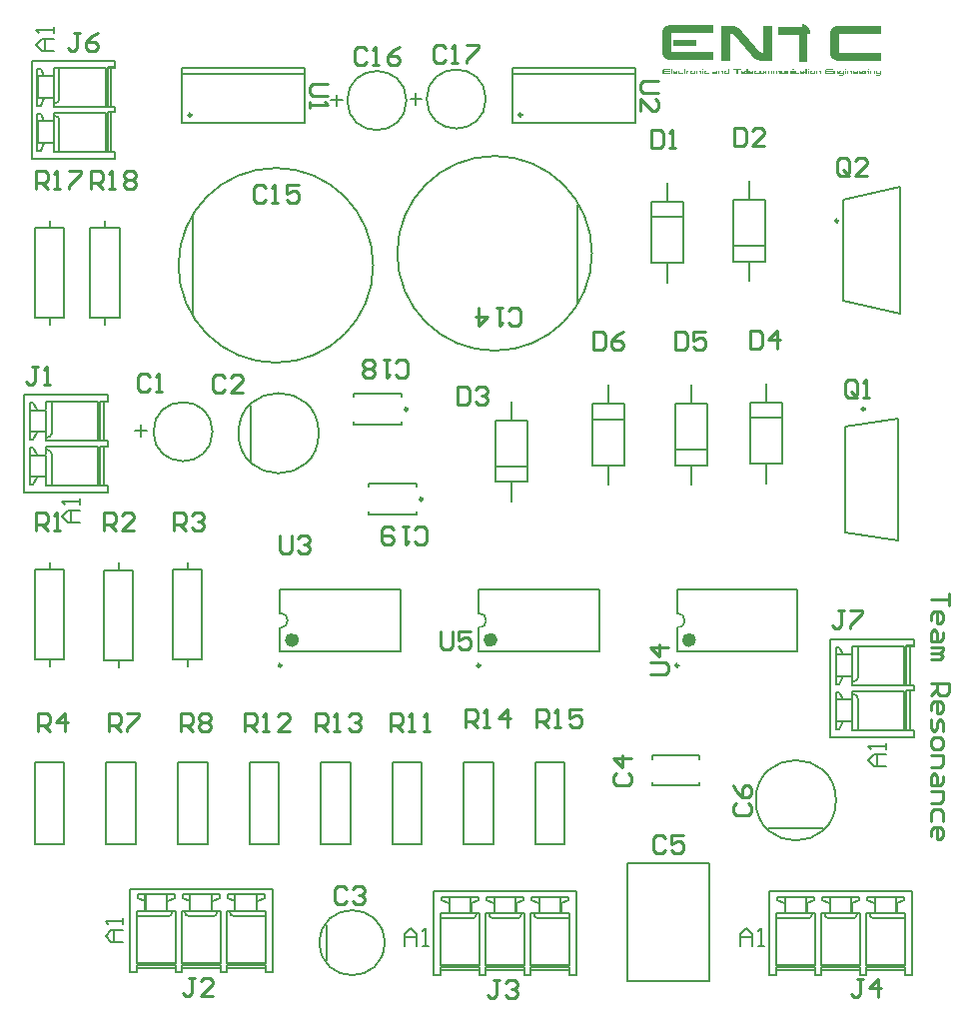
<source format=gto>
G04*
G04 #@! TF.GenerationSoftware,Altium Limited,Altium Designer,23.4.1 (23)*
G04*
G04 Layer_Color=65535*
%FSLAX44Y44*%
%MOMM*%
G71*
G04*
G04 #@! TF.SameCoordinates,296E2F05-AFD3-44B7-80E4-9C800FA3EDDF*
G04*
G04*
G04 #@! TF.FilePolarity,Positive*
G04*
G01*
G75*
%ADD10C,0.1500*%
%ADD11C,0.2000*%
%ADD12C,0.2500*%
%ADD13C,0.6000*%
%ADD14C,0.2540*%
G36*
X640015Y830547D02*
X640033D01*
Y800602D01*
X640015D01*
Y800585D01*
X639756D01*
Y800602D01*
X631894D01*
Y800619D01*
X631531D01*
Y800636D01*
X631341D01*
Y800654D01*
X631099D01*
Y800671D01*
X630892D01*
Y800688D01*
X630788D01*
Y800705D01*
X630598D01*
Y800723D01*
X630477D01*
Y800740D01*
X630356D01*
Y800757D01*
X630200D01*
Y800775D01*
X630114D01*
Y800792D01*
X629993D01*
Y800809D01*
X629889D01*
Y800826D01*
X629820D01*
Y800844D01*
X629699D01*
Y800861D01*
X629613D01*
Y800878D01*
X629544D01*
Y800896D01*
X629440D01*
Y800913D01*
X629371D01*
Y800930D01*
X629285D01*
Y800947D01*
X629198D01*
Y800965D01*
X629146D01*
Y800982D01*
X629060D01*
Y800999D01*
X628991D01*
Y801017D01*
X628939D01*
Y801034D01*
X628853D01*
Y801051D01*
X628801D01*
Y801068D01*
X628732D01*
Y801086D01*
X628662D01*
Y801103D01*
X628611D01*
Y801120D01*
X628541D01*
Y801137D01*
X628490D01*
Y801155D01*
X628438D01*
Y801172D01*
X628369D01*
Y801189D01*
X628334D01*
Y801207D01*
X628282D01*
Y801224D01*
X628213D01*
Y801241D01*
X628179D01*
Y801258D01*
X628110D01*
Y801276D01*
X628075D01*
Y801293D01*
X628023D01*
Y801310D01*
X627971D01*
Y801328D01*
X627937D01*
Y801345D01*
X627885D01*
Y801362D01*
X627833D01*
Y801379D01*
X627799D01*
Y801397D01*
X627747D01*
Y801414D01*
X627695D01*
Y801431D01*
X627660D01*
Y801449D01*
X627608D01*
Y801466D01*
X627574D01*
Y801483D01*
X627539D01*
Y801500D01*
X627487D01*
Y801518D01*
X627453D01*
Y801535D01*
X627418D01*
Y801552D01*
X627366D01*
Y801570D01*
X627332D01*
Y801587D01*
X627297D01*
Y801604D01*
X627263D01*
Y801621D01*
X627228D01*
Y801639D01*
X627176D01*
Y801656D01*
X627159D01*
Y801673D01*
X627107D01*
Y801691D01*
X627073D01*
Y801708D01*
X627056D01*
Y801725D01*
X627004D01*
Y801742D01*
X626986D01*
Y801760D01*
X626952D01*
Y801777D01*
X626900D01*
Y801794D01*
X626883D01*
Y801812D01*
X626848D01*
Y801829D01*
X626814D01*
Y801846D01*
X626779D01*
Y801863D01*
X626744D01*
Y801881D01*
X626727D01*
Y801898D01*
X626693D01*
Y801915D01*
X626658D01*
Y801932D01*
X626623D01*
Y801950D01*
X626589D01*
Y801967D01*
X626572D01*
Y801984D01*
X626537D01*
Y802001D01*
X626502D01*
Y802019D01*
X626468D01*
Y802036D01*
X626451D01*
Y802053D01*
X626416D01*
Y802071D01*
X626382D01*
Y802088D01*
X626364D01*
Y802105D01*
X626330D01*
Y802122D01*
X626312D01*
Y802140D01*
X626278D01*
Y802157D01*
X626243D01*
Y802174D01*
X626226D01*
Y802192D01*
X626191D01*
Y802209D01*
X626174D01*
Y802226D01*
X626140D01*
Y802243D01*
X626105D01*
Y802261D01*
X626088D01*
Y802278D01*
X626053D01*
Y802295D01*
X626036D01*
Y802313D01*
X626001D01*
Y802330D01*
X625984D01*
Y802347D01*
X625950D01*
Y802364D01*
X625932D01*
Y802382D01*
X625898D01*
Y802399D01*
X625881D01*
Y802416D01*
X625846D01*
Y802433D01*
X625829D01*
Y802451D01*
X625794D01*
Y802468D01*
X625777D01*
Y802485D01*
X625760D01*
Y802503D01*
X625725D01*
Y802520D01*
X625708D01*
Y802537D01*
X625673D01*
Y802554D01*
X625656D01*
Y802572D01*
X625639D01*
Y802589D01*
X625604D01*
Y802606D01*
X625587D01*
Y802624D01*
X625569D01*
Y802641D01*
X625535D01*
Y802658D01*
X625518D01*
Y802675D01*
X625500D01*
Y802693D01*
X625466D01*
Y802710D01*
X625448D01*
Y802727D01*
X625431D01*
Y802745D01*
X625397D01*
Y802762D01*
X625379D01*
Y802779D01*
X625362D01*
Y802796D01*
X625327D01*
Y802814D01*
X625310D01*
Y802831D01*
X625293D01*
Y802848D01*
X625276D01*
Y802866D01*
X625241D01*
Y802883D01*
X625224D01*
Y802900D01*
X625207D01*
Y802917D01*
X625189D01*
Y802935D01*
X625155D01*
Y802952D01*
X625137D01*
Y802969D01*
X625120D01*
Y802987D01*
X625103D01*
Y803004D01*
X625068D01*
Y803021D01*
X625051D01*
Y803038D01*
X625034D01*
Y803056D01*
X625017D01*
Y803073D01*
X624999D01*
Y803090D01*
X624982D01*
Y803107D01*
X624947D01*
Y803125D01*
X624930D01*
Y803142D01*
X624913D01*
Y803159D01*
X624896D01*
Y803176D01*
X624878D01*
Y803194D01*
X624844D01*
Y803211D01*
X624826D01*
Y803228D01*
X624809D01*
Y803246D01*
X624792D01*
Y803263D01*
X624775D01*
Y803280D01*
X624757D01*
Y803298D01*
X624740D01*
Y803315D01*
X624723D01*
Y803332D01*
X624688D01*
Y803349D01*
X624671D01*
Y803367D01*
X624654D01*
Y803384D01*
X624636D01*
Y803401D01*
X624619D01*
Y803419D01*
X624602D01*
Y803436D01*
X624585D01*
Y803453D01*
X624567D01*
Y803470D01*
X624550D01*
Y803488D01*
X624533D01*
Y803505D01*
X624515D01*
Y803522D01*
X624481D01*
Y803539D01*
X624464D01*
Y803557D01*
X624446D01*
Y803574D01*
X624429D01*
Y803591D01*
X624412D01*
Y803608D01*
X624394D01*
Y803626D01*
X624377D01*
Y803643D01*
X624360D01*
Y803660D01*
X624343D01*
Y803678D01*
X624325D01*
Y803695D01*
X624308D01*
Y803712D01*
X624291D01*
Y803729D01*
X624273D01*
Y803747D01*
X624256D01*
Y803764D01*
X624239D01*
Y803781D01*
X624222D01*
Y803799D01*
X624204D01*
Y803816D01*
X624187D01*
Y803833D01*
X624170D01*
Y803850D01*
X624152D01*
Y803868D01*
X624135D01*
Y803885D01*
X624118D01*
Y803902D01*
X624101D01*
Y803920D01*
X624083D01*
Y803937D01*
X624066D01*
Y803954D01*
X624049D01*
Y803971D01*
X624031D01*
Y803989D01*
X624014D01*
Y804006D01*
X623997D01*
Y804023D01*
X623980D01*
Y804041D01*
X623962D01*
Y804058D01*
X623945D01*
Y804075D01*
X623928D01*
Y804092D01*
X623911D01*
Y804127D01*
X623876D01*
Y804162D01*
X623859D01*
Y804179D01*
X623842D01*
Y804196D01*
X623824D01*
Y804213D01*
X623807D01*
Y804231D01*
X623790D01*
Y804248D01*
X623772D01*
Y804265D01*
X623755D01*
Y804282D01*
X623738D01*
Y804300D01*
X623721D01*
Y804317D01*
X623703D01*
Y804334D01*
X623686D01*
Y804352D01*
X623669D01*
Y804386D01*
X623651D01*
Y804403D01*
X623634D01*
Y804421D01*
X623617D01*
Y804438D01*
X623600D01*
Y804455D01*
X623582D01*
Y804490D01*
X623565D01*
Y804507D01*
X623548D01*
Y804524D01*
X623531D01*
Y804542D01*
X623513D01*
Y804559D01*
X623496D01*
Y804576D01*
X623479D01*
Y804594D01*
X623461D01*
Y804628D01*
X623444D01*
Y804645D01*
X623427D01*
Y804663D01*
X623410D01*
Y804680D01*
X623392D01*
Y804697D01*
X623375D01*
Y804714D01*
X623358D01*
Y804749D01*
X623340D01*
Y804766D01*
X623323D01*
Y804784D01*
X623306D01*
Y804801D01*
X623288D01*
Y804818D01*
X623271D01*
Y804853D01*
X623254D01*
Y804870D01*
X623237D01*
Y804887D01*
X623219D01*
Y804904D01*
X623202D01*
Y804922D01*
X623185D01*
Y804939D01*
X623168D01*
Y804974D01*
X623150D01*
Y804991D01*
X623133D01*
Y805008D01*
X623116D01*
Y805025D01*
X623098D01*
Y805043D01*
X623081D01*
Y805060D01*
X623064D01*
Y805077D01*
X623047D01*
Y805112D01*
X623029D01*
Y805129D01*
X623012D01*
Y805146D01*
X622995D01*
Y805164D01*
X622977D01*
Y805181D01*
X622960D01*
Y805198D01*
X622943D01*
Y805233D01*
X622926D01*
Y805250D01*
X622908D01*
Y805267D01*
X622891D01*
Y805285D01*
X622874D01*
Y805302D01*
X622856D01*
Y805319D01*
X622839D01*
Y805354D01*
X622822D01*
Y805371D01*
X622805D01*
Y805388D01*
X622787D01*
Y805406D01*
X622770D01*
Y805423D01*
X622753D01*
Y805457D01*
X622736D01*
Y805475D01*
X622718D01*
Y805492D01*
X622701D01*
Y805509D01*
X622684D01*
Y805527D01*
X622667D01*
Y805544D01*
X622649D01*
Y805561D01*
X622632D01*
Y805596D01*
X622615D01*
Y805613D01*
X622597D01*
Y805630D01*
X622580D01*
Y805648D01*
X622563D01*
Y805665D01*
X622546D01*
Y805682D01*
X622528D01*
Y805717D01*
X622511D01*
Y805734D01*
X622494D01*
Y805751D01*
X622476D01*
Y805769D01*
X622459D01*
Y805786D01*
X622442D01*
Y805820D01*
X622425D01*
Y805838D01*
X622407D01*
Y805855D01*
X622390D01*
Y805872D01*
X622373D01*
Y805889D01*
X622355D01*
Y805907D01*
X622338D01*
Y805924D01*
X622321D01*
Y805959D01*
X622304D01*
Y805976D01*
X622286D01*
Y805993D01*
X622269D01*
Y806010D01*
X622252D01*
Y806028D01*
X622234D01*
Y806045D01*
X622217D01*
Y806079D01*
X622200D01*
Y806097D01*
X622183D01*
Y806114D01*
X622165D01*
Y806131D01*
X622148D01*
Y806149D01*
X622131D01*
Y806166D01*
X622113D01*
Y806200D01*
X622096D01*
Y806218D01*
X622079D01*
Y806235D01*
X622062D01*
Y806252D01*
X622044D01*
Y806270D01*
X622027D01*
Y806287D01*
X622010D01*
Y806321D01*
X621993D01*
Y806339D01*
X621975D01*
Y806356D01*
X621958D01*
Y806373D01*
X621941D01*
Y806391D01*
X621923D01*
Y806425D01*
X621889D01*
Y806460D01*
X621872D01*
Y806477D01*
X621854D01*
Y806494D01*
X621837D01*
Y806512D01*
X621820D01*
Y806529D01*
X621802D01*
Y806563D01*
X621785D01*
Y806581D01*
X621768D01*
Y806598D01*
X621751D01*
Y806615D01*
X621733D01*
Y806633D01*
X621716D01*
Y806650D01*
X621699D01*
Y806684D01*
X621682D01*
Y806702D01*
X621664D01*
Y806719D01*
X621647D01*
Y806736D01*
X621630D01*
Y806753D01*
X621612D01*
Y806788D01*
X621595D01*
Y806805D01*
X621578D01*
Y806823D01*
X621561D01*
Y806840D01*
X621543D01*
Y806857D01*
X621526D01*
Y806874D01*
X621509D01*
Y806909D01*
X621491D01*
Y806926D01*
X621474D01*
Y806944D01*
X621457D01*
Y806961D01*
X621440D01*
Y806978D01*
X621422D01*
Y806995D01*
X621405D01*
Y807013D01*
X621388D01*
Y807047D01*
X621371D01*
Y807065D01*
X621353D01*
Y807082D01*
X621336D01*
Y807099D01*
X621319D01*
Y807116D01*
X621301D01*
Y807134D01*
X621284D01*
Y807168D01*
X621267D01*
Y807185D01*
X621250D01*
Y807203D01*
X621232D01*
Y807220D01*
X621215D01*
Y807237D01*
X621198D01*
Y807254D01*
X621180D01*
Y807289D01*
X621163D01*
Y807306D01*
X621146D01*
Y807324D01*
X621129D01*
Y807341D01*
X621111D01*
Y807358D01*
X621094D01*
Y807393D01*
X621059D01*
Y807427D01*
X621042D01*
Y807445D01*
X621025D01*
Y807462D01*
X621008D01*
Y807479D01*
X620990D01*
Y807496D01*
X620973D01*
Y807531D01*
X620956D01*
Y807548D01*
X620938D01*
Y807566D01*
X620921D01*
Y807583D01*
X620904D01*
Y807600D01*
X620887D01*
Y807617D01*
X620869D01*
Y807652D01*
X620852D01*
Y807669D01*
X620835D01*
Y807686D01*
X620817D01*
Y807704D01*
X620800D01*
Y807721D01*
X620783D01*
Y807756D01*
X620766D01*
Y807773D01*
X620748D01*
Y807790D01*
X620731D01*
Y807807D01*
X620714D01*
Y807825D01*
X620697D01*
Y807842D01*
X620679D01*
Y807859D01*
X620662D01*
Y807894D01*
X620645D01*
Y807911D01*
X620628D01*
Y807928D01*
X620610D01*
Y807946D01*
X620593D01*
Y807963D01*
X620576D01*
Y807980D01*
X620558D01*
Y807998D01*
X620541D01*
Y808032D01*
X620524D01*
Y808049D01*
X620507D01*
Y808067D01*
X620489D01*
Y808084D01*
X620472D01*
Y808101D01*
X620455D01*
Y808136D01*
X620437D01*
Y808153D01*
X620420D01*
Y808170D01*
X620403D01*
Y808188D01*
X620386D01*
Y808205D01*
X620368D01*
Y808222D01*
X620351D01*
Y808257D01*
X620334D01*
Y808274D01*
X620316D01*
Y808291D01*
X620299D01*
Y808309D01*
X620282D01*
Y808326D01*
X620265D01*
Y808343D01*
X620247D01*
Y808360D01*
X620230D01*
Y808395D01*
X620213D01*
Y808412D01*
X620196D01*
Y808429D01*
X620178D01*
Y808447D01*
X620161D01*
Y808464D01*
X620144D01*
Y808499D01*
X620126D01*
Y808516D01*
X620109D01*
Y808533D01*
X620092D01*
Y808550D01*
X620075D01*
Y808568D01*
X620057D01*
Y808585D01*
X620040D01*
Y808620D01*
X620023D01*
Y808637D01*
X620005D01*
Y808654D01*
X619988D01*
Y808671D01*
X619971D01*
Y808689D01*
X619953D01*
Y808723D01*
X619936D01*
Y808741D01*
X619919D01*
Y808758D01*
X619902D01*
Y808775D01*
X619884D01*
Y808792D01*
X619867D01*
Y808810D01*
X619850D01*
Y808827D01*
X619833D01*
Y808862D01*
X619815D01*
Y808879D01*
X619798D01*
Y808896D01*
X619781D01*
Y808913D01*
X619763D01*
Y808931D01*
X619746D01*
Y808948D01*
X619729D01*
Y808982D01*
X619712D01*
Y809000D01*
X619694D01*
Y809017D01*
X619677D01*
Y809034D01*
X619660D01*
Y809052D01*
X619642D01*
Y809069D01*
X619625D01*
Y809103D01*
X619608D01*
Y809121D01*
X619591D01*
Y809138D01*
X619573D01*
Y809155D01*
X619556D01*
Y809173D01*
X619539D01*
Y809190D01*
X619522D01*
Y809224D01*
X619504D01*
Y809242D01*
X619487D01*
Y809259D01*
X619470D01*
Y809276D01*
X619452D01*
Y809294D01*
X619435D01*
Y809311D01*
X619418D01*
Y809328D01*
X619401D01*
Y809363D01*
X619383D01*
Y809380D01*
X619366D01*
Y809397D01*
X619349D01*
Y809415D01*
X619332D01*
Y809432D01*
X619314D01*
Y809466D01*
X619297D01*
Y809484D01*
X619280D01*
Y809501D01*
X619262D01*
Y809518D01*
X619245D01*
Y809535D01*
X619228D01*
Y809553D01*
X619211D01*
Y809587D01*
X619193D01*
Y809605D01*
X619176D01*
Y809622D01*
X619159D01*
Y809639D01*
X619141D01*
Y809656D01*
X619124D01*
Y809691D01*
X619107D01*
Y809708D01*
X619090D01*
Y809725D01*
X619072D01*
Y809743D01*
X619055D01*
Y809760D01*
X619038D01*
Y809777D01*
X619021D01*
Y809795D01*
X619003D01*
Y809829D01*
X618986D01*
Y809846D01*
X618969D01*
Y809864D01*
X618951D01*
Y809881D01*
X618934D01*
Y809898D01*
X618917D01*
Y809916D01*
X618899D01*
Y809950D01*
X618882D01*
Y809967D01*
X618865D01*
Y809985D01*
X618848D01*
Y810002D01*
X618830D01*
Y810019D01*
X618813D01*
Y810037D01*
X618796D01*
Y810071D01*
X618778D01*
Y810088D01*
X618761D01*
Y810106D01*
X618744D01*
Y810123D01*
X618727D01*
Y810140D01*
X618709D01*
Y810157D01*
X618692D01*
Y810192D01*
X618675D01*
Y810209D01*
X618658D01*
Y810227D01*
X618640D01*
Y810244D01*
X618623D01*
Y810261D01*
X618606D01*
Y810296D01*
X618571D01*
Y810330D01*
X618554D01*
Y810348D01*
X618537D01*
Y810365D01*
X618519D01*
Y810382D01*
X618502D01*
Y810399D01*
X618485D01*
Y810434D01*
X618467D01*
Y810451D01*
X618450D01*
Y810469D01*
X618433D01*
Y810486D01*
X618416D01*
Y810503D01*
X618398D01*
Y810520D01*
X618381D01*
Y810555D01*
X618364D01*
Y810572D01*
X618346D01*
Y810590D01*
X618329D01*
Y810607D01*
X618312D01*
Y810624D01*
X618295D01*
Y810659D01*
X618277D01*
Y810676D01*
X618260D01*
Y810693D01*
X618243D01*
Y810711D01*
X618226D01*
Y810728D01*
X618208D01*
Y810745D01*
X618191D01*
Y810762D01*
X618174D01*
Y810797D01*
X618157D01*
Y810814D01*
X618139D01*
Y810831D01*
X618122D01*
Y810849D01*
X618105D01*
Y810866D01*
X618087D01*
Y810883D01*
X618070D01*
Y810918D01*
X618053D01*
Y810935D01*
X618036D01*
Y810952D01*
X618018D01*
Y810970D01*
X618001D01*
Y810987D01*
X617984D01*
Y811004D01*
X617966D01*
Y811039D01*
X617949D01*
Y811056D01*
X617932D01*
Y811073D01*
X617915D01*
Y811091D01*
X617897D01*
Y811108D01*
X617880D01*
Y811125D01*
X617863D01*
Y811160D01*
X617845D01*
Y811177D01*
X617828D01*
Y811194D01*
X617811D01*
Y811212D01*
X617794D01*
Y811229D01*
X617776D01*
Y811246D01*
X617759D01*
Y811263D01*
X617742D01*
Y811298D01*
X617724D01*
Y811315D01*
X617707D01*
Y811332D01*
X617690D01*
Y811350D01*
X617673D01*
Y811367D01*
X617655D01*
Y811402D01*
X617638D01*
Y811419D01*
X617621D01*
Y811436D01*
X617603D01*
Y811453D01*
X617586D01*
Y811471D01*
X617569D01*
Y811488D01*
X617552D01*
Y811523D01*
X617534D01*
Y811540D01*
X617517D01*
Y811557D01*
X617500D01*
Y811574D01*
X617483D01*
Y811592D01*
X617465D01*
Y811609D01*
X617448D01*
Y811644D01*
X617431D01*
Y811661D01*
X617413D01*
Y811678D01*
X617396D01*
Y811695D01*
X617379D01*
Y811713D01*
X617362D01*
Y811730D01*
X617344D01*
Y811765D01*
X617327D01*
Y811782D01*
X617310D01*
Y811799D01*
X617293D01*
Y811816D01*
X617275D01*
Y811834D01*
X617258D01*
Y811851D01*
X617241D01*
Y811868D01*
X617223D01*
Y811903D01*
X617206D01*
Y811920D01*
X617189D01*
Y811937D01*
X617172D01*
Y811955D01*
X617154D01*
Y811972D01*
X617137D01*
Y812006D01*
X617120D01*
Y812024D01*
X617102D01*
Y812041D01*
X617085D01*
Y812058D01*
X617068D01*
Y812076D01*
X617051D01*
Y812093D01*
X617033D01*
Y812127D01*
X617016D01*
Y812145D01*
X616999D01*
Y812162D01*
X616981D01*
Y812179D01*
X616964D01*
Y812197D01*
X616947D01*
Y812214D01*
X616930D01*
Y812231D01*
X616912D01*
Y812266D01*
X616895D01*
Y812283D01*
X616878D01*
Y812300D01*
X616861D01*
Y812318D01*
X616843D01*
Y812335D01*
X616826D01*
Y812369D01*
X616809D01*
Y812387D01*
X616791D01*
Y812404D01*
X616774D01*
Y812421D01*
X616757D01*
Y812438D01*
X616740D01*
Y812456D01*
X616722D01*
Y812490D01*
X616705D01*
Y812507D01*
X616688D01*
Y812525D01*
X616670D01*
Y812542D01*
X616653D01*
Y812559D01*
X616636D01*
Y812577D01*
X616619D01*
Y812611D01*
X616601D01*
Y812628D01*
X616584D01*
Y812646D01*
X616567D01*
Y812663D01*
X616549D01*
Y812680D01*
X616532D01*
Y812698D01*
X616515D01*
Y812732D01*
X616498D01*
Y812749D01*
X616480D01*
Y812767D01*
X616463D01*
Y812784D01*
X616446D01*
Y812801D01*
X616428D01*
Y812819D01*
X616411D01*
Y812836D01*
X616394D01*
Y812870D01*
X616377D01*
Y812888D01*
X616359D01*
Y812905D01*
X616342D01*
Y812922D01*
X616325D01*
Y812940D01*
X616308D01*
Y812974D01*
X616290D01*
Y812991D01*
X616273D01*
Y813009D01*
X616256D01*
Y813026D01*
X616238D01*
Y813043D01*
X616221D01*
Y813061D01*
X616204D01*
Y813095D01*
X616187D01*
Y813112D01*
X616169D01*
Y813130D01*
X616152D01*
Y813147D01*
X616135D01*
Y813164D01*
X616118D01*
Y813182D01*
X616100D01*
Y813199D01*
X616083D01*
Y813233D01*
X616066D01*
Y813251D01*
X616048D01*
Y813268D01*
X616031D01*
Y813285D01*
X616014D01*
Y813302D01*
X615997D01*
Y813337D01*
X615979D01*
Y813354D01*
X615962D01*
Y813372D01*
X615945D01*
Y813389D01*
X615927D01*
Y813406D01*
X615910D01*
Y813423D01*
X615893D01*
Y813458D01*
X615876D01*
Y813475D01*
X615858D01*
Y813493D01*
X615841D01*
Y813510D01*
X615824D01*
Y813527D01*
X615806D01*
Y813544D01*
X615789D01*
Y813579D01*
X615772D01*
Y813596D01*
X615755D01*
Y813614D01*
X615737D01*
Y813631D01*
X615720D01*
Y813648D01*
X615703D01*
Y813665D01*
X615686D01*
Y813700D01*
X615668D01*
Y813717D01*
X615651D01*
Y813734D01*
X615634D01*
Y813752D01*
X615616D01*
Y813769D01*
X615599D01*
Y813786D01*
X615582D01*
Y813803D01*
X615564D01*
Y813838D01*
X615547D01*
Y813855D01*
X615530D01*
Y813873D01*
X615513D01*
Y813890D01*
X615495D01*
Y813907D01*
X615478D01*
Y813942D01*
X615461D01*
Y813959D01*
X615444D01*
Y813976D01*
X615426D01*
Y813994D01*
X615409D01*
Y814011D01*
X615392D01*
Y814028D01*
X615374D01*
Y814063D01*
X615357D01*
Y814080D01*
X615340D01*
Y814097D01*
X615323D01*
Y814115D01*
X615305D01*
Y814132D01*
X615288D01*
Y814149D01*
X615271D01*
Y814166D01*
X615253D01*
Y814201D01*
X615236D01*
Y814218D01*
X615219D01*
Y814236D01*
X615202D01*
Y814253D01*
X615184D01*
Y814270D01*
X615167D01*
Y814305D01*
X615150D01*
Y814322D01*
X615132D01*
Y814339D01*
X615115D01*
Y814357D01*
X615098D01*
Y814374D01*
X615081D01*
Y814391D01*
X615063D01*
Y814426D01*
X615046D01*
Y814443D01*
X615029D01*
Y814460D01*
X615012D01*
Y814477D01*
X614994D01*
Y814495D01*
X614977D01*
Y814512D01*
X614960D01*
Y814547D01*
X614943D01*
Y814564D01*
X614925D01*
Y814581D01*
X614908D01*
Y814598D01*
X614891D01*
Y814616D01*
X614873D01*
Y814633D01*
X614856D01*
Y814668D01*
X614839D01*
Y814685D01*
X614822D01*
Y814702D01*
X614804D01*
Y814719D01*
X614787D01*
Y814737D01*
X614770D01*
Y814754D01*
X614752D01*
Y814771D01*
X614735D01*
Y814806D01*
X614718D01*
Y814823D01*
X614701D01*
Y814840D01*
X614683D01*
Y814858D01*
X614666D01*
Y814875D01*
X614649D01*
Y814909D01*
X614631D01*
Y814927D01*
X614614D01*
Y814944D01*
X614597D01*
Y814961D01*
X614580D01*
Y814978D01*
X614562D01*
Y814996D01*
X614545D01*
Y815030D01*
X614528D01*
Y815048D01*
X614510D01*
Y815065D01*
X614493D01*
Y815082D01*
X614476D01*
Y815099D01*
X614459D01*
Y815117D01*
X614441D01*
Y815134D01*
X614424D01*
Y815169D01*
X614407D01*
Y815186D01*
X614389D01*
Y815203D01*
X614372D01*
Y815220D01*
X614355D01*
Y815238D01*
X614338D01*
Y815272D01*
X614320D01*
Y815290D01*
X614303D01*
Y815307D01*
X614286D01*
Y815324D01*
X614268D01*
Y815341D01*
X614251D01*
Y815359D01*
X614234D01*
Y815393D01*
X614217D01*
Y815411D01*
X614199D01*
Y815428D01*
X614182D01*
Y815445D01*
X614165D01*
Y815462D01*
X614148D01*
Y815480D01*
X614130D01*
Y815514D01*
X614113D01*
Y815531D01*
X614096D01*
Y815549D01*
X614078D01*
Y815566D01*
X614061D01*
Y815583D01*
X614044D01*
Y815601D01*
X614027D01*
Y815635D01*
X614009D01*
Y815652D01*
X613992D01*
Y815670D01*
X613975D01*
Y815687D01*
X613957D01*
Y815704D01*
X613940D01*
Y815722D01*
X613923D01*
Y815739D01*
X613906D01*
Y815773D01*
X613888D01*
Y815791D01*
X613871D01*
Y815808D01*
X613854D01*
Y815825D01*
X613837D01*
Y815843D01*
X613819D01*
Y815877D01*
X613802D01*
Y815894D01*
X613785D01*
Y815912D01*
X613767D01*
Y815929D01*
X613750D01*
Y815946D01*
X613733D01*
Y815964D01*
X613716D01*
Y815998D01*
X613698D01*
Y816015D01*
X613681D01*
Y816033D01*
X613664D01*
Y816050D01*
X613647D01*
Y816067D01*
X613629D01*
Y816084D01*
X613612D01*
Y816102D01*
X613595D01*
Y816136D01*
X613577D01*
Y816154D01*
X613560D01*
Y816171D01*
X613543D01*
Y816188D01*
X613526D01*
Y816205D01*
X613508D01*
Y816240D01*
X613491D01*
Y816257D01*
X613474D01*
Y816274D01*
X613456D01*
Y816292D01*
X613439D01*
Y816309D01*
X613422D01*
Y816326D01*
X613405D01*
Y816361D01*
X613387D01*
Y816378D01*
X613370D01*
Y816395D01*
X613353D01*
Y816413D01*
X613335D01*
Y816430D01*
X613318D01*
Y816447D01*
X613301D01*
Y816482D01*
X613284D01*
Y816499D01*
X613266D01*
Y816516D01*
X613249D01*
Y816534D01*
X613232D01*
Y816551D01*
X613214D01*
Y816568D01*
X613197D01*
Y816603D01*
X613180D01*
Y816620D01*
X613163D01*
Y816637D01*
X613145D01*
Y816655D01*
X613128D01*
Y816672D01*
X613111D01*
Y816689D01*
X613093D01*
Y816706D01*
X613076D01*
Y816741D01*
X613059D01*
Y816758D01*
X613042D01*
Y816776D01*
X613024D01*
Y816793D01*
X613007D01*
Y816810D01*
X612990D01*
Y816845D01*
X612973D01*
Y816862D01*
X612955D01*
Y816879D01*
X612938D01*
Y816897D01*
X612921D01*
Y816914D01*
X612903D01*
Y816931D01*
X612886D01*
Y816966D01*
X612869D01*
Y816983D01*
X612852D01*
Y817000D01*
X612834D01*
Y817018D01*
X612817D01*
Y817035D01*
X612800D01*
Y817052D01*
X612783D01*
Y817069D01*
X612765D01*
Y817104D01*
X612748D01*
Y817121D01*
X612731D01*
Y817139D01*
X612713D01*
Y817156D01*
X612696D01*
Y817173D01*
X612679D01*
Y817208D01*
X612662D01*
Y817225D01*
X612644D01*
Y817242D01*
X612627D01*
Y817260D01*
X612610D01*
Y817277D01*
X612592D01*
Y817294D01*
X612575D01*
Y817329D01*
X612558D01*
Y817346D01*
X612541D01*
Y817363D01*
X612523D01*
Y817380D01*
X612506D01*
Y817398D01*
X612489D01*
Y817415D01*
X612472D01*
Y817449D01*
X612454D01*
Y817467D01*
X612437D01*
Y817484D01*
X612420D01*
Y817501D01*
X612402D01*
Y817519D01*
X612385D01*
Y817536D01*
X612368D01*
Y817570D01*
X612351D01*
Y817588D01*
X612333D01*
Y817605D01*
X612316D01*
Y817622D01*
X612299D01*
Y817640D01*
X612281D01*
Y817657D01*
X612264D01*
Y817674D01*
X612247D01*
Y817709D01*
X612230D01*
Y817726D01*
X612212D01*
Y817743D01*
X612195D01*
Y817761D01*
X612178D01*
Y817778D01*
X612160D01*
Y817812D01*
X612143D01*
Y817830D01*
X612126D01*
Y817847D01*
X612109D01*
Y817864D01*
X612091D01*
Y817881D01*
X612074D01*
Y817899D01*
X612057D01*
Y817933D01*
X612039D01*
Y817951D01*
X612022D01*
Y817968D01*
X612005D01*
Y817985D01*
X611988D01*
Y818002D01*
X611970D01*
Y818020D01*
X611953D01*
Y818037D01*
X611936D01*
Y818072D01*
X611918D01*
Y818089D01*
X611901D01*
Y818106D01*
X611884D01*
Y818123D01*
X611867D01*
Y818141D01*
X611849D01*
Y818175D01*
X611832D01*
Y818193D01*
X611815D01*
Y818210D01*
X611798D01*
Y818227D01*
X611780D01*
Y818244D01*
X611763D01*
Y818262D01*
X611746D01*
Y818296D01*
X611728D01*
Y818314D01*
X611711D01*
Y818331D01*
X611694D01*
Y818348D01*
X611677D01*
Y818365D01*
X611659D01*
Y818383D01*
X611642D01*
Y818417D01*
X611625D01*
Y818435D01*
X611608D01*
Y818452D01*
X611590D01*
Y818469D01*
X611573D01*
Y818486D01*
X611556D01*
Y818504D01*
X611538D01*
Y818538D01*
X611521D01*
Y818555D01*
X611504D01*
Y818573D01*
X611487D01*
Y818590D01*
X611469D01*
Y818607D01*
X611452D01*
Y818625D01*
X611435D01*
Y818642D01*
X611417D01*
Y818676D01*
X611400D01*
Y818694D01*
X611383D01*
Y818711D01*
X611366D01*
Y818728D01*
X611348D01*
Y818745D01*
X611331D01*
Y818780D01*
X611314D01*
Y818797D01*
X611296D01*
Y818815D01*
X611279D01*
Y818832D01*
X611262D01*
Y818849D01*
X611245D01*
Y818867D01*
X611227D01*
Y818901D01*
X611210D01*
Y818918D01*
X611193D01*
Y818936D01*
X611175D01*
Y818953D01*
X611158D01*
Y818970D01*
X611141D01*
Y818987D01*
X611124D01*
Y819005D01*
X611106D01*
Y819039D01*
X611089D01*
Y819056D01*
X611072D01*
Y819074D01*
X611054D01*
Y819091D01*
X611037D01*
Y819108D01*
X611020D01*
Y819143D01*
X611003D01*
Y819160D01*
X610985D01*
Y819177D01*
X610968D01*
Y819195D01*
X610951D01*
Y819212D01*
X610934D01*
Y819229D01*
X610916D01*
Y819264D01*
X610899D01*
Y819281D01*
X610882D01*
Y819298D01*
X610864D01*
Y819316D01*
X610847D01*
Y819333D01*
X610830D01*
Y819350D01*
X610813D01*
Y819385D01*
X610795D01*
Y819402D01*
X610778D01*
Y819419D01*
X610761D01*
Y819437D01*
X610743D01*
Y819454D01*
X610726D01*
Y819471D01*
X610709D01*
Y819506D01*
X610692D01*
Y819523D01*
X610674D01*
Y819540D01*
X610657D01*
Y819558D01*
X610640D01*
Y819575D01*
X610623D01*
Y819592D01*
X610605D01*
Y819610D01*
X610588D01*
Y819644D01*
X610571D01*
Y819661D01*
X610553D01*
Y819679D01*
X610536D01*
Y819696D01*
X610519D01*
Y819713D01*
X610502D01*
Y819748D01*
X610484D01*
Y819765D01*
X610467D01*
Y819782D01*
X610450D01*
Y819800D01*
X610433D01*
Y819817D01*
X610415D01*
Y819834D01*
X610398D01*
Y819869D01*
X610381D01*
Y819886D01*
X610363D01*
Y819903D01*
X610346D01*
Y819921D01*
X610329D01*
Y819938D01*
X610312D01*
Y819955D01*
X610294D01*
Y819972D01*
X610277D01*
Y820007D01*
X610260D01*
Y820024D01*
X610242D01*
Y820042D01*
X610225D01*
Y820059D01*
X610208D01*
Y820076D01*
X610191D01*
Y820111D01*
X610173D01*
Y820128D01*
X610156D01*
Y820145D01*
X610139D01*
Y820162D01*
X610121D01*
Y820180D01*
X610104D01*
Y820197D01*
X610087D01*
Y820232D01*
X610070D01*
Y820249D01*
X610052D01*
Y820266D01*
X610035D01*
Y820283D01*
X610018D01*
Y820301D01*
X610000D01*
Y820318D01*
X609983D01*
Y820352D01*
X609966D01*
Y820370D01*
X609949D01*
Y820387D01*
X609931D01*
Y820404D01*
X609914D01*
Y820422D01*
X609897D01*
Y820439D01*
X609879D01*
Y820456D01*
X609862D01*
Y820491D01*
X609845D01*
Y820508D01*
X609828D01*
Y820525D01*
X609810D01*
Y820543D01*
X609793D01*
Y820560D01*
X609776D01*
Y820577D01*
X609759D01*
Y820612D01*
X609741D01*
Y820629D01*
X609724D01*
Y820646D01*
X609707D01*
Y820664D01*
X609689D01*
Y820681D01*
X609672D01*
Y820715D01*
X609655D01*
Y820733D01*
X609638D01*
Y820750D01*
X609620D01*
Y820767D01*
X609603D01*
Y820785D01*
X609586D01*
Y820802D01*
X609568D01*
Y820836D01*
X609551D01*
Y820854D01*
X609534D01*
Y820871D01*
X609517D01*
Y820888D01*
X609499D01*
Y820906D01*
X609482D01*
Y820923D01*
X609465D01*
Y820940D01*
X609448D01*
Y820975D01*
X609430D01*
Y820992D01*
X609413D01*
Y821009D01*
X609396D01*
Y821026D01*
X609378D01*
Y821044D01*
X609361D01*
Y821078D01*
X609344D01*
Y821096D01*
X609327D01*
Y821113D01*
X609309D01*
Y821130D01*
X609292D01*
Y821147D01*
X609275D01*
Y821165D01*
X609258D01*
Y821199D01*
X609240D01*
Y821217D01*
X609223D01*
Y821234D01*
X609206D01*
Y821251D01*
X609188D01*
Y821268D01*
X609171D01*
Y821286D01*
X609154D01*
Y821320D01*
X609137D01*
Y821337D01*
X609119D01*
Y821355D01*
X609102D01*
Y821372D01*
X609085D01*
Y821389D01*
X609067D01*
Y821407D01*
X609050D01*
Y821424D01*
X609033D01*
Y821441D01*
X609016D01*
Y821476D01*
X608998D01*
Y821493D01*
X608981D01*
Y821510D01*
X608964D01*
Y821527D01*
X608946D01*
Y821545D01*
X608929D01*
Y821562D01*
X608912D01*
Y821579D01*
X608895D01*
Y821597D01*
X608877D01*
Y821614D01*
X608860D01*
Y821631D01*
X608843D01*
Y821648D01*
X608825D01*
Y821666D01*
X608808D01*
Y821683D01*
X608791D01*
Y821700D01*
X608774D01*
Y821718D01*
X608756D01*
Y821735D01*
X608739D01*
Y821752D01*
X608722D01*
Y821769D01*
X608704D01*
Y821787D01*
X608687D01*
Y821804D01*
X608670D01*
Y821821D01*
X608653D01*
Y821839D01*
X608635D01*
Y821856D01*
X608618D01*
Y821873D01*
X608601D01*
Y821890D01*
X608583D01*
Y821908D01*
X608566D01*
Y821925D01*
X608549D01*
Y821942D01*
X608532D01*
Y821960D01*
X608514D01*
Y821977D01*
X608497D01*
Y821994D01*
X608480D01*
Y822011D01*
X608445D01*
Y822029D01*
X608428D01*
Y822046D01*
X608411D01*
Y822063D01*
X608394D01*
Y822081D01*
X608376D01*
Y822098D01*
X608359D01*
Y822115D01*
X608342D01*
Y822132D01*
X608307D01*
Y822150D01*
X608290D01*
Y822167D01*
X608273D01*
Y822184D01*
X608255D01*
Y822201D01*
X608238D01*
Y822219D01*
X608203D01*
Y822236D01*
X608186D01*
Y822253D01*
X608169D01*
Y822271D01*
X608152D01*
Y822288D01*
X608117D01*
Y822305D01*
X608100D01*
Y822322D01*
X608082D01*
Y822340D01*
X608065D01*
Y822357D01*
X608031D01*
Y822374D01*
X608013D01*
Y822392D01*
X607996D01*
Y822409D01*
X607962D01*
Y822426D01*
X607944D01*
Y822443D01*
X607927D01*
Y822461D01*
X607892D01*
Y822478D01*
X607875D01*
Y822495D01*
X607858D01*
Y822513D01*
X607823D01*
Y822530D01*
X607806D01*
Y822547D01*
X607771D01*
Y822564D01*
X607754D01*
Y822582D01*
X607737D01*
Y822599D01*
X607702D01*
Y822616D01*
X607668D01*
Y822633D01*
X607650D01*
Y822651D01*
X607616D01*
Y822668D01*
X607599D01*
Y822685D01*
X607564D01*
Y822702D01*
X607547D01*
Y822720D01*
X607512D01*
Y822737D01*
X607495D01*
Y822754D01*
X607460D01*
Y822772D01*
X607443D01*
Y822789D01*
X607408D01*
Y822806D01*
X607374D01*
Y822823D01*
X607339D01*
Y822841D01*
X607322D01*
Y822858D01*
X607288D01*
Y822875D01*
X607253D01*
Y822893D01*
X607236D01*
Y822910D01*
X607201D01*
Y822927D01*
X607167D01*
Y822944D01*
X607132D01*
Y822962D01*
X607098D01*
Y822979D01*
X607063D01*
Y822996D01*
X607046D01*
Y823014D01*
X606994D01*
Y823031D01*
X606959D01*
Y823048D01*
X606942D01*
Y823065D01*
X606890D01*
Y823083D01*
X606873D01*
Y823100D01*
X606821D01*
Y823117D01*
X606786D01*
Y823135D01*
X606752D01*
Y823152D01*
X606700D01*
Y823169D01*
X606665D01*
Y823186D01*
X606631D01*
Y823204D01*
X606579D01*
Y823221D01*
X606544D01*
Y823238D01*
X606510D01*
Y823255D01*
X606458D01*
Y823273D01*
X606424D01*
Y823290D01*
X606354D01*
Y823307D01*
X606320D01*
Y823325D01*
X606268D01*
Y823342D01*
X606199D01*
Y823359D01*
X606164D01*
Y823376D01*
X606095D01*
Y823394D01*
X606026D01*
Y823411D01*
X605992D01*
Y823428D01*
X605905D01*
Y823446D01*
X605836D01*
Y823463D01*
X605767D01*
Y823480D01*
X605663D01*
Y823497D01*
X605594D01*
Y823515D01*
X605490D01*
Y823532D01*
X605335D01*
Y823549D01*
X605214D01*
Y823567D01*
X604523D01*
Y823549D01*
X604506D01*
Y800602D01*
X604488D01*
Y800585D01*
X604298D01*
Y800602D01*
X597386D01*
Y815601D01*
X597369D01*
Y815618D01*
X597075D01*
Y815635D01*
X597438D01*
Y815773D01*
X597421D01*
Y816188D01*
X597404D01*
Y816931D01*
X597386D01*
Y830547D01*
X605059D01*
Y830530D01*
X605525D01*
Y830513D01*
X605750D01*
Y830496D01*
X606043D01*
Y830478D01*
X606285D01*
Y830461D01*
X606424D01*
Y830444D01*
X606631D01*
Y830427D01*
X606769D01*
Y830409D01*
X606907D01*
Y830392D01*
X607063D01*
Y830375D01*
X607167D01*
Y830357D01*
X607288D01*
Y830340D01*
X607408D01*
Y830323D01*
X607495D01*
Y830306D01*
X607616D01*
Y830288D01*
X607685D01*
Y830271D01*
X607771D01*
Y830254D01*
X607875D01*
Y830237D01*
X607944D01*
Y830219D01*
X608031D01*
Y830202D01*
X608117D01*
Y830185D01*
X608169D01*
Y830167D01*
X608255D01*
Y830150D01*
X608307D01*
Y830133D01*
X608376D01*
Y830116D01*
X608463D01*
Y830098D01*
X608497D01*
Y830081D01*
X608566D01*
Y830064D01*
X608635D01*
Y830046D01*
X608670D01*
Y830029D01*
X608739D01*
Y830012D01*
X608791D01*
Y829995D01*
X608843D01*
Y829977D01*
X608912D01*
Y829960D01*
X608946D01*
Y829943D01*
X608998D01*
Y829925D01*
X609050D01*
Y829908D01*
X609102D01*
Y829891D01*
X609154D01*
Y829874D01*
X609188D01*
Y829856D01*
X609240D01*
Y829839D01*
X609292D01*
Y829822D01*
X609327D01*
Y829805D01*
X609378D01*
Y829787D01*
X609430D01*
Y829770D01*
X609465D01*
Y829753D01*
X609517D01*
Y829735D01*
X609551D01*
Y829718D01*
X609586D01*
Y829701D01*
X609638D01*
Y829684D01*
X609655D01*
Y829666D01*
X609707D01*
Y829649D01*
X609759D01*
Y829632D01*
X609776D01*
Y829614D01*
X609828D01*
Y829597D01*
X609862D01*
Y829580D01*
X609897D01*
Y829563D01*
X609931D01*
Y829545D01*
X609966D01*
Y829528D01*
X610000D01*
Y829511D01*
X610052D01*
Y829493D01*
X610070D01*
Y829476D01*
X610121D01*
Y829459D01*
X610139D01*
Y829442D01*
X610173D01*
Y829424D01*
X610225D01*
Y829407D01*
X610242D01*
Y829390D01*
X610277D01*
Y829372D01*
X610312D01*
Y829355D01*
X610346D01*
Y829338D01*
X610381D01*
Y829321D01*
X610398D01*
Y829303D01*
X610433D01*
Y829286D01*
X610467D01*
Y829269D01*
X610502D01*
Y829251D01*
X610536D01*
Y829234D01*
X610571D01*
Y829217D01*
X610588D01*
Y829200D01*
X610623D01*
Y829182D01*
X610657D01*
Y829165D01*
X610674D01*
Y829148D01*
X610709D01*
Y829131D01*
X610726D01*
Y829113D01*
X610761D01*
Y829096D01*
X610795D01*
Y829079D01*
X610813D01*
Y829062D01*
X610847D01*
Y829044D01*
X610882D01*
Y829027D01*
X610899D01*
Y829010D01*
X610934D01*
Y828992D01*
X610951D01*
Y828975D01*
X610985D01*
Y828958D01*
X611020D01*
Y828941D01*
X611037D01*
Y828923D01*
X611072D01*
Y828906D01*
X611089D01*
Y828889D01*
X611124D01*
Y828871D01*
X611158D01*
Y828854D01*
X611175D01*
Y828837D01*
X611193D01*
Y828820D01*
X611227D01*
Y828802D01*
X611245D01*
Y828785D01*
X611279D01*
Y828768D01*
X611296D01*
Y828750D01*
X611331D01*
Y828733D01*
X611348D01*
Y828716D01*
X611366D01*
Y828699D01*
X611400D01*
Y828681D01*
X611435D01*
Y828664D01*
X611452D01*
Y828647D01*
X611469D01*
Y828630D01*
X611504D01*
Y828612D01*
X611521D01*
Y828595D01*
X611538D01*
Y828578D01*
X611573D01*
Y828560D01*
X611590D01*
Y828543D01*
X611625D01*
Y828526D01*
X611642D01*
Y828509D01*
X611659D01*
Y828491D01*
X611677D01*
Y828474D01*
X611711D01*
Y828457D01*
X611728D01*
Y828439D01*
X611746D01*
Y828422D01*
X611780D01*
Y828405D01*
X611798D01*
Y828388D01*
X611815D01*
Y828370D01*
X611849D01*
Y828353D01*
X611867D01*
Y828336D01*
X611884D01*
Y828318D01*
X611918D01*
Y828301D01*
X611936D01*
Y828284D01*
X611953D01*
Y828267D01*
X611970D01*
Y828249D01*
X611988D01*
Y828232D01*
X612022D01*
Y828215D01*
X612039D01*
Y828197D01*
X612057D01*
Y828180D01*
X612091D01*
Y828163D01*
X612109D01*
Y828146D01*
X612126D01*
Y828128D01*
X612143D01*
Y828111D01*
X612160D01*
Y828094D01*
X612195D01*
Y828076D01*
X612212D01*
Y828059D01*
X612230D01*
Y828042D01*
X612247D01*
Y828025D01*
X612264D01*
Y828007D01*
X612299D01*
Y827990D01*
X612316D01*
Y827973D01*
X612333D01*
Y827956D01*
X612351D01*
Y827938D01*
X612368D01*
Y827921D01*
X612385D01*
Y827904D01*
X612402D01*
Y827886D01*
X612437D01*
Y827869D01*
X612454D01*
Y827852D01*
X612472D01*
Y827835D01*
X612489D01*
Y827817D01*
X612506D01*
Y827800D01*
X612523D01*
Y827783D01*
X612541D01*
Y827766D01*
X612575D01*
Y827748D01*
X612592D01*
Y827731D01*
X612610D01*
Y827714D01*
X612627D01*
Y827696D01*
X612644D01*
Y827679D01*
X612662D01*
Y827662D01*
X612679D01*
Y827645D01*
X612696D01*
Y827627D01*
X612713D01*
Y827610D01*
X612731D01*
Y827593D01*
X612765D01*
Y827575D01*
X612783D01*
Y827558D01*
X612800D01*
Y827541D01*
X612817D01*
Y827524D01*
X612834D01*
Y827506D01*
X612852D01*
Y827489D01*
X612869D01*
Y827472D01*
X612886D01*
Y827455D01*
X612903D01*
Y827437D01*
X612921D01*
Y827420D01*
X612938D01*
Y827403D01*
X612955D01*
Y827385D01*
X612973D01*
Y827368D01*
X612990D01*
Y827351D01*
X613007D01*
Y827334D01*
X613024D01*
Y827316D01*
X613042D01*
Y827299D01*
X613059D01*
Y827282D01*
X613076D01*
Y827264D01*
X613093D01*
Y827247D01*
X613111D01*
Y827230D01*
X613128D01*
Y827213D01*
X613145D01*
Y827195D01*
X613163D01*
Y827178D01*
X613180D01*
Y827161D01*
X613197D01*
Y827143D01*
X613214D01*
Y827126D01*
X613232D01*
Y827109D01*
X613249D01*
Y827092D01*
X613266D01*
Y827074D01*
X613284D01*
Y827057D01*
X613301D01*
Y827040D01*
X613318D01*
Y827022D01*
X613335D01*
Y827005D01*
X613353D01*
Y826988D01*
X613370D01*
Y826971D01*
X613387D01*
Y826953D01*
X613405D01*
Y826936D01*
X613422D01*
Y826919D01*
X613439D01*
Y826901D01*
X613456D01*
Y826884D01*
X613474D01*
Y826867D01*
X613491D01*
Y826850D01*
X613508D01*
Y826832D01*
X613526D01*
Y826815D01*
X613543D01*
Y826798D01*
X613560D01*
Y826780D01*
X613577D01*
Y826763D01*
X613595D01*
Y826746D01*
X613612D01*
Y826729D01*
X613629D01*
Y826711D01*
X613647D01*
Y826677D01*
X613664D01*
Y826660D01*
X613681D01*
Y826642D01*
X613698D01*
Y826625D01*
X613716D01*
Y826608D01*
X613733D01*
Y826590D01*
X613750D01*
Y826573D01*
X613767D01*
Y826556D01*
X613785D01*
Y826539D01*
X613802D01*
Y826521D01*
X613819D01*
Y826487D01*
X613837D01*
Y826469D01*
X613854D01*
Y826452D01*
X613871D01*
Y826435D01*
X613888D01*
Y826418D01*
X613906D01*
Y826400D01*
X613923D01*
Y826383D01*
X613940D01*
Y826348D01*
X613957D01*
Y826331D01*
X613975D01*
Y826314D01*
X613992D01*
Y826297D01*
X614009D01*
Y826279D01*
X614027D01*
Y826262D01*
X614044D01*
Y826245D01*
X614061D01*
Y826210D01*
X614078D01*
Y826193D01*
X614096D01*
Y826176D01*
X614113D01*
Y826159D01*
X614130D01*
Y826141D01*
X614148D01*
Y826124D01*
X614165D01*
Y826089D01*
X614182D01*
Y826072D01*
X614199D01*
Y826055D01*
X614217D01*
Y826038D01*
X614234D01*
Y826020D01*
X614251D01*
Y826003D01*
X614268D01*
Y825986D01*
X614286D01*
Y825951D01*
X614303D01*
Y825934D01*
X614320D01*
Y825917D01*
X614338D01*
Y825899D01*
X614355D01*
Y825882D01*
X614372D01*
Y825865D01*
X614389D01*
Y825830D01*
X614407D01*
Y825813D01*
X614424D01*
Y825796D01*
X614441D01*
Y825778D01*
X614459D01*
Y825761D01*
X614476D01*
Y825744D01*
X614493D01*
Y825726D01*
X614510D01*
Y825692D01*
X614528D01*
Y825675D01*
X614545D01*
Y825657D01*
X614562D01*
Y825640D01*
X614580D01*
Y825623D01*
X614597D01*
Y825605D01*
X614614D01*
Y825571D01*
X614631D01*
Y825554D01*
X614649D01*
Y825536D01*
X614666D01*
Y825519D01*
X614683D01*
Y825502D01*
X614701D01*
Y825485D01*
X614718D01*
Y825467D01*
X614735D01*
Y825433D01*
X614752D01*
Y825415D01*
X614770D01*
Y825398D01*
X614787D01*
Y825381D01*
X614804D01*
Y825364D01*
X614822D01*
Y825346D01*
X614839D01*
Y825312D01*
X614856D01*
Y825294D01*
X614873D01*
Y825277D01*
X614891D01*
Y825260D01*
X614908D01*
Y825243D01*
X614925D01*
Y825225D01*
X614943D01*
Y825208D01*
X614960D01*
Y825191D01*
X614977D01*
Y825156D01*
X614994D01*
Y825139D01*
X615012D01*
Y825122D01*
X615029D01*
Y825104D01*
X615046D01*
Y825087D01*
X615063D01*
Y825053D01*
X615081D01*
Y825035D01*
X615098D01*
Y825018D01*
X615115D01*
Y825001D01*
X615132D01*
Y824984D01*
X615150D01*
Y824966D01*
X615167D01*
Y824949D01*
X615184D01*
Y824914D01*
X615202D01*
Y824897D01*
X615219D01*
Y824880D01*
X615236D01*
Y824863D01*
X615253D01*
Y824845D01*
X615271D01*
Y824828D01*
X615288D01*
Y824811D01*
X615305D01*
Y824776D01*
X615323D01*
Y824759D01*
X615340D01*
Y824742D01*
X615357D01*
Y824724D01*
X615374D01*
Y824707D01*
X615392D01*
Y824672D01*
X615409D01*
Y824655D01*
X615426D01*
Y824638D01*
X615444D01*
Y824621D01*
X615461D01*
Y824603D01*
X615478D01*
Y824586D01*
X615495D01*
Y824569D01*
X615513D01*
Y824551D01*
X615530D01*
Y824517D01*
X615547D01*
Y824500D01*
X615564D01*
Y824482D01*
X615582D01*
Y824465D01*
X615599D01*
Y824448D01*
X615616D01*
Y824413D01*
X615634D01*
Y824396D01*
X615651D01*
Y824379D01*
X615668D01*
Y824361D01*
X615686D01*
Y824344D01*
X615703D01*
Y824327D01*
X615720D01*
Y824310D01*
X615737D01*
Y824275D01*
X615755D01*
Y824258D01*
X615772D01*
Y824240D01*
X615789D01*
Y824223D01*
X615806D01*
Y824206D01*
X615824D01*
Y824189D01*
X615841D01*
Y824171D01*
X615858D01*
Y824137D01*
X615876D01*
Y824119D01*
X615893D01*
Y824102D01*
X615910D01*
Y824085D01*
X615927D01*
Y824068D01*
X615945D01*
Y824050D01*
X615962D01*
Y824016D01*
X615979D01*
Y823998D01*
X615997D01*
Y823981D01*
X616014D01*
Y823964D01*
X616031D01*
Y823947D01*
X616048D01*
Y823929D01*
X616066D01*
Y823912D01*
X616083D01*
Y823877D01*
X616100D01*
Y823860D01*
X616118D01*
Y823843D01*
X616135D01*
Y823826D01*
X616152D01*
Y823808D01*
X616169D01*
Y823791D01*
X616187D01*
Y823757D01*
X616204D01*
Y823739D01*
X616221D01*
Y823722D01*
X616238D01*
Y823705D01*
X616256D01*
Y823688D01*
X616273D01*
Y823670D01*
X616290D01*
Y823653D01*
X616308D01*
Y823618D01*
X616325D01*
Y823601D01*
X616342D01*
Y823584D01*
X616359D01*
Y823567D01*
X616377D01*
Y823549D01*
X616394D01*
Y823532D01*
X616411D01*
Y823497D01*
X616428D01*
Y823480D01*
X616446D01*
Y823463D01*
X616463D01*
Y823446D01*
X616480D01*
Y823428D01*
X616498D01*
Y823411D01*
X616515D01*
Y823394D01*
X616532D01*
Y823359D01*
X616549D01*
Y823342D01*
X616567D01*
Y823325D01*
X616584D01*
Y823307D01*
X616601D01*
Y823290D01*
X616619D01*
Y823273D01*
X616636D01*
Y823238D01*
X616653D01*
Y823221D01*
X616670D01*
Y823204D01*
X616688D01*
Y823186D01*
X616705D01*
Y823169D01*
X616722D01*
Y823152D01*
X616740D01*
Y823135D01*
X616757D01*
Y823117D01*
X616774D01*
Y823083D01*
X616791D01*
Y823065D01*
X616809D01*
Y823048D01*
X616826D01*
Y823031D01*
X616843D01*
Y823014D01*
X616861D01*
Y822979D01*
X616878D01*
Y822962D01*
X616895D01*
Y822944D01*
X616912D01*
Y822927D01*
X616930D01*
Y822910D01*
X616947D01*
Y822893D01*
X616964D01*
Y822875D01*
X616981D01*
Y822858D01*
X616999D01*
Y822823D01*
X617016D01*
Y822806D01*
X617033D01*
Y822789D01*
X617051D01*
Y822772D01*
X617068D01*
Y822754D01*
X617085D01*
Y822737D01*
X617102D01*
Y822702D01*
X617120D01*
Y822685D01*
X617137D01*
Y822668D01*
X617154D01*
Y822651D01*
X617172D01*
Y822633D01*
X617189D01*
Y822616D01*
X617206D01*
Y822582D01*
X617223D01*
Y822564D01*
X617241D01*
Y822547D01*
X617258D01*
Y822530D01*
X617275D01*
Y822513D01*
X617293D01*
Y822495D01*
X617310D01*
Y822478D01*
X617327D01*
Y822443D01*
X617344D01*
Y822426D01*
X617362D01*
Y822409D01*
X617379D01*
Y822392D01*
X617396D01*
Y822374D01*
X617413D01*
Y822357D01*
X617431D01*
Y822322D01*
X617448D01*
Y822305D01*
X617465D01*
Y822288D01*
X617483D01*
Y822271D01*
X617500D01*
Y822253D01*
X617517D01*
Y822236D01*
X617534D01*
Y822219D01*
X617552D01*
Y822184D01*
X617569D01*
Y822167D01*
X617586D01*
Y822150D01*
X617603D01*
Y822132D01*
X617621D01*
Y822115D01*
X617638D01*
Y822098D01*
X617655D01*
Y822063D01*
X617673D01*
Y822046D01*
X617690D01*
Y822029D01*
X617707D01*
Y822011D01*
X617724D01*
Y821994D01*
X617742D01*
Y821977D01*
X617759D01*
Y821960D01*
X617776D01*
Y821925D01*
X617794D01*
Y821908D01*
X617811D01*
Y821890D01*
X617828D01*
Y821873D01*
X617845D01*
Y821856D01*
X617863D01*
Y821839D01*
X617880D01*
Y821821D01*
X617897D01*
Y821787D01*
X617915D01*
Y821769D01*
X617932D01*
Y821752D01*
X617949D01*
Y821735D01*
X617966D01*
Y821718D01*
X617984D01*
Y821700D01*
X618001D01*
Y821683D01*
X618018D01*
Y821648D01*
X618036D01*
Y821631D01*
X618053D01*
Y821614D01*
X618070D01*
Y821597D01*
X618087D01*
Y821579D01*
X618105D01*
Y821545D01*
X618122D01*
Y821527D01*
X618139D01*
Y821510D01*
X618157D01*
Y821493D01*
X618174D01*
Y821476D01*
X618191D01*
Y821458D01*
X618208D01*
Y821441D01*
X618226D01*
Y821424D01*
X618243D01*
Y821389D01*
X618260D01*
Y821372D01*
X618277D01*
Y821355D01*
X618295D01*
Y821337D01*
X618312D01*
Y821320D01*
X618329D01*
Y821303D01*
X618346D01*
Y821268D01*
X618364D01*
Y821251D01*
X618381D01*
Y821234D01*
X618398D01*
Y821217D01*
X618416D01*
Y821199D01*
X618433D01*
Y821182D01*
X618450D01*
Y821147D01*
X618467D01*
Y821130D01*
X618485D01*
Y821113D01*
X618502D01*
Y821096D01*
X618519D01*
Y821078D01*
X618537D01*
Y821061D01*
X618554D01*
Y821044D01*
X618571D01*
Y821009D01*
X618588D01*
Y820992D01*
X618606D01*
Y820975D01*
X618623D01*
Y820957D01*
X618640D01*
Y820940D01*
X618658D01*
Y820923D01*
X618675D01*
Y820888D01*
X618692D01*
Y820871D01*
X618709D01*
Y820854D01*
X618727D01*
Y820836D01*
X618744D01*
Y820819D01*
X618761D01*
Y820802D01*
X618778D01*
Y820785D01*
X618796D01*
Y820750D01*
X618813D01*
Y820733D01*
X618830D01*
Y820715D01*
X618848D01*
Y820698D01*
X618865D01*
Y820681D01*
X618882D01*
Y820664D01*
X618899D01*
Y820629D01*
X618917D01*
Y820612D01*
X618934D01*
Y820594D01*
X618951D01*
Y820577D01*
X618969D01*
Y820560D01*
X618986D01*
Y820543D01*
X619003D01*
Y820525D01*
X619021D01*
Y820491D01*
X619038D01*
Y820473D01*
X619055D01*
Y820456D01*
X619072D01*
Y820439D01*
X619090D01*
Y820422D01*
X619107D01*
Y820404D01*
X619124D01*
Y820387D01*
X619141D01*
Y820352D01*
X619159D01*
Y820335D01*
X619176D01*
Y820318D01*
X619193D01*
Y820301D01*
X619211D01*
Y820283D01*
X619228D01*
Y820266D01*
X619245D01*
Y820249D01*
X619262D01*
Y820214D01*
X619280D01*
Y820197D01*
X619297D01*
Y820180D01*
X619314D01*
Y820162D01*
X619332D01*
Y820145D01*
X619349D01*
Y820128D01*
X619366D01*
Y820093D01*
X619383D01*
Y820076D01*
X619401D01*
Y820059D01*
X619418D01*
Y820042D01*
X619435D01*
Y820024D01*
X619452D01*
Y820007D01*
X619470D01*
Y819990D01*
X619487D01*
Y819955D01*
X619504D01*
Y819938D01*
X619522D01*
Y819921D01*
X619539D01*
Y819903D01*
X619556D01*
Y819886D01*
X619573D01*
Y819869D01*
X619591D01*
Y819834D01*
X619608D01*
Y819817D01*
X619625D01*
Y819800D01*
X619642D01*
Y819782D01*
X619660D01*
Y819765D01*
X619677D01*
Y819748D01*
X619694D01*
Y819730D01*
X619712D01*
Y819696D01*
X619729D01*
Y819679D01*
X619746D01*
Y819661D01*
X619763D01*
Y819644D01*
X619781D01*
Y819627D01*
X619798D01*
Y819610D01*
X619815D01*
Y819575D01*
X619833D01*
Y819558D01*
X619850D01*
Y819540D01*
X619867D01*
Y819523D01*
X619884D01*
Y819506D01*
X619902D01*
Y819489D01*
X619919D01*
Y819454D01*
X619936D01*
Y819437D01*
X619953D01*
Y819419D01*
X619971D01*
Y819402D01*
X619988D01*
Y819385D01*
X620005D01*
Y819368D01*
X620023D01*
Y819350D01*
X620040D01*
Y819333D01*
X620057D01*
Y819298D01*
X620075D01*
Y819281D01*
X620092D01*
Y819264D01*
X620109D01*
Y819247D01*
X620126D01*
Y819229D01*
X620144D01*
Y819195D01*
X620161D01*
Y819177D01*
X620178D01*
Y819160D01*
X620196D01*
Y819143D01*
X620213D01*
Y819126D01*
X620230D01*
Y819108D01*
X620247D01*
Y819091D01*
X620265D01*
Y819056D01*
X620282D01*
Y819039D01*
X620299D01*
Y819022D01*
X620316D01*
Y819005D01*
X620334D01*
Y818987D01*
X620351D01*
Y818970D01*
X620368D01*
Y818953D01*
X620386D01*
Y818918D01*
X620403D01*
Y818901D01*
X620420D01*
Y818884D01*
X620437D01*
Y818867D01*
X620455D01*
Y818849D01*
X620472D01*
Y818832D01*
X620489D01*
Y818815D01*
X620507D01*
Y818780D01*
X620524D01*
Y818763D01*
X620541D01*
Y818745D01*
X620558D01*
Y818728D01*
X620576D01*
Y818711D01*
X620593D01*
Y818694D01*
X620610D01*
Y818659D01*
X620628D01*
Y818642D01*
X620645D01*
Y818625D01*
X620662D01*
Y818607D01*
X620679D01*
Y818590D01*
X620697D01*
Y818573D01*
X620714D01*
Y818555D01*
X620731D01*
Y818521D01*
X620748D01*
Y818504D01*
X620766D01*
Y818486D01*
X620783D01*
Y818469D01*
X620800D01*
Y818452D01*
X620817D01*
Y818435D01*
X620835D01*
Y818400D01*
X620852D01*
Y818383D01*
X620869D01*
Y818365D01*
X620887D01*
Y818348D01*
X620904D01*
Y818331D01*
X620921D01*
Y818314D01*
X620938D01*
Y818296D01*
X620956D01*
Y818262D01*
X620973D01*
Y818244D01*
X620990D01*
Y818227D01*
X621008D01*
Y818210D01*
X621025D01*
Y818193D01*
X621042D01*
Y818175D01*
X621059D01*
Y818141D01*
X621077D01*
Y818123D01*
X621094D01*
Y818106D01*
X621111D01*
Y818089D01*
X621129D01*
Y818072D01*
X621146D01*
Y818054D01*
X621163D01*
Y818037D01*
X621180D01*
Y818002D01*
X621198D01*
Y817985D01*
X621215D01*
Y817968D01*
X621232D01*
Y817951D01*
X621250D01*
Y817933D01*
X621267D01*
Y817916D01*
X621284D01*
Y817899D01*
X621301D01*
Y817864D01*
X621319D01*
Y817847D01*
X621336D01*
Y817830D01*
X621353D01*
Y817812D01*
X621371D01*
Y817795D01*
X621388D01*
Y817761D01*
X621405D01*
Y817743D01*
X621422D01*
Y817726D01*
X621440D01*
Y817709D01*
X621457D01*
Y817691D01*
X621474D01*
Y817674D01*
X621491D01*
Y817657D01*
X621509D01*
Y817640D01*
X621526D01*
Y817605D01*
X621543D01*
Y817588D01*
X621561D01*
Y817570D01*
X621578D01*
Y817553D01*
X621595D01*
Y817536D01*
X621612D01*
Y817519D01*
X621630D01*
Y817501D01*
X621647D01*
Y817467D01*
X621664D01*
Y817449D01*
X621682D01*
Y817432D01*
X621699D01*
Y817415D01*
X621716D01*
Y817398D01*
X621733D01*
Y817380D01*
X621751D01*
Y817346D01*
X621768D01*
Y817329D01*
X621785D01*
Y817311D01*
X621802D01*
Y817294D01*
X621820D01*
Y817277D01*
X621837D01*
Y817260D01*
X621854D01*
Y817225D01*
X621872D01*
Y817208D01*
X621889D01*
Y817190D01*
X621906D01*
Y817173D01*
X621923D01*
Y817156D01*
X621941D01*
Y817139D01*
X621958D01*
Y817121D01*
X621975D01*
Y817087D01*
X621993D01*
Y817069D01*
X622010D01*
Y817052D01*
X622027D01*
Y817035D01*
X622044D01*
Y817018D01*
X622062D01*
Y817000D01*
X622079D01*
Y816966D01*
X622096D01*
Y816948D01*
X622113D01*
Y816931D01*
X622131D01*
Y816914D01*
X622148D01*
Y816897D01*
X622165D01*
Y816879D01*
X622183D01*
Y816862D01*
X622200D01*
Y816845D01*
X622217D01*
Y816810D01*
X622234D01*
Y816793D01*
X622252D01*
Y816776D01*
X622269D01*
Y816758D01*
X622286D01*
Y816741D01*
X622304D01*
Y816706D01*
X622321D01*
Y816689D01*
X622338D01*
Y816672D01*
X622355D01*
Y816655D01*
X622373D01*
Y816637D01*
X622390D01*
Y816620D01*
X622407D01*
Y816603D01*
X622425D01*
Y816585D01*
X622442D01*
Y816551D01*
X622459D01*
Y816534D01*
X622476D01*
Y816516D01*
X622494D01*
Y816499D01*
X622511D01*
Y816482D01*
X622528D01*
Y816465D01*
X622546D01*
Y816430D01*
X622563D01*
Y816413D01*
X622580D01*
Y816395D01*
X622597D01*
Y816378D01*
X622615D01*
Y816361D01*
X622632D01*
Y816344D01*
X622649D01*
Y816326D01*
X622667D01*
Y816292D01*
X622684D01*
Y816274D01*
X622701D01*
Y816257D01*
X622718D01*
Y816240D01*
X622736D01*
Y816223D01*
X622753D01*
Y816205D01*
X622770D01*
Y816171D01*
X622787D01*
Y816154D01*
X622805D01*
Y816136D01*
X622822D01*
Y816119D01*
X622839D01*
Y816102D01*
X622856D01*
Y816084D01*
X622874D01*
Y816067D01*
X622891D01*
Y816033D01*
X622908D01*
Y816015D01*
X622926D01*
Y815998D01*
X622943D01*
Y815981D01*
X622960D01*
Y815964D01*
X622977D01*
Y815946D01*
X622995D01*
Y815912D01*
X623012D01*
Y815894D01*
X623029D01*
Y815877D01*
X623047D01*
Y815860D01*
X623064D01*
Y815843D01*
X623081D01*
Y815825D01*
X623098D01*
Y815808D01*
X623116D01*
Y815791D01*
X623133D01*
Y815756D01*
X623150D01*
Y815739D01*
X623168D01*
Y815722D01*
X623185D01*
Y815704D01*
X623202D01*
Y815687D01*
X623219D01*
Y815652D01*
X623237D01*
Y815635D01*
X623254D01*
Y815618D01*
X623271D01*
Y815601D01*
X623288D01*
Y815583D01*
X623306D01*
Y815566D01*
X623323D01*
Y815549D01*
X623340D01*
Y815514D01*
X623358D01*
Y815497D01*
X623375D01*
Y815480D01*
X623392D01*
Y815462D01*
X623410D01*
Y815445D01*
X623427D01*
Y815428D01*
X623444D01*
Y815411D01*
X623461D01*
Y815376D01*
X623479D01*
Y815359D01*
X623496D01*
Y815341D01*
X623513D01*
Y815324D01*
X623531D01*
Y815307D01*
X623548D01*
Y815272D01*
X623565D01*
Y815255D01*
X623582D01*
Y815238D01*
X623600D01*
Y815220D01*
X623617D01*
Y815203D01*
X623634D01*
Y815186D01*
X623651D01*
Y815169D01*
X623669D01*
Y815151D01*
X623686D01*
Y815117D01*
X623703D01*
Y815099D01*
X623721D01*
Y815082D01*
X623738D01*
Y815065D01*
X623755D01*
Y815048D01*
X623772D01*
Y815030D01*
X623790D01*
Y814996D01*
X623807D01*
Y814978D01*
X623824D01*
Y814961D01*
X623842D01*
Y814944D01*
X623859D01*
Y814927D01*
X623876D01*
Y814909D01*
X623893D01*
Y814892D01*
X623911D01*
Y814858D01*
X623928D01*
Y814840D01*
X623945D01*
Y814823D01*
X623962D01*
Y814806D01*
X623980D01*
Y814789D01*
X623997D01*
Y814771D01*
X624014D01*
Y814737D01*
X624031D01*
Y814719D01*
X624049D01*
Y814702D01*
X624066D01*
Y814685D01*
X624083D01*
Y814668D01*
X624101D01*
Y814650D01*
X624118D01*
Y814633D01*
X624135D01*
Y814598D01*
X624152D01*
Y814581D01*
X624170D01*
Y814564D01*
X624187D01*
Y814547D01*
X624204D01*
Y814529D01*
X624222D01*
Y814512D01*
X624239D01*
Y814477D01*
X624256D01*
Y814460D01*
X624273D01*
Y814443D01*
X624291D01*
Y814426D01*
X624308D01*
Y814408D01*
X624325D01*
Y814391D01*
X624343D01*
Y814374D01*
X624360D01*
Y814357D01*
X624377D01*
Y814322D01*
X624394D01*
Y814305D01*
X624412D01*
Y814287D01*
X624429D01*
Y814270D01*
X624446D01*
Y814253D01*
X624464D01*
Y814218D01*
X624481D01*
Y814201D01*
X624498D01*
Y814184D01*
X624515D01*
Y814166D01*
X624533D01*
Y814149D01*
X624550D01*
Y814132D01*
X624567D01*
Y814115D01*
X624585D01*
Y814097D01*
X624602D01*
Y814063D01*
X624619D01*
Y814045D01*
X624636D01*
Y814028D01*
X624654D01*
Y814011D01*
X624671D01*
Y813994D01*
X624688D01*
Y813976D01*
X624706D01*
Y813942D01*
X624723D01*
Y813924D01*
X624740D01*
Y813907D01*
X624757D01*
Y813890D01*
X624775D01*
Y813873D01*
X624792D01*
Y813855D01*
X624809D01*
Y813821D01*
X624826D01*
Y813803D01*
X624844D01*
Y813786D01*
X624861D01*
Y813769D01*
X624878D01*
Y813752D01*
X624896D01*
Y813734D01*
X624913D01*
Y813717D01*
X624930D01*
Y813683D01*
X624947D01*
Y813665D01*
X624965D01*
Y813648D01*
X624982D01*
Y813631D01*
X624999D01*
Y813614D01*
X625017D01*
Y813596D01*
X625034D01*
Y813562D01*
X625051D01*
Y813544D01*
X625068D01*
Y813527D01*
X625086D01*
Y813510D01*
X625103D01*
Y813493D01*
X625120D01*
Y813475D01*
X625137D01*
Y813458D01*
X625155D01*
Y813423D01*
X625172D01*
Y813406D01*
X625189D01*
Y813389D01*
X625207D01*
Y813372D01*
X625224D01*
Y813354D01*
X625241D01*
Y813337D01*
X625258D01*
Y813302D01*
X625276D01*
Y813285D01*
X625293D01*
Y813268D01*
X625310D01*
Y813251D01*
X625327D01*
Y813233D01*
X625345D01*
Y813216D01*
X625362D01*
Y813199D01*
X625379D01*
Y813164D01*
X625397D01*
Y813147D01*
X625414D01*
Y813130D01*
X625431D01*
Y813112D01*
X625448D01*
Y813095D01*
X625466D01*
Y813078D01*
X625483D01*
Y813061D01*
X625500D01*
Y813026D01*
X625518D01*
Y813009D01*
X625535D01*
Y812991D01*
X625552D01*
Y812974D01*
X625569D01*
Y812957D01*
X625587D01*
Y812940D01*
X625604D01*
Y812922D01*
X625621D01*
Y812888D01*
X625639D01*
Y812870D01*
X625656D01*
Y812853D01*
X625673D01*
Y812836D01*
X625690D01*
Y812819D01*
X625708D01*
Y812784D01*
X625725D01*
Y812767D01*
X625742D01*
Y812749D01*
X625760D01*
Y812732D01*
X625777D01*
Y812715D01*
X625794D01*
Y812698D01*
X625811D01*
Y812680D01*
X625829D01*
Y812663D01*
X625846D01*
Y812628D01*
X625863D01*
Y812611D01*
X625881D01*
Y812594D01*
X625898D01*
Y812577D01*
X625915D01*
Y812559D01*
X625932D01*
Y812542D01*
X625950D01*
Y812507D01*
X625967D01*
Y812490D01*
X625984D01*
Y812473D01*
X626001D01*
Y812456D01*
X626019D01*
Y812438D01*
X626036D01*
Y812421D01*
X626053D01*
Y812387D01*
X626071D01*
Y812369D01*
X626088D01*
Y812352D01*
X626105D01*
Y812335D01*
X626122D01*
Y812318D01*
X626140D01*
Y812300D01*
X626157D01*
Y812283D01*
X626174D01*
Y812248D01*
X626191D01*
Y812231D01*
X626209D01*
Y812214D01*
X626226D01*
Y812197D01*
X626243D01*
Y812179D01*
X626261D01*
Y812162D01*
X626278D01*
Y812127D01*
X626295D01*
Y812110D01*
X626312D01*
Y812093D01*
X626330D01*
Y812076D01*
X626347D01*
Y812058D01*
X626364D01*
Y812041D01*
X626382D01*
Y812024D01*
X626399D01*
Y811989D01*
X626416D01*
Y811972D01*
X626433D01*
Y811955D01*
X626451D01*
Y811937D01*
X626468D01*
Y811920D01*
X626485D01*
Y811903D01*
X626502D01*
Y811868D01*
X626520D01*
Y811851D01*
X626537D01*
Y811834D01*
X626554D01*
Y811816D01*
X626572D01*
Y811799D01*
X626589D01*
Y811782D01*
X626606D01*
Y811765D01*
X626623D01*
Y811730D01*
X626641D01*
Y811713D01*
X626658D01*
Y811695D01*
X626675D01*
Y811678D01*
X626693D01*
Y811661D01*
X626710D01*
Y811644D01*
X626727D01*
Y811626D01*
X626744D01*
Y811592D01*
X626762D01*
Y811574D01*
X626779D01*
Y811557D01*
X626796D01*
Y811540D01*
X626814D01*
Y811523D01*
X626831D01*
Y811505D01*
X626848D01*
Y811488D01*
X626865D01*
Y811453D01*
X626883D01*
Y811436D01*
X626900D01*
Y811419D01*
X626917D01*
Y811402D01*
X626935D01*
Y811384D01*
X626952D01*
Y811367D01*
X626969D01*
Y811332D01*
X626986D01*
Y811315D01*
X627004D01*
Y811298D01*
X627021D01*
Y811281D01*
X627038D01*
Y811263D01*
X627056D01*
Y811246D01*
X627073D01*
Y811229D01*
X627090D01*
Y811212D01*
X627107D01*
Y811177D01*
X627125D01*
Y811160D01*
X627142D01*
Y811142D01*
X627159D01*
Y811125D01*
X627176D01*
Y811108D01*
X627194D01*
Y811091D01*
X627211D01*
Y811073D01*
X627228D01*
Y811039D01*
X627246D01*
Y811021D01*
X627263D01*
Y811004D01*
X627280D01*
Y810987D01*
X627297D01*
Y810970D01*
X627315D01*
Y810952D01*
X627332D01*
Y810918D01*
X627349D01*
Y810900D01*
X627366D01*
Y810883D01*
X627384D01*
Y810866D01*
X627401D01*
Y810849D01*
X627418D01*
Y810831D01*
X627436D01*
Y810797D01*
X627453D01*
Y810780D01*
X627470D01*
Y810762D01*
X627487D01*
Y810745D01*
X627505D01*
Y810728D01*
X627522D01*
Y810711D01*
X627539D01*
Y810676D01*
X627557D01*
Y810659D01*
X627574D01*
Y810641D01*
X627591D01*
Y810624D01*
X627608D01*
Y810607D01*
X627626D01*
Y810590D01*
X627643D01*
Y810572D01*
X627660D01*
Y810538D01*
X627678D01*
Y810520D01*
X627695D01*
Y810503D01*
X627712D01*
Y810486D01*
X627729D01*
Y810469D01*
X627747D01*
Y810434D01*
X627764D01*
Y810417D01*
X627781D01*
Y810399D01*
X627799D01*
Y810382D01*
X627816D01*
Y810365D01*
X627833D01*
Y810348D01*
X627850D01*
Y810313D01*
X627868D01*
Y810296D01*
X627885D01*
Y810278D01*
X627902D01*
Y810261D01*
X627920D01*
Y810244D01*
X627937D01*
Y810227D01*
X627954D01*
Y810209D01*
X627971D01*
Y810175D01*
X627989D01*
Y810157D01*
X628006D01*
Y810140D01*
X628023D01*
Y810123D01*
X628040D01*
Y810106D01*
X628058D01*
Y810071D01*
X628075D01*
Y810054D01*
X628092D01*
Y810037D01*
X628110D01*
Y810019D01*
X628127D01*
Y810002D01*
X628144D01*
Y809985D01*
X628161D01*
Y809967D01*
X628179D01*
Y809950D01*
X628196D01*
Y809916D01*
X628213D01*
Y809898D01*
X628231D01*
Y809881D01*
X628248D01*
Y809864D01*
X628265D01*
Y809846D01*
X628282D01*
Y809829D01*
X628300D01*
Y809812D01*
X628317D01*
Y809795D01*
X628334D01*
Y809760D01*
X628352D01*
Y809743D01*
X628369D01*
Y809725D01*
X628386D01*
Y809708D01*
X628403D01*
Y809691D01*
X628421D01*
Y809674D01*
X628438D01*
Y809656D01*
X628455D01*
Y809639D01*
X628472D01*
Y809605D01*
X628490D01*
Y809587D01*
X628507D01*
Y809570D01*
X628524D01*
Y809553D01*
X628541D01*
Y809535D01*
X628559D01*
Y809518D01*
X628576D01*
Y809501D01*
X628593D01*
Y809484D01*
X628611D01*
Y809466D01*
X628628D01*
Y809449D01*
X628645D01*
Y809432D01*
X628662D01*
Y809415D01*
X628680D01*
Y809397D01*
X628697D01*
Y809380D01*
X628714D01*
Y809363D01*
X628732D01*
Y809345D01*
X628749D01*
Y809328D01*
X628766D01*
Y809311D01*
X628783D01*
Y809294D01*
X628801D01*
Y809276D01*
X628818D01*
Y809259D01*
X628835D01*
Y809242D01*
X628870D01*
Y809224D01*
X628887D01*
Y809207D01*
X628904D01*
Y809190D01*
X628922D01*
Y809173D01*
X628939D01*
Y809155D01*
X628956D01*
Y809138D01*
X628991D01*
Y809121D01*
X629008D01*
Y809103D01*
X629025D01*
Y809086D01*
X629043D01*
Y809069D01*
X629060D01*
Y809052D01*
X629095D01*
Y809034D01*
X629112D01*
Y809017D01*
X629129D01*
Y809000D01*
X629146D01*
Y808982D01*
X629164D01*
Y808965D01*
X629198D01*
Y808948D01*
X629216D01*
Y808931D01*
X629233D01*
Y808913D01*
X629267D01*
Y808896D01*
X629285D01*
Y808879D01*
X629302D01*
Y808862D01*
X629319D01*
Y808844D01*
X629336D01*
Y808827D01*
X629371D01*
Y808810D01*
X629388D01*
Y808792D01*
X629406D01*
Y808775D01*
X629440D01*
Y808758D01*
X629457D01*
Y808741D01*
X629475D01*
Y808723D01*
X629509D01*
Y808706D01*
X629526D01*
Y808689D01*
X629544D01*
Y808671D01*
X629578D01*
Y808654D01*
X629596D01*
Y808637D01*
X629630D01*
Y808620D01*
X629647D01*
Y808602D01*
X629665D01*
Y808585D01*
X629699D01*
Y808568D01*
X629716D01*
Y808550D01*
X629751D01*
Y808533D01*
X629768D01*
Y808516D01*
X629786D01*
Y808499D01*
X629820D01*
Y808481D01*
X629837D01*
Y808464D01*
X629872D01*
Y808447D01*
X629889D01*
Y808429D01*
X629924D01*
Y808412D01*
X629958D01*
Y808395D01*
X629976D01*
Y808378D01*
X629993D01*
Y808360D01*
X630028D01*
Y808343D01*
X630062D01*
Y808326D01*
X630079D01*
Y808309D01*
X630114D01*
Y808291D01*
X630131D01*
Y808274D01*
X630166D01*
Y808257D01*
X630200D01*
Y808240D01*
X630235D01*
Y808222D01*
X630270D01*
Y808205D01*
X630287D01*
Y808188D01*
X630321D01*
Y808170D01*
X630356D01*
Y808153D01*
X630373D01*
Y808136D01*
X630425D01*
Y808119D01*
X630442D01*
Y808101D01*
X630477D01*
Y808084D01*
X630511D01*
Y808067D01*
X630546D01*
Y808049D01*
X630580D01*
Y808032D01*
X630615D01*
Y808015D01*
X630650D01*
Y807998D01*
X630701D01*
Y807980D01*
X630719D01*
Y807963D01*
X630771D01*
Y807946D01*
X630805D01*
Y807928D01*
X630840D01*
Y807911D01*
X630892D01*
Y807894D01*
X630926D01*
Y807877D01*
X630961D01*
Y807859D01*
X631030D01*
Y807842D01*
X631064D01*
Y807825D01*
X631116D01*
Y807807D01*
X631168D01*
Y807790D01*
X631203D01*
Y807773D01*
X631272D01*
Y807756D01*
X631324D01*
Y807738D01*
X631375D01*
Y807721D01*
X631445D01*
Y807704D01*
X631514D01*
Y807686D01*
X631583D01*
Y807669D01*
X631669D01*
Y807652D01*
X631738D01*
Y807635D01*
X631859D01*
Y807617D01*
X632015D01*
Y807600D01*
X632136D01*
Y807583D01*
X632412D01*
Y807566D01*
X632689D01*
Y807548D01*
X632879D01*
Y807566D01*
X632896D01*
Y830547D01*
X632913D01*
Y830565D01*
X633276D01*
Y830547D01*
X639825D01*
Y830565D01*
X639963D01*
Y830547D01*
X639981D01*
Y830565D01*
X640015D01*
Y830547D01*
D02*
G37*
G36*
X589973Y831083D02*
X590060D01*
Y831066D01*
X590077D01*
Y831049D01*
X590112D01*
Y831031D01*
X590129D01*
Y830997D01*
X590146D01*
Y830945D01*
X590163D01*
Y830910D01*
X590181D01*
Y824119D01*
X590163D01*
Y824102D01*
X556520D01*
Y824119D01*
X555967D01*
Y824102D01*
X555794D01*
Y824085D01*
X555639D01*
Y824068D01*
X555535D01*
Y824050D01*
X555483D01*
Y824033D01*
X555397D01*
Y824016D01*
X555345D01*
Y823998D01*
X555310D01*
Y823981D01*
X555258D01*
Y823964D01*
X555224D01*
Y823947D01*
X555172D01*
Y823929D01*
X555138D01*
Y823912D01*
X555120D01*
Y823895D01*
X555086D01*
Y823877D01*
X555051D01*
Y823860D01*
X555034D01*
Y823843D01*
X554999D01*
Y823826D01*
X554982D01*
Y823808D01*
X554948D01*
Y823791D01*
X554930D01*
Y823774D01*
X554913D01*
Y823757D01*
X554878D01*
Y823739D01*
X554861D01*
Y823722D01*
X554844D01*
Y823705D01*
X554827D01*
Y823688D01*
X554809D01*
Y823670D01*
X554792D01*
Y823636D01*
X554775D01*
Y823618D01*
X554757D01*
Y823601D01*
X554740D01*
Y823567D01*
X554723D01*
Y823549D01*
X554706D01*
Y823532D01*
X554688D01*
Y823497D01*
X554671D01*
Y823463D01*
X554654D01*
Y823428D01*
X554636D01*
Y823411D01*
X554619D01*
Y823359D01*
X554602D01*
Y823307D01*
X554585D01*
Y823273D01*
X554567D01*
Y823221D01*
X554550D01*
Y823169D01*
X554533D01*
Y823100D01*
X554515D01*
Y822996D01*
X554498D01*
Y822927D01*
X554481D01*
Y822720D01*
X554464D01*
Y809570D01*
X554481D01*
Y809363D01*
X554498D01*
Y809276D01*
X554515D01*
Y809155D01*
X554533D01*
Y809103D01*
X554550D01*
Y809034D01*
X554567D01*
Y808982D01*
X554585D01*
Y808948D01*
X554602D01*
Y808896D01*
X554619D01*
Y808844D01*
X554636D01*
Y808827D01*
X554654D01*
Y808792D01*
X554671D01*
Y808758D01*
X554688D01*
Y808723D01*
X554706D01*
Y808706D01*
X554723D01*
Y808671D01*
X554740D01*
Y808654D01*
X554757D01*
Y808637D01*
X554775D01*
Y808620D01*
X554792D01*
Y808585D01*
X554809D01*
Y808568D01*
X554827D01*
Y808550D01*
X554844D01*
Y808533D01*
X554861D01*
Y808516D01*
X554878D01*
Y808499D01*
X554913D01*
Y808481D01*
X554930D01*
Y808464D01*
X554948D01*
Y808447D01*
X554982D01*
Y808429D01*
X554999D01*
Y808412D01*
X555017D01*
Y808395D01*
X555051D01*
Y808378D01*
X555069D01*
Y808360D01*
X555103D01*
Y808343D01*
X555120D01*
Y808326D01*
X555172D01*
Y808309D01*
X555207D01*
Y808291D01*
X555224D01*
Y808274D01*
X555276D01*
Y808257D01*
X555310D01*
Y808240D01*
X555362D01*
Y808222D01*
X555431D01*
Y808205D01*
X555483D01*
Y808188D01*
X555570D01*
Y808170D01*
X555673D01*
Y808153D01*
X555777D01*
Y808136D01*
X556140D01*
Y808119D01*
X556434D01*
Y808136D01*
X589714D01*
Y808119D01*
X590112D01*
Y808101D01*
X590319D01*
Y801155D01*
X557574D01*
Y801137D01*
X556347D01*
Y801155D01*
X555604D01*
Y801172D01*
X555120D01*
Y801189D01*
X554896D01*
Y801207D01*
X554619D01*
Y801224D01*
X554394D01*
Y801241D01*
X554256D01*
Y801258D01*
X554066D01*
Y801276D01*
X553928D01*
Y801293D01*
X553807D01*
Y801310D01*
X553652D01*
Y801328D01*
X553565D01*
Y801345D01*
X553427D01*
Y801362D01*
X553306D01*
Y801379D01*
X553237D01*
Y801397D01*
X553116D01*
Y801414D01*
X553030D01*
Y801431D01*
X552960D01*
Y801449D01*
X552857D01*
Y801466D01*
X552788D01*
Y801483D01*
X552701D01*
Y801500D01*
X552615D01*
Y801518D01*
X552563D01*
Y801535D01*
X552477D01*
Y801552D01*
X552407D01*
Y801570D01*
X552356D01*
Y801587D01*
X552269D01*
Y801604D01*
X552217D01*
Y801621D01*
X552148D01*
Y801639D01*
X552079D01*
Y801656D01*
X552027D01*
Y801673D01*
X551958D01*
Y801691D01*
X551906D01*
Y801708D01*
X551854D01*
Y801725D01*
X551785D01*
Y801742D01*
X551751D01*
Y801760D01*
X551682D01*
Y801777D01*
X551630D01*
Y801794D01*
X551595D01*
Y801812D01*
X551526D01*
Y801829D01*
X551474D01*
Y801846D01*
X551440D01*
Y801863D01*
X551388D01*
Y801881D01*
X551353D01*
Y801898D01*
X551301D01*
Y801915D01*
X551250D01*
Y801932D01*
X551215D01*
Y801950D01*
X551163D01*
Y801967D01*
X551129D01*
Y801984D01*
X551077D01*
Y802001D01*
X551025D01*
Y802019D01*
X551008D01*
Y802036D01*
X550956D01*
Y802053D01*
X550921D01*
Y802071D01*
X550887D01*
Y802088D01*
X550835D01*
Y802105D01*
X550800D01*
Y802122D01*
X550766D01*
Y802140D01*
X550731D01*
Y802157D01*
X550697D01*
Y802174D01*
X550662D01*
Y802192D01*
X550628D01*
Y802209D01*
X550593D01*
Y802226D01*
X550559D01*
Y802243D01*
X550524D01*
Y802261D01*
X550489D01*
Y802278D01*
X550455D01*
Y802295D01*
X550420D01*
Y802313D01*
X550386D01*
Y802330D01*
X550351D01*
Y802347D01*
X550334D01*
Y802364D01*
X550299D01*
Y802382D01*
X550265D01*
Y802399D01*
X550230D01*
Y802416D01*
X550196D01*
Y802433D01*
X550178D01*
Y802451D01*
X550144D01*
Y802468D01*
X550109D01*
Y802485D01*
X550092D01*
Y802503D01*
X550057D01*
Y802520D01*
X550040D01*
Y802537D01*
X550005D01*
Y802554D01*
X549971D01*
Y802572D01*
X549954D01*
Y802589D01*
X549919D01*
Y802606D01*
X549902D01*
Y802624D01*
X549867D01*
Y802641D01*
X549850D01*
Y802658D01*
X549815D01*
Y802675D01*
X549798D01*
Y802693D01*
X549764D01*
Y802710D01*
X549746D01*
Y802727D01*
X549712D01*
Y802745D01*
X549695D01*
Y802762D01*
X549677D01*
Y802779D01*
X549643D01*
Y802796D01*
X549625D01*
Y802814D01*
X549608D01*
Y802831D01*
X549574D01*
Y802848D01*
X549556D01*
Y802866D01*
X549539D01*
Y802883D01*
X549504D01*
Y802900D01*
X549487D01*
Y802917D01*
X549453D01*
Y802935D01*
X549435D01*
Y802952D01*
X549418D01*
Y802969D01*
X549401D01*
Y802987D01*
X549384D01*
Y803004D01*
X549349D01*
Y803021D01*
X549332D01*
Y803038D01*
X549314D01*
Y803056D01*
X549297D01*
Y803073D01*
X549280D01*
Y803090D01*
X549245D01*
Y803107D01*
X549228D01*
Y803125D01*
X549211D01*
Y803142D01*
X549193D01*
Y803159D01*
X549176D01*
Y803176D01*
X549159D01*
Y803194D01*
X549124D01*
Y803211D01*
X549107D01*
Y803228D01*
X549090D01*
Y803246D01*
X549072D01*
Y803263D01*
X549055D01*
Y803280D01*
X549038D01*
Y803298D01*
X549021D01*
Y803315D01*
X549003D01*
Y803332D01*
X548986D01*
Y803349D01*
X548969D01*
Y803367D01*
X548951D01*
Y803384D01*
X548934D01*
Y803401D01*
X548917D01*
Y803419D01*
X548900D01*
Y803436D01*
X548882D01*
Y803453D01*
X548865D01*
Y803470D01*
X548848D01*
Y803488D01*
X548830D01*
Y803505D01*
X548813D01*
Y803522D01*
X548796D01*
Y803539D01*
X548779D01*
Y803557D01*
X548761D01*
Y803574D01*
X548744D01*
Y803608D01*
X548709D01*
Y803643D01*
X548692D01*
Y803660D01*
X548675D01*
Y803678D01*
X548658D01*
Y803695D01*
X548640D01*
Y803712D01*
X548623D01*
Y803747D01*
X548606D01*
Y803764D01*
X548589D01*
Y803781D01*
X548571D01*
Y803799D01*
X548554D01*
Y803816D01*
X548537D01*
Y803850D01*
X548520D01*
Y803868D01*
X548502D01*
Y803885D01*
X548485D01*
Y803902D01*
X548468D01*
Y803937D01*
X548450D01*
Y803954D01*
X548433D01*
Y803971D01*
X548416D01*
Y804006D01*
X548399D01*
Y804023D01*
X548381D01*
Y804058D01*
X548364D01*
Y804075D01*
X548347D01*
Y804092D01*
X548329D01*
Y804127D01*
X548312D01*
Y804144D01*
X548295D01*
Y804179D01*
X548278D01*
Y804196D01*
X548260D01*
Y804213D01*
X548243D01*
Y804248D01*
X548226D01*
Y804282D01*
X548209D01*
Y804300D01*
X548191D01*
Y804334D01*
X548174D01*
Y804352D01*
X548157D01*
Y804386D01*
X548139D01*
Y804421D01*
X548122D01*
Y804438D01*
X548105D01*
Y804473D01*
X548088D01*
Y804490D01*
X548070D01*
Y804524D01*
X548053D01*
Y804559D01*
X548036D01*
Y804576D01*
X548018D01*
Y804628D01*
X548001D01*
Y804645D01*
X547984D01*
Y804680D01*
X547966D01*
Y804714D01*
X547949D01*
Y804732D01*
X547932D01*
Y804784D01*
X547915D01*
Y804818D01*
X547897D01*
Y804835D01*
X547880D01*
Y804887D01*
X547863D01*
Y804922D01*
X547846D01*
Y804956D01*
X547828D01*
Y804991D01*
X547811D01*
Y805025D01*
X547794D01*
Y805060D01*
X547776D01*
Y805112D01*
X547759D01*
Y805129D01*
X547742D01*
Y805181D01*
X547725D01*
Y805216D01*
X547707D01*
Y805250D01*
X547690D01*
Y805319D01*
X547673D01*
Y805337D01*
X547655D01*
Y805388D01*
X547638D01*
Y805440D01*
X547621D01*
Y805475D01*
X547604D01*
Y805544D01*
X547586D01*
Y805578D01*
X547569D01*
Y805630D01*
X547552D01*
Y805699D01*
X547534D01*
Y805734D01*
X547517D01*
Y805803D01*
X547500D01*
Y805855D01*
X547483D01*
Y805907D01*
X547465D01*
Y805976D01*
X547448D01*
Y806028D01*
X547431D01*
Y806097D01*
X547414D01*
Y806166D01*
X547396D01*
Y806218D01*
X547379D01*
Y806304D01*
X547362D01*
Y806391D01*
X547345D01*
Y806460D01*
X547327D01*
Y806546D01*
X547310D01*
Y806633D01*
X547293D01*
Y806719D01*
X547275D01*
Y806840D01*
X547258D01*
Y806926D01*
X547241D01*
Y807047D01*
X547224D01*
Y807203D01*
X547206D01*
Y807306D01*
X547189D01*
Y807496D01*
X547172D01*
Y807669D01*
X547154D01*
Y807911D01*
X547137D01*
Y808360D01*
X547120D01*
Y823929D01*
X547137D01*
Y824361D01*
X547154D01*
Y824586D01*
X547172D01*
Y824759D01*
X547189D01*
Y824966D01*
X547206D01*
Y825070D01*
X547224D01*
Y825208D01*
X547241D01*
Y825346D01*
X547258D01*
Y825415D01*
X547275D01*
Y825536D01*
X547293D01*
Y825640D01*
X547310D01*
Y825709D01*
X547327D01*
Y825813D01*
X547345D01*
Y825865D01*
X547362D01*
Y825951D01*
X547379D01*
Y826038D01*
X547396D01*
Y826089D01*
X547414D01*
Y826176D01*
X547431D01*
Y826228D01*
X547448D01*
Y826297D01*
X547465D01*
Y826366D01*
X547483D01*
Y826400D01*
X547500D01*
Y826469D01*
X547517D01*
Y826521D01*
X547534D01*
Y826573D01*
X547552D01*
Y826625D01*
X547569D01*
Y826677D01*
X547586D01*
Y826729D01*
X547604D01*
Y826780D01*
X547621D01*
Y826815D01*
X547638D01*
Y826867D01*
X547655D01*
Y826919D01*
X547673D01*
Y826953D01*
X547690D01*
Y827005D01*
X547707D01*
Y827040D01*
X547725D01*
Y827074D01*
X547742D01*
Y827126D01*
X547759D01*
Y827161D01*
X547776D01*
Y827195D01*
X547794D01*
Y827247D01*
X547811D01*
Y827264D01*
X547828D01*
Y827316D01*
X547846D01*
Y827351D01*
X547863D01*
Y827368D01*
X547880D01*
Y827420D01*
X547897D01*
Y827437D01*
X547915D01*
Y827472D01*
X547932D01*
Y827524D01*
X547949D01*
Y827541D01*
X547966D01*
Y827575D01*
X547984D01*
Y827610D01*
X548001D01*
Y827627D01*
X548018D01*
Y827679D01*
X548036D01*
Y827696D01*
X548053D01*
Y827731D01*
X548070D01*
Y827766D01*
X548088D01*
Y827783D01*
X548105D01*
Y827817D01*
X548122D01*
Y827835D01*
X548139D01*
Y827869D01*
X548157D01*
Y827904D01*
X548174D01*
Y827921D01*
X548191D01*
Y827956D01*
X548209D01*
Y827973D01*
X548226D01*
Y827990D01*
X548243D01*
Y828025D01*
X548260D01*
Y828042D01*
X548278D01*
Y828076D01*
X548295D01*
Y828094D01*
X548312D01*
Y828128D01*
X548329D01*
Y828146D01*
X548347D01*
Y828180D01*
X548364D01*
Y828197D01*
X548381D01*
Y828232D01*
X548399D01*
Y828249D01*
X548416D01*
Y828267D01*
X548433D01*
Y828301D01*
X548450D01*
Y828318D01*
X548468D01*
Y828336D01*
X548485D01*
Y828370D01*
X548502D01*
Y828388D01*
X548520D01*
Y828405D01*
X548537D01*
Y828422D01*
X548554D01*
Y828457D01*
X548571D01*
Y828474D01*
X548589D01*
Y828491D01*
X548606D01*
Y828509D01*
X548623D01*
Y828543D01*
X548640D01*
Y828560D01*
X548658D01*
Y828578D01*
X548675D01*
Y828595D01*
X548692D01*
Y828612D01*
X548709D01*
Y828630D01*
X548727D01*
Y828647D01*
X548744D01*
Y828681D01*
X548761D01*
Y828699D01*
X548779D01*
Y828716D01*
X548796D01*
Y828733D01*
X548813D01*
Y828750D01*
X548830D01*
Y828768D01*
X548848D01*
Y828785D01*
X548865D01*
Y828802D01*
X548882D01*
Y828820D01*
X548900D01*
Y828837D01*
X548917D01*
Y828854D01*
X548934D01*
Y828871D01*
X548951D01*
Y828889D01*
X548969D01*
Y828906D01*
X548986D01*
Y828923D01*
X549003D01*
Y828941D01*
X549021D01*
Y828958D01*
X549038D01*
Y828975D01*
X549055D01*
Y828992D01*
X549072D01*
Y829010D01*
X549107D01*
Y829027D01*
X549124D01*
Y829044D01*
X549142D01*
Y829062D01*
X549159D01*
Y829079D01*
X549176D01*
Y829096D01*
X549193D01*
Y829113D01*
X549211D01*
Y829131D01*
X549228D01*
Y829148D01*
X549263D01*
Y829165D01*
X549280D01*
Y829182D01*
X549297D01*
Y829200D01*
X549314D01*
Y829217D01*
X549332D01*
Y829234D01*
X549366D01*
Y829251D01*
X549384D01*
Y829269D01*
X549401D01*
Y829286D01*
X549418D01*
Y829303D01*
X549453D01*
Y829321D01*
X549470D01*
Y829338D01*
X549487D01*
Y829355D01*
X549522D01*
Y829372D01*
X549539D01*
Y829390D01*
X549556D01*
Y829407D01*
X549591D01*
Y829424D01*
X549608D01*
Y829442D01*
X549625D01*
Y829459D01*
X549660D01*
Y829476D01*
X549677D01*
Y829493D01*
X549712D01*
Y829511D01*
X549729D01*
Y829528D01*
X549764D01*
Y829545D01*
X549781D01*
Y829563D01*
X549815D01*
Y829580D01*
X549833D01*
Y829597D01*
X549850D01*
Y829614D01*
X549885D01*
Y829632D01*
X549902D01*
Y829649D01*
X549936D01*
Y829666D01*
X549971D01*
Y829684D01*
X549988D01*
Y829701D01*
X550023D01*
Y829718D01*
X550057D01*
Y829735D01*
X550075D01*
Y829753D01*
X550109D01*
Y829770D01*
X550126D01*
Y829787D01*
X550161D01*
Y829805D01*
X550196D01*
Y829822D01*
X550213D01*
Y829839D01*
X550265D01*
Y829856D01*
X550282D01*
Y829874D01*
X550317D01*
Y829891D01*
X550351D01*
Y829908D01*
X550386D01*
Y829925D01*
X550403D01*
Y829943D01*
X550455D01*
Y829960D01*
X550472D01*
Y829977D01*
X550507D01*
Y829995D01*
X550541D01*
Y830012D01*
X550576D01*
Y830029D01*
X550610D01*
Y830046D01*
X550645D01*
Y830064D01*
X550679D01*
Y830081D01*
X550731D01*
Y830098D01*
X550749D01*
Y830116D01*
X550800D01*
Y830133D01*
X550835D01*
Y830150D01*
X550869D01*
Y830167D01*
X550904D01*
Y830185D01*
X550939D01*
Y830202D01*
X550990D01*
Y830219D01*
X551025D01*
Y830237D01*
X551060D01*
Y830254D01*
X551111D01*
Y830271D01*
X551146D01*
Y830288D01*
X551180D01*
Y830306D01*
X551232D01*
Y830323D01*
X551284D01*
Y830340D01*
X551319D01*
Y830357D01*
X551371D01*
Y830375D01*
X551405D01*
Y830392D01*
X551474D01*
Y830409D01*
X551509D01*
Y830427D01*
X551561D01*
Y830444D01*
X551613D01*
Y830461D01*
X551664D01*
Y830478D01*
X551716D01*
Y830496D01*
X551785D01*
Y830513D01*
X551820D01*
Y830530D01*
X551889D01*
Y830547D01*
X551941D01*
Y830565D01*
X551993D01*
Y830582D01*
X552062D01*
Y830599D01*
X552114D01*
Y830617D01*
X552183D01*
Y830634D01*
X552252D01*
Y830651D01*
X552304D01*
Y830668D01*
X552390D01*
Y830686D01*
X552459D01*
Y830703D01*
X552511D01*
Y830720D01*
X552615D01*
Y830738D01*
X552667D01*
Y830755D01*
X552753D01*
Y830772D01*
X552857D01*
Y830789D01*
X552909D01*
Y830807D01*
X553030D01*
Y830824D01*
X553116D01*
Y830841D01*
X553202D01*
Y830859D01*
X553323D01*
Y830876D01*
X553410D01*
Y830893D01*
X553531D01*
Y830910D01*
X553686D01*
Y830928D01*
X553773D01*
Y830945D01*
X553945D01*
Y830962D01*
X554101D01*
Y830980D01*
X554239D01*
Y830997D01*
X554481D01*
Y831014D01*
X554636D01*
Y831031D01*
X554930D01*
Y831049D01*
X555310D01*
Y831066D01*
X555639D01*
Y831083D01*
X589956D01*
Y831100D01*
X589973D01*
Y831083D01*
D02*
G37*
G36*
X596384Y815618D02*
X595226D01*
Y815601D01*
X594431D01*
Y815618D01*
X594034D01*
Y815635D01*
X596384D01*
Y815618D01*
D02*
G37*
G36*
X576046Y818555D02*
X576063D01*
Y818210D01*
X576046D01*
Y818020D01*
X576063D01*
Y816706D01*
X576046D01*
Y816033D01*
X576029D01*
Y815635D01*
X578033D01*
Y815652D01*
X580521D01*
Y815635D01*
X580763D01*
Y815393D01*
X580746D01*
Y815583D01*
X580729D01*
Y815601D01*
X580712D01*
Y815618D01*
X580694D01*
Y815601D01*
X580677D01*
Y815618D01*
X579917D01*
Y815601D01*
X579191D01*
Y815583D01*
X579070D01*
Y815601D01*
X578344D01*
Y815618D01*
X576616D01*
Y815601D01*
X576132D01*
Y815618D01*
X576081D01*
Y815601D01*
X576063D01*
Y815583D01*
X576046D01*
Y815341D01*
X576063D01*
Y815255D01*
Y815238D01*
Y813700D01*
X576046D01*
Y813683D01*
X575545D01*
Y813665D01*
X557401D01*
Y813683D01*
X556935D01*
Y818469D01*
X556917D01*
Y818555D01*
X556935D01*
Y818573D01*
X576046D01*
Y818555D01*
D02*
G37*
G36*
X580746Y813475D02*
X580763D01*
Y812559D01*
X580781D01*
Y811972D01*
X580798D01*
Y810676D01*
X580781D01*
Y810140D01*
Y810123D01*
Y809829D01*
X580798D01*
Y809812D01*
X580815D01*
Y809795D01*
X580832D01*
Y809760D01*
X580850D01*
Y809743D01*
X580867D01*
Y809725D01*
X580884D01*
Y809656D01*
X580746D01*
Y809674D01*
X580677D01*
Y809691D01*
X580660D01*
Y809708D01*
X580677D01*
Y809812D01*
X580694D01*
Y809967D01*
X580712D01*
Y810088D01*
X580729D01*
Y813493D01*
X580746D01*
Y813475D01*
D02*
G37*
G36*
X619798Y793621D02*
X619815D01*
Y792273D01*
X619798D01*
Y790614D01*
X619815D01*
Y789353D01*
X619798D01*
Y789335D01*
X618727D01*
Y793621D01*
X618744D01*
Y793638D01*
X618830D01*
Y793621D01*
X619781D01*
Y793638D01*
X619798D01*
Y793621D01*
D02*
G37*
G36*
X582094D02*
X582111D01*
Y793033D01*
X582094D01*
Y793016D01*
X581040D01*
Y793033D01*
X581022D01*
Y793621D01*
X581040D01*
Y793638D01*
X581074D01*
Y793621D01*
X581092D01*
Y793638D01*
X581109D01*
Y793621D01*
X582025D01*
Y793638D01*
X582042D01*
Y793621D01*
X582059D01*
Y793638D01*
X582094D01*
Y793621D01*
D02*
G37*
G36*
X613802Y792653D02*
X613785D01*
Y792636D01*
X613577D01*
Y792653D01*
X611227D01*
Y792636D01*
X611210D01*
Y792118D01*
Y792100D01*
Y789335D01*
X610139D01*
Y789353D01*
X610121D01*
Y790009D01*
X610139D01*
Y792619D01*
X610121D01*
Y792636D01*
X610104D01*
Y792653D01*
X607892D01*
Y792636D01*
X607495D01*
Y792653D01*
X607478D01*
Y793534D01*
X613802D01*
Y792653D01*
D02*
G37*
G36*
X564780Y791703D02*
X562101D01*
Y791720D01*
X562084D01*
Y791703D01*
X562067D01*
Y791686D01*
X562049D01*
Y791634D01*
X562032D01*
Y791530D01*
X562015D01*
Y791444D01*
X561998D01*
Y791323D01*
X561980D01*
Y791081D01*
X561963D01*
Y790666D01*
X561980D01*
Y790424D01*
X561998D01*
Y790286D01*
X562015D01*
Y790251D01*
X562032D01*
Y790217D01*
X562049D01*
Y790200D01*
X562084D01*
Y790182D01*
X562101D01*
Y790165D01*
X562136D01*
Y790148D01*
X562257D01*
Y790130D01*
X564814D01*
Y789353D01*
X564797D01*
Y789335D01*
X561894D01*
Y789353D01*
X561738D01*
Y789370D01*
X561635D01*
Y789387D01*
X561583D01*
Y789405D01*
X561531D01*
Y789422D01*
X561479D01*
Y789439D01*
X561445D01*
Y789456D01*
X561410D01*
Y789474D01*
X561376D01*
Y789491D01*
X561341D01*
Y789508D01*
X561324D01*
Y789526D01*
X561289D01*
Y789543D01*
X561272D01*
Y789560D01*
X561237D01*
Y789577D01*
X561220D01*
Y789595D01*
X561203D01*
Y789612D01*
X561185D01*
Y789629D01*
X561168D01*
Y789647D01*
X561151D01*
Y789664D01*
X561134D01*
Y789681D01*
X561116D01*
Y789698D01*
X561099D01*
Y789716D01*
X561082D01*
Y789733D01*
X561064D01*
Y789750D01*
X561047D01*
Y789785D01*
X561030D01*
Y789802D01*
X561013D01*
Y789837D01*
X560995D01*
Y789871D01*
X560978D01*
Y789906D01*
X560961D01*
Y789958D01*
X560944D01*
Y789992D01*
X560926D01*
Y790079D01*
X560909D01*
Y790459D01*
X560892D01*
Y791323D01*
X560909D01*
Y791772D01*
X560926D01*
Y791841D01*
X560944D01*
Y791876D01*
X560961D01*
Y791927D01*
X560978D01*
Y791962D01*
X560995D01*
Y791997D01*
X561013D01*
Y792031D01*
X561030D01*
Y792048D01*
X561047D01*
Y792066D01*
X561064D01*
Y792100D01*
X561082D01*
Y792118D01*
X561099D01*
Y792135D01*
X561116D01*
Y792152D01*
X561134D01*
Y792169D01*
X561151D01*
Y792187D01*
X561168D01*
Y792204D01*
X561185D01*
Y792221D01*
X561203D01*
Y792238D01*
X561220D01*
Y792256D01*
X561237D01*
Y792273D01*
X561272D01*
Y792290D01*
X561289D01*
Y792308D01*
X561306D01*
Y792325D01*
X561341D01*
Y792342D01*
X561376D01*
Y792359D01*
X561393D01*
Y792377D01*
X561445D01*
Y792394D01*
X561479D01*
Y792411D01*
X561531D01*
Y792429D01*
X561583D01*
Y792446D01*
X561652D01*
Y792463D01*
X561756D01*
Y792480D01*
X561894D01*
Y792498D01*
X564780D01*
Y791703D01*
D02*
G37*
G36*
X628766Y792480D02*
X629043D01*
Y792083D01*
X629025D01*
Y791703D01*
X629008D01*
Y791686D01*
X628991D01*
Y791703D01*
X626485D01*
Y791686D01*
X626399D01*
Y791668D01*
X626347D01*
Y791651D01*
X626330D01*
Y791634D01*
X626312D01*
Y791617D01*
X626295D01*
Y791599D01*
X626278D01*
Y791582D01*
X626261D01*
Y791496D01*
X626243D01*
Y791375D01*
X626226D01*
Y790977D01*
X626209D01*
Y790873D01*
X626226D01*
Y790476D01*
X626243D01*
Y790355D01*
X626261D01*
Y790269D01*
X626278D01*
Y790251D01*
X626295D01*
Y790234D01*
X626312D01*
Y790200D01*
X626330D01*
Y790182D01*
X626347D01*
Y790165D01*
X626382D01*
Y790148D01*
X626744D01*
Y790130D01*
X628472D01*
Y790148D01*
X628939D01*
Y790130D01*
X629060D01*
Y789335D01*
X626157D01*
Y789353D01*
X625984D01*
Y789370D01*
X625881D01*
Y789387D01*
X625829D01*
Y789405D01*
X625777D01*
Y789422D01*
X625725D01*
Y789439D01*
X625708D01*
Y789456D01*
X625656D01*
Y789474D01*
X625621D01*
Y789491D01*
X625604D01*
Y789508D01*
X625569D01*
Y789526D01*
X625552D01*
Y789543D01*
X625518D01*
Y789560D01*
X625500D01*
Y789577D01*
X625483D01*
Y789595D01*
X625448D01*
Y789612D01*
X625431D01*
Y789629D01*
X625414D01*
Y789647D01*
X625397D01*
Y789664D01*
X625379D01*
Y789681D01*
X625362D01*
Y789698D01*
X625345D01*
Y789733D01*
X625327D01*
Y789750D01*
X625310D01*
Y789768D01*
X625293D01*
Y789802D01*
X625276D01*
Y789819D01*
X625258D01*
Y789854D01*
X625241D01*
Y789889D01*
X625224D01*
Y789923D01*
X625207D01*
Y789975D01*
X625189D01*
Y790027D01*
X625172D01*
Y790096D01*
X625155D01*
Y791720D01*
X625172D01*
Y791806D01*
X625189D01*
Y791858D01*
X625207D01*
Y791910D01*
X625224D01*
Y791945D01*
X625241D01*
Y791979D01*
X625258D01*
Y792014D01*
X625276D01*
Y792048D01*
X625293D01*
Y792066D01*
X625310D01*
Y792083D01*
X625327D01*
Y792118D01*
X625345D01*
Y792135D01*
X625362D01*
Y792152D01*
X625379D01*
Y792169D01*
X625397D01*
Y792187D01*
X625414D01*
Y792204D01*
X625431D01*
Y792221D01*
X625448D01*
Y792238D01*
X625466D01*
Y792256D01*
X625483D01*
Y792273D01*
X625518D01*
Y792290D01*
X625535D01*
Y792308D01*
X625569D01*
Y792325D01*
X625604D01*
Y792342D01*
X625621D01*
Y792359D01*
X625656D01*
Y792377D01*
X625708D01*
Y792394D01*
X625725D01*
Y792411D01*
X625777D01*
Y792429D01*
X625829D01*
Y792446D01*
X625881D01*
Y792463D01*
X625984D01*
Y792480D01*
X626122D01*
Y792498D01*
X628766D01*
Y792480D01*
D02*
G37*
G36*
X586414D02*
X586569D01*
Y792463D01*
X586587D01*
Y792394D01*
X586604D01*
Y792273D01*
X586621D01*
Y791997D01*
X586604D01*
Y791703D01*
X586587D01*
Y791686D01*
X586137D01*
Y791703D01*
X584288D01*
Y791686D01*
X583960D01*
Y791668D01*
X583926D01*
Y791651D01*
X583908D01*
Y791634D01*
X583891D01*
Y791617D01*
X583874D01*
Y791582D01*
X583839D01*
Y791530D01*
X583822D01*
Y791357D01*
X583805D01*
Y791167D01*
X583787D01*
Y790649D01*
X583805D01*
Y790476D01*
X583822D01*
Y790286D01*
X583839D01*
Y790251D01*
X583856D01*
Y790234D01*
X583874D01*
Y790200D01*
X583908D01*
Y790182D01*
X583926D01*
Y790165D01*
X583977D01*
Y790148D01*
X584081D01*
Y790130D01*
X586638D01*
Y789750D01*
Y789733D01*
Y789335D01*
X583718D01*
Y789353D01*
X583597D01*
Y789370D01*
X583476D01*
Y789387D01*
X583424D01*
Y789405D01*
X583355D01*
Y789422D01*
X583303D01*
Y789439D01*
X583269D01*
Y789456D01*
X583234D01*
Y789474D01*
X583200D01*
Y789491D01*
X583165D01*
Y789508D01*
X583131D01*
Y789526D01*
X583113D01*
Y789543D01*
X583096D01*
Y789560D01*
X583061D01*
Y789577D01*
X583044D01*
Y789595D01*
X583027D01*
Y789612D01*
X583010D01*
Y789629D01*
X582992D01*
Y789647D01*
X582975D01*
Y789664D01*
X582958D01*
Y789681D01*
X582940D01*
Y789698D01*
X582923D01*
Y789716D01*
X582906D01*
Y789733D01*
X582889D01*
Y789768D01*
X582871D01*
Y789785D01*
X582854D01*
Y789819D01*
X582837D01*
Y789837D01*
X582820D01*
Y789871D01*
X582802D01*
Y789923D01*
X582785D01*
Y789958D01*
X582768D01*
Y790027D01*
X582751D01*
Y790113D01*
X582733D01*
Y790234D01*
X582716D01*
Y790683D01*
X582733D01*
Y790856D01*
X582716D01*
Y790977D01*
X582733D01*
Y791150D01*
X582716D01*
Y791599D01*
X582733D01*
Y791720D01*
X582751D01*
Y791806D01*
X582768D01*
Y791876D01*
X582785D01*
Y791910D01*
X582802D01*
Y791962D01*
X582820D01*
Y791997D01*
X582837D01*
Y792014D01*
X582854D01*
Y792048D01*
X582871D01*
Y792066D01*
X582889D01*
Y792100D01*
X582906D01*
Y792118D01*
X582923D01*
Y792135D01*
X582940D01*
Y792152D01*
X582958D01*
Y792169D01*
X582975D01*
Y792187D01*
X582992D01*
Y792204D01*
X583010D01*
Y792221D01*
X583027D01*
Y792238D01*
X583044D01*
Y792256D01*
X583061D01*
Y792273D01*
X583096D01*
Y792290D01*
X583113D01*
Y792308D01*
X583131D01*
Y792325D01*
X583165D01*
Y792342D01*
X583200D01*
Y792359D01*
X583234D01*
Y792377D01*
X583269D01*
Y792394D01*
X583303D01*
Y792411D01*
X583355D01*
Y792429D01*
X583424D01*
Y792446D01*
X583476D01*
Y792463D01*
X583597D01*
Y792480D01*
X583701D01*
Y792498D01*
X586414D01*
Y792480D01*
D02*
G37*
G36*
X570482Y791703D02*
X570465D01*
Y791686D01*
X570257D01*
Y791703D01*
X569100D01*
Y791686D01*
X568927D01*
Y791668D01*
X568892D01*
Y791651D01*
X568875D01*
Y791634D01*
X568858D01*
Y791617D01*
X568840D01*
Y791599D01*
X568823D01*
Y791565D01*
X568806D01*
Y791496D01*
X568788D01*
Y791254D01*
X568771D01*
Y790234D01*
X568788D01*
Y789353D01*
X568771D01*
Y789335D01*
X567700D01*
Y791720D01*
X567717D01*
Y791789D01*
X567734D01*
Y791858D01*
X567752D01*
Y791893D01*
X567769D01*
Y791927D01*
X567786D01*
Y791979D01*
X567804D01*
Y791997D01*
X567821D01*
Y792031D01*
X567838D01*
Y792066D01*
X567855D01*
Y792083D01*
X567873D01*
Y792100D01*
X567890D01*
Y792118D01*
X567907D01*
Y792135D01*
X567924D01*
Y792169D01*
X567942D01*
Y792187D01*
X567959D01*
Y792204D01*
X567976D01*
Y792221D01*
X568011D01*
Y792238D01*
X568028D01*
Y792256D01*
X568046D01*
Y792273D01*
X568063D01*
Y792290D01*
X568097D01*
Y792308D01*
X568115D01*
Y792325D01*
X568149D01*
Y792342D01*
X568166D01*
Y792359D01*
X568201D01*
Y792377D01*
X568253D01*
Y792394D01*
X568270D01*
Y792411D01*
X568322D01*
Y792429D01*
X568374D01*
Y792446D01*
X568426D01*
Y792463D01*
X568547D01*
Y792480D01*
X568737D01*
Y792498D01*
X570482D01*
Y791703D01*
D02*
G37*
G36*
X639480Y792480D02*
X639583D01*
Y792463D01*
X639687D01*
Y792446D01*
X639739D01*
Y792429D01*
X639808D01*
Y792411D01*
X639860D01*
Y792394D01*
X639894D01*
Y792377D01*
X639946D01*
Y792359D01*
X639981D01*
Y792342D01*
X640015D01*
Y792325D01*
X640050D01*
Y792308D01*
X640067D01*
Y792290D01*
X640102D01*
Y792273D01*
X640119D01*
Y792256D01*
X640136D01*
Y792238D01*
X640171D01*
Y792221D01*
X640188D01*
Y792204D01*
X640205D01*
Y792187D01*
X640223D01*
Y792169D01*
X640240D01*
Y792152D01*
X640257D01*
Y792135D01*
X640274D01*
Y792118D01*
X640292D01*
Y792100D01*
X640309D01*
Y792066D01*
X640326D01*
Y792031D01*
X640344D01*
Y792014D01*
X640361D01*
Y791979D01*
X640378D01*
Y791927D01*
X640395D01*
Y791893D01*
X640413D01*
Y791841D01*
X640430D01*
Y791789D01*
X640447D01*
Y791720D01*
X640464D01*
Y791582D01*
X640482D01*
Y791392D01*
X640499D01*
Y789353D01*
X640482D01*
Y789335D01*
X639393D01*
Y789353D01*
X639376D01*
Y791409D01*
X639359D01*
Y791530D01*
X639341D01*
Y791599D01*
X639324D01*
Y791634D01*
X639307D01*
Y791668D01*
X639290D01*
Y791686D01*
X639134D01*
Y791703D01*
X638218D01*
Y791686D01*
X638080D01*
Y790562D01*
X638097D01*
Y790303D01*
X638080D01*
Y789353D01*
X638063D01*
Y789335D01*
X636974D01*
Y789353D01*
X636957D01*
Y789370D01*
X636974D01*
Y791392D01*
Y791409D01*
Y791686D01*
X636957D01*
Y791703D01*
X635695D01*
Y791686D01*
X635678D01*
Y789335D01*
X634607D01*
Y792498D01*
X639480D01*
Y792480D01*
D02*
G37*
G36*
X633017D02*
X633121D01*
Y792463D01*
X633242D01*
Y792446D01*
X633311D01*
Y792429D01*
X633363D01*
Y792411D01*
X633432D01*
Y792394D01*
X633466D01*
Y792377D01*
X633501D01*
Y792359D01*
X633553D01*
Y792342D01*
X633570D01*
Y792325D01*
X633605D01*
Y792308D01*
X633639D01*
Y792290D01*
X633656D01*
Y792273D01*
X633691D01*
Y792256D01*
X633708D01*
Y792238D01*
X633743D01*
Y792221D01*
X633760D01*
Y792204D01*
X633777D01*
Y792187D01*
X633795D01*
Y792169D01*
X633812D01*
Y792152D01*
X633829D01*
Y792118D01*
X633846D01*
Y792100D01*
X633864D01*
Y792083D01*
X633881D01*
Y792048D01*
X633898D01*
Y792031D01*
X633915D01*
Y791979D01*
X633933D01*
Y791945D01*
X633950D01*
Y791910D01*
X633967D01*
Y791858D01*
X633985D01*
Y791806D01*
X634002D01*
Y791737D01*
X634019D01*
Y791634D01*
X634036D01*
Y791530D01*
X634054D01*
Y790303D01*
X634036D01*
Y790200D01*
X634019D01*
Y790096D01*
X634002D01*
Y790027D01*
X633985D01*
Y789975D01*
X633967D01*
Y789923D01*
X633950D01*
Y789871D01*
X633933D01*
Y789837D01*
X633915D01*
Y789802D01*
X633898D01*
Y789785D01*
X633881D01*
Y789750D01*
X633864D01*
Y789733D01*
X633846D01*
Y789698D01*
X633829D01*
Y789681D01*
X633812D01*
Y789664D01*
X633795D01*
Y789647D01*
X633777D01*
Y789629D01*
X633760D01*
Y789612D01*
X633743D01*
Y789595D01*
X633708D01*
Y789577D01*
X633691D01*
Y789560D01*
X633674D01*
Y789543D01*
X633639D01*
Y789526D01*
X633622D01*
Y789508D01*
X633587D01*
Y789491D01*
X633553D01*
Y789474D01*
X633518D01*
Y789456D01*
X633466D01*
Y789439D01*
X633432D01*
Y789422D01*
X633380D01*
Y789405D01*
X633311D01*
Y789387D01*
X633242D01*
Y789370D01*
X633121D01*
Y789353D01*
X632982D01*
Y789335D01*
X630580D01*
Y789353D01*
X630460D01*
Y789370D01*
X630339D01*
Y789387D01*
X630287D01*
Y789405D01*
X630218D01*
Y789422D01*
X630166D01*
Y789439D01*
X630131D01*
Y789456D01*
X630097D01*
Y789474D01*
X630062D01*
Y789491D01*
X630045D01*
Y789508D01*
X630010D01*
Y789526D01*
X629993D01*
Y789543D01*
X629958D01*
Y789560D01*
X629941D01*
Y789577D01*
X629924D01*
Y789595D01*
X629889D01*
Y789612D01*
X629872D01*
Y789629D01*
X629855D01*
Y789647D01*
X629837D01*
Y789664D01*
X629820D01*
Y789681D01*
X629803D01*
Y789698D01*
X629786D01*
Y789716D01*
X629768D01*
Y789750D01*
X629751D01*
Y789768D01*
X629734D01*
Y789785D01*
X629716D01*
Y789819D01*
X629699D01*
Y789837D01*
X629682D01*
Y789871D01*
X629665D01*
Y789923D01*
X629647D01*
Y789958D01*
X629630D01*
Y790027D01*
X629613D01*
Y790113D01*
X629596D01*
Y790649D01*
X629578D01*
Y791064D01*
X629596D01*
Y791737D01*
X629613D01*
Y791806D01*
X629630D01*
Y791876D01*
X629647D01*
Y791910D01*
X629665D01*
Y791945D01*
X629682D01*
Y791979D01*
X629699D01*
Y792014D01*
X629716D01*
Y792048D01*
X629734D01*
Y792066D01*
X629751D01*
Y792083D01*
X629768D01*
Y792118D01*
X629786D01*
Y792135D01*
X629803D01*
Y792152D01*
X629820D01*
Y792169D01*
X629837D01*
Y792187D01*
X629855D01*
Y792204D01*
X629872D01*
Y792221D01*
X629889D01*
Y792238D01*
X629907D01*
Y792256D01*
X629924D01*
Y792273D01*
X629958D01*
Y792290D01*
X629976D01*
Y792308D01*
X630010D01*
Y792325D01*
X630028D01*
Y792342D01*
X630062D01*
Y792359D01*
X630097D01*
Y792377D01*
X630131D01*
Y792394D01*
X630166D01*
Y792411D01*
X630218D01*
Y792429D01*
X630270D01*
Y792446D01*
X630339D01*
Y792463D01*
X630494D01*
Y792480D01*
X630650D01*
Y792498D01*
X633017D01*
Y792480D01*
D02*
G37*
G36*
X623997D02*
X624083D01*
Y792463D01*
X624170D01*
Y792446D01*
X624204D01*
Y792429D01*
X624256D01*
Y792411D01*
X624291D01*
Y792394D01*
X624308D01*
Y792377D01*
X624343D01*
Y792359D01*
X624377D01*
Y792342D01*
X624394D01*
Y792325D01*
X624412D01*
Y792308D01*
X624429D01*
Y792290D01*
X624446D01*
Y792273D01*
X624464D01*
Y792256D01*
X624481D01*
Y792221D01*
X624498D01*
Y792204D01*
X624515D01*
Y792169D01*
X624533D01*
Y792135D01*
X624550D01*
Y792100D01*
X624567D01*
Y792031D01*
X624585D01*
Y791979D01*
X624602D01*
Y791858D01*
X624619D01*
Y791271D01*
X624602D01*
Y791133D01*
X624585D01*
Y791081D01*
X624567D01*
Y791029D01*
X624550D01*
Y790994D01*
X624533D01*
Y790977D01*
X624515D01*
Y790943D01*
X624498D01*
Y790925D01*
X624481D01*
Y790891D01*
X624464D01*
Y790873D01*
X624446D01*
Y790856D01*
X624429D01*
Y790839D01*
X624412D01*
Y790822D01*
X624394D01*
Y790804D01*
X624360D01*
Y790787D01*
X624343D01*
Y790770D01*
X624325D01*
Y790752D01*
X624291D01*
Y790735D01*
X624256D01*
Y790718D01*
X624222D01*
Y790701D01*
X624152D01*
Y790683D01*
X624101D01*
Y790666D01*
X621491D01*
Y790649D01*
X621474D01*
Y790614D01*
X621491D01*
Y790511D01*
X621509D01*
Y790390D01*
X621526D01*
Y790303D01*
X621543D01*
Y790269D01*
X621561D01*
Y790234D01*
X621578D01*
Y790217D01*
X621595D01*
Y790200D01*
X621612D01*
Y790182D01*
X621630D01*
Y790165D01*
X621664D01*
Y790148D01*
X621993D01*
Y790130D01*
X624049D01*
Y790148D01*
X624515D01*
Y790130D01*
X624533D01*
Y789335D01*
X621301D01*
Y789353D01*
X621198D01*
Y789370D01*
X621111D01*
Y789387D01*
X621059D01*
Y789405D01*
X621008D01*
Y789422D01*
X620938D01*
Y789439D01*
X620921D01*
Y789456D01*
X620869D01*
Y789474D01*
X620835D01*
Y789491D01*
X620817D01*
Y789508D01*
X620783D01*
Y789526D01*
X620766D01*
Y789543D01*
X620731D01*
Y789560D01*
X620714D01*
Y789577D01*
X620697D01*
Y789595D01*
X620662D01*
Y789612D01*
X620645D01*
Y789629D01*
X620628D01*
Y789647D01*
X620610D01*
Y789664D01*
X620593D01*
Y789698D01*
X620576D01*
Y789716D01*
X620558D01*
Y789733D01*
X620541D01*
Y789768D01*
X620524D01*
Y789785D01*
X620507D01*
Y789837D01*
X620489D01*
Y789871D01*
X620472D01*
Y789923D01*
X620455D01*
Y790061D01*
X620437D01*
Y790200D01*
X620420D01*
Y791755D01*
X620437D01*
Y791858D01*
X620455D01*
Y791927D01*
Y791945D01*
X620472D01*
Y791997D01*
X620489D01*
Y792031D01*
X620507D01*
Y792083D01*
X620524D01*
Y792100D01*
X620541D01*
Y792135D01*
X620558D01*
Y792152D01*
X620576D01*
Y792169D01*
X620593D01*
Y792187D01*
X620610D01*
Y792204D01*
X620628D01*
Y792221D01*
X620645D01*
Y792238D01*
X620662D01*
Y792256D01*
X620679D01*
Y792273D01*
X620697D01*
Y792290D01*
X620731D01*
Y792308D01*
X620748D01*
Y792325D01*
X620783D01*
Y792342D01*
X620800D01*
Y792359D01*
X620835D01*
Y792377D01*
X620887D01*
Y792394D01*
X620921D01*
Y792411D01*
X620973D01*
Y792429D01*
X621025D01*
Y792446D01*
X621077D01*
Y792463D01*
X621198D01*
Y792480D01*
X621319D01*
Y792498D01*
X623997D01*
Y792480D01*
D02*
G37*
G36*
X617465D02*
X617552D01*
Y792463D01*
X617638D01*
Y792446D01*
X617690D01*
Y792429D01*
X617724D01*
Y792411D01*
X617776D01*
Y792394D01*
X617794D01*
Y792377D01*
X617828D01*
Y792359D01*
X617845D01*
Y792342D01*
X617880D01*
Y792325D01*
X617897D01*
Y792308D01*
X617915D01*
Y792290D01*
X617932D01*
Y792273D01*
X617949D01*
Y792256D01*
X617966D01*
Y792221D01*
X617984D01*
Y792187D01*
X618001D01*
Y792169D01*
X618018D01*
Y792118D01*
X618036D01*
Y792066D01*
X618053D01*
Y792014D01*
X618070D01*
Y791927D01*
X618087D01*
Y791858D01*
X618105D01*
Y791305D01*
X618087D01*
Y791184D01*
X618070D01*
Y791098D01*
X618053D01*
Y791046D01*
X618036D01*
Y791012D01*
X618018D01*
Y790977D01*
X618001D01*
Y790960D01*
X617984D01*
Y790925D01*
X617966D01*
Y790908D01*
X617949D01*
Y790891D01*
X617932D01*
Y790856D01*
X617915D01*
Y790839D01*
X617880D01*
Y790822D01*
X617863D01*
Y790804D01*
X617845D01*
Y790787D01*
X617828D01*
Y790770D01*
X617794D01*
Y790752D01*
X617759D01*
Y790735D01*
X617742D01*
Y790718D01*
X617690D01*
Y790701D01*
X617638D01*
Y790683D01*
X617586D01*
Y790666D01*
X614960D01*
Y790597D01*
X614977D01*
Y790441D01*
X614994D01*
Y790355D01*
X615012D01*
Y790286D01*
X615029D01*
Y790251D01*
X615046D01*
Y790234D01*
X615063D01*
Y790200D01*
X615081D01*
Y790182D01*
X615115D01*
Y790165D01*
X615150D01*
Y790148D01*
X615478D01*
Y790130D01*
X617673D01*
Y790148D01*
X617845D01*
Y790130D01*
X617984D01*
Y790148D01*
X618001D01*
Y790130D01*
X618018D01*
Y789335D01*
X614787D01*
Y789353D01*
X614683D01*
Y789370D01*
X614597D01*
Y789387D01*
X614545D01*
Y789405D01*
X614476D01*
Y789422D01*
X614424D01*
Y789439D01*
X614407D01*
Y789456D01*
X614355D01*
Y789474D01*
X614320D01*
Y789491D01*
X614303D01*
Y789508D01*
X614268D01*
Y789526D01*
X614234D01*
Y789543D01*
X614217D01*
Y789560D01*
X614182D01*
Y789577D01*
X614165D01*
Y789595D01*
X614148D01*
Y789612D01*
X614130D01*
Y789629D01*
X614113D01*
Y789647D01*
X614096D01*
Y789664D01*
X614078D01*
Y789681D01*
X614061D01*
Y789698D01*
X614044D01*
Y789733D01*
X614027D01*
Y789750D01*
X614009D01*
Y789785D01*
X613992D01*
Y789819D01*
X613975D01*
Y789854D01*
X613957D01*
Y789906D01*
X613940D01*
Y789958D01*
X613923D01*
Y790079D01*
X613906D01*
Y791720D01*
X613923D01*
Y791910D01*
X613940D01*
Y791962D01*
X613957D01*
Y792014D01*
X613975D01*
Y792048D01*
X613992D01*
Y792083D01*
X614009D01*
Y792100D01*
X614027D01*
Y792135D01*
X614044D01*
Y792152D01*
X614061D01*
Y792169D01*
X614078D01*
Y792187D01*
X614096D01*
Y792221D01*
X614130D01*
Y792238D01*
X614148D01*
Y792256D01*
X614165D01*
Y792273D01*
X614182D01*
Y792290D01*
X614217D01*
Y792308D01*
X614234D01*
Y792325D01*
X614268D01*
Y792342D01*
X614286D01*
Y792359D01*
X614320D01*
Y792377D01*
X614372D01*
Y792394D01*
X614389D01*
Y792411D01*
X614441D01*
Y792429D01*
X614510D01*
Y792446D01*
X614545D01*
Y792463D01*
X614649D01*
Y792480D01*
X614787D01*
Y792498D01*
X617465D01*
Y792480D01*
D02*
G37*
G36*
X604194Y790269D02*
X604177D01*
Y790165D01*
X604160D01*
Y790079D01*
X604143D01*
Y789992D01*
X604125D01*
Y789958D01*
X604108D01*
Y789906D01*
X604091D01*
Y789854D01*
X604073D01*
Y789837D01*
X604056D01*
Y789785D01*
X604039D01*
Y789768D01*
X604022D01*
Y789750D01*
X604004D01*
Y789716D01*
X603987D01*
Y789698D01*
X603970D01*
Y789681D01*
X603953D01*
Y789664D01*
X603935D01*
Y789647D01*
X603918D01*
Y789629D01*
X603901D01*
Y789612D01*
X603884D01*
Y789595D01*
X603866D01*
Y789577D01*
X603849D01*
Y789560D01*
X603814D01*
Y789543D01*
X603780D01*
Y789526D01*
X603763D01*
Y789508D01*
X603728D01*
Y789491D01*
X603693D01*
Y789474D01*
X603659D01*
Y789456D01*
X603607D01*
Y789439D01*
X603573D01*
Y789422D01*
X603503D01*
Y789405D01*
X603451D01*
Y789387D01*
X603382D01*
Y789370D01*
X603261D01*
Y789353D01*
X603123D01*
Y789335D01*
X600790D01*
Y789353D01*
X600583D01*
Y789370D01*
X600462D01*
Y789387D01*
X600410D01*
Y789405D01*
X600358D01*
Y789422D01*
X600307D01*
Y789439D01*
X600289D01*
Y789456D01*
X600238D01*
Y789474D01*
X600203D01*
Y789491D01*
X600186D01*
Y789508D01*
X600151D01*
Y789526D01*
X600134D01*
Y789543D01*
X600099D01*
Y789560D01*
X600082D01*
Y789577D01*
X600065D01*
Y789595D01*
X600030D01*
Y789612D01*
X600013D01*
Y789629D01*
X599995D01*
Y789647D01*
X599978D01*
Y789664D01*
X599961D01*
Y789681D01*
X599944D01*
Y789698D01*
X599926D01*
Y789733D01*
X599909D01*
Y789750D01*
X599892D01*
Y789768D01*
X599875D01*
Y789802D01*
X599857D01*
Y789819D01*
X599840D01*
Y789854D01*
X599823D01*
Y789889D01*
X599805D01*
Y789923D01*
X599788D01*
Y789958D01*
X599771D01*
Y790027D01*
X599754D01*
Y790113D01*
X599736D01*
Y791720D01*
X599754D01*
Y791806D01*
X599771D01*
Y791876D01*
X599788D01*
Y791910D01*
X599805D01*
Y791945D01*
X599823D01*
Y791979D01*
X599840D01*
Y792014D01*
X599857D01*
Y792048D01*
X599875D01*
Y792066D01*
X599892D01*
Y792083D01*
X599909D01*
Y792118D01*
X599926D01*
Y792135D01*
X599944D01*
Y792152D01*
X599961D01*
Y792169D01*
X599978D01*
Y792187D01*
X599995D01*
Y792204D01*
X600013D01*
Y792221D01*
X600030D01*
Y792238D01*
X600065D01*
Y792256D01*
X600082D01*
Y792273D01*
X600099D01*
Y792290D01*
X600117D01*
Y792308D01*
X600151D01*
Y792325D01*
X600186D01*
Y792342D01*
X600203D01*
Y792359D01*
X600238D01*
Y792377D01*
X600272D01*
Y792394D01*
X600307D01*
Y792411D01*
X600358D01*
Y792429D01*
X600410D01*
Y792446D01*
X600462D01*
Y792463D01*
X600583D01*
Y792480D01*
X600790D01*
Y792498D01*
X603089D01*
Y793621D01*
X604194D01*
Y790269D01*
D02*
G37*
G36*
X598060Y792480D02*
X598164D01*
Y792463D01*
X598285D01*
Y792446D01*
X598337D01*
Y792429D01*
X598406D01*
Y792411D01*
X598475D01*
Y792394D01*
X598492D01*
Y792377D01*
X598544D01*
Y792359D01*
X598579D01*
Y792342D01*
X598613D01*
Y792325D01*
X598648D01*
Y792308D01*
X598682D01*
Y792290D01*
X598700D01*
Y792273D01*
X598734D01*
Y792256D01*
X598751D01*
Y792238D01*
X598769D01*
Y792221D01*
X598786D01*
Y792204D01*
X598803D01*
Y792187D01*
X598838D01*
Y792169D01*
X598855D01*
Y792135D01*
X598872D01*
Y792118D01*
X598890D01*
Y792100D01*
X598907D01*
Y792066D01*
X598924D01*
Y792048D01*
X598941D01*
Y792014D01*
X598959D01*
Y791979D01*
X598976D01*
Y791945D01*
X598993D01*
Y791893D01*
X599011D01*
Y791858D01*
X599028D01*
Y791789D01*
X599045D01*
Y791720D01*
X599062D01*
Y791634D01*
X599080D01*
Y791444D01*
X599097D01*
Y789335D01*
X597974D01*
Y791634D01*
X597957D01*
Y791651D01*
X597939D01*
Y791668D01*
X597766D01*
Y791686D01*
X597490D01*
Y791703D01*
X595728D01*
Y791686D01*
X595710D01*
Y789335D01*
X594639D01*
Y789353D01*
X594622D01*
Y789370D01*
X594639D01*
Y792463D01*
X594622D01*
Y792480D01*
X594639D01*
Y792498D01*
X598060D01*
Y792480D01*
D02*
G37*
G36*
X593170D02*
X593274D01*
Y792463D01*
X593377D01*
Y792446D01*
X593429D01*
Y792429D01*
X593498D01*
Y792411D01*
X593550D01*
Y792394D01*
X593585D01*
Y792377D01*
X593619D01*
Y792359D01*
X593654D01*
Y792342D01*
X593671D01*
Y792325D01*
X593706D01*
Y792308D01*
X593740D01*
Y792290D01*
X593758D01*
Y792273D01*
X593775D01*
Y792256D01*
X593792D01*
Y792238D01*
X593809D01*
Y792221D01*
X593827D01*
Y792204D01*
X593844D01*
Y792187D01*
X593861D01*
Y792169D01*
X593879D01*
Y792152D01*
X593896D01*
Y792135D01*
X593913D01*
Y792118D01*
X593930D01*
Y792083D01*
X593948D01*
Y792066D01*
X593965D01*
Y792031D01*
X593982D01*
Y791997D01*
X593999D01*
Y791979D01*
Y791962D01*
X594017D01*
Y791910D01*
X594034D01*
Y791876D01*
X594051D01*
Y791806D01*
X594069D01*
Y791720D01*
X594086D01*
Y791599D01*
X594103D01*
Y790217D01*
X594086D01*
Y790079D01*
X594069D01*
Y789975D01*
X594051D01*
Y789889D01*
X594034D01*
Y789854D01*
X594017D01*
Y789802D01*
X593999D01*
Y789768D01*
X593982D01*
Y789750D01*
X593965D01*
Y789716D01*
X593948D01*
Y789698D01*
X593930D01*
Y789664D01*
X593913D01*
Y789647D01*
X593896D01*
Y789629D01*
X593879D01*
Y789612D01*
X593861D01*
Y789595D01*
X593844D01*
Y789577D01*
X593827D01*
Y789560D01*
X593792D01*
Y789543D01*
X593775D01*
Y789526D01*
X593740D01*
Y789508D01*
X593706D01*
Y789491D01*
X593689D01*
Y789474D01*
X593654D01*
Y789456D01*
X593602D01*
Y789439D01*
X593568D01*
Y789422D01*
X593516D01*
Y789405D01*
X593464D01*
Y789387D01*
X593412D01*
Y789370D01*
X593308D01*
Y789353D01*
X593170D01*
Y789335D01*
X590509D01*
Y789353D01*
X590423D01*
Y789370D01*
X590336D01*
Y789387D01*
X590284D01*
Y789405D01*
X590233D01*
Y789422D01*
X590198D01*
Y789439D01*
X590181D01*
Y789456D01*
X590146D01*
Y789474D01*
X590112D01*
Y789491D01*
X590094D01*
Y789508D01*
X590077D01*
Y789526D01*
X590060D01*
Y789543D01*
X590042D01*
Y789560D01*
X590025D01*
Y789577D01*
X590008D01*
Y789612D01*
X589991D01*
Y789647D01*
X589973D01*
Y789664D01*
X589956D01*
Y789733D01*
X589939D01*
Y789819D01*
X589921D01*
Y789889D01*
X589904D01*
Y790631D01*
X589921D01*
Y790752D01*
X589939D01*
Y790804D01*
X589956D01*
Y790856D01*
X589973D01*
Y790873D01*
X589991D01*
Y790908D01*
X590008D01*
Y790925D01*
X590025D01*
Y790943D01*
X590042D01*
Y790977D01*
X590077D01*
Y790994D01*
X590094D01*
Y791012D01*
X590112D01*
Y791029D01*
X590129D01*
Y791046D01*
X590146D01*
Y791064D01*
X590181D01*
Y791081D01*
X590215D01*
Y791098D01*
X590250D01*
Y791115D01*
X590284D01*
Y791133D01*
X590354D01*
Y791150D01*
X590405D01*
Y791167D01*
X593049D01*
Y791288D01*
X593032D01*
Y791375D01*
X593015D01*
Y791426D01*
X592997D01*
Y791496D01*
X592980D01*
Y791547D01*
X592963D01*
Y791565D01*
X592945D01*
Y791599D01*
X592928D01*
Y791617D01*
X592911D01*
Y791634D01*
X592894D01*
Y791651D01*
X592876D01*
Y791668D01*
X592842D01*
Y791686D01*
X592686D01*
Y791703D01*
X589991D01*
Y791686D01*
X589973D01*
Y791703D01*
X589956D01*
Y791876D01*
X589939D01*
Y792342D01*
X589921D01*
Y792480D01*
X590112D01*
Y792498D01*
X593170D01*
Y792480D01*
D02*
G37*
G36*
X582094Y792463D02*
X582111D01*
Y789353D01*
X582094D01*
Y789335D01*
X581040D01*
Y789353D01*
X581022D01*
Y792463D01*
X581040D01*
Y792480D01*
X582094D01*
Y792463D01*
D02*
G37*
G36*
X579346Y792480D02*
X579467D01*
Y792463D01*
X579571D01*
Y792446D01*
X579640D01*
Y792429D01*
X579692D01*
Y792411D01*
X579761D01*
Y792394D01*
X579796D01*
Y792377D01*
X579847D01*
Y792359D01*
X579882D01*
Y792342D01*
X579899D01*
Y792325D01*
X579951D01*
Y792308D01*
X579968D01*
Y792290D01*
X580003D01*
Y792273D01*
X580020D01*
Y792256D01*
X580037D01*
Y792238D01*
X580072D01*
Y792221D01*
X580089D01*
Y792204D01*
X580107D01*
Y792187D01*
X580124D01*
Y792169D01*
X580141D01*
Y792152D01*
X580159D01*
Y792135D01*
X580176D01*
Y792100D01*
X580193D01*
Y792083D01*
X580210D01*
Y792048D01*
X580228D01*
Y792014D01*
X580245D01*
Y791997D01*
X580262D01*
Y791962D01*
X580280D01*
Y791910D01*
X580297D01*
Y791876D01*
X580314D01*
Y791806D01*
X580331D01*
Y791737D01*
X580349D01*
Y791668D01*
X580366D01*
Y791513D01*
X580383D01*
Y789335D01*
X579277D01*
Y789353D01*
X579260D01*
Y791651D01*
X579243D01*
Y791668D01*
X579053D01*
Y791686D01*
X578759D01*
Y791703D01*
X577014D01*
Y791686D01*
X576996D01*
Y789508D01*
X577014D01*
Y789353D01*
X576996D01*
Y789335D01*
X575925D01*
Y792498D01*
X579346D01*
Y792480D01*
D02*
G37*
G36*
X574335D02*
X574456D01*
Y792463D01*
X574560D01*
Y792446D01*
X574629D01*
Y792429D01*
X574698D01*
Y792411D01*
X574750D01*
Y792394D01*
X574785D01*
Y792377D01*
X574836D01*
Y792359D01*
X574871D01*
Y792342D01*
X574906D01*
Y792325D01*
X574940D01*
Y792308D01*
X574957D01*
Y792290D01*
X574992D01*
Y792273D01*
X575009D01*
Y792256D01*
X575027D01*
Y792238D01*
X575061D01*
Y792221D01*
X575078D01*
Y792204D01*
X575096D01*
Y792187D01*
X575113D01*
Y792169D01*
X575130D01*
Y792152D01*
X575147D01*
Y792135D01*
X575165D01*
Y792100D01*
X575182D01*
Y792083D01*
X575199D01*
Y792048D01*
X575216D01*
Y792014D01*
X575234D01*
Y791997D01*
X575251D01*
Y791945D01*
X575268D01*
Y791910D01*
X575286D01*
Y791876D01*
X575303D01*
Y791806D01*
X575320D01*
Y791755D01*
X575337D01*
Y791686D01*
X575355D01*
Y791547D01*
X575372D01*
Y791409D01*
X575389D01*
Y791133D01*
Y791115D01*
Y790407D01*
X575372D01*
Y790269D01*
X575355D01*
Y790148D01*
X575337D01*
Y790079D01*
X575320D01*
Y790027D01*
X575303D01*
Y789958D01*
X575286D01*
Y789923D01*
X575268D01*
Y789889D01*
X575251D01*
Y789837D01*
X575234D01*
Y789819D01*
X575216D01*
Y789785D01*
X575199D01*
Y789750D01*
X575182D01*
Y789733D01*
X575165D01*
Y789698D01*
X575147D01*
Y789681D01*
X575130D01*
Y789664D01*
X575113D01*
Y789647D01*
X575096D01*
Y789629D01*
X575078D01*
Y789612D01*
X575061D01*
Y789595D01*
X575044D01*
Y789577D01*
X575027D01*
Y789560D01*
X575009D01*
Y789543D01*
X574975D01*
Y789526D01*
X574957D01*
Y789508D01*
X574906D01*
Y789491D01*
X574888D01*
Y789474D01*
X574836D01*
Y789456D01*
X574785D01*
Y789439D01*
X574733D01*
Y789422D01*
X574664D01*
Y789405D01*
X574594D01*
Y789387D01*
X574525D01*
Y789370D01*
X574404D01*
Y789353D01*
X574283D01*
Y789335D01*
X573229D01*
Y789353D01*
X572918D01*
Y789335D01*
X571899D01*
Y789353D01*
X571778D01*
Y789370D01*
X571674D01*
Y789387D01*
X571622D01*
Y789405D01*
X571553D01*
Y789422D01*
X571501D01*
Y789439D01*
X571467D01*
Y789456D01*
X571432D01*
Y789474D01*
X571398D01*
Y789491D01*
X571363D01*
Y789508D01*
X571329D01*
Y789526D01*
X571311D01*
Y789543D01*
X571277D01*
Y789560D01*
X571259D01*
Y789577D01*
X571242D01*
Y789595D01*
X571225D01*
Y789612D01*
X571190D01*
Y789647D01*
X571156D01*
Y789664D01*
X571138D01*
Y789681D01*
X571121D01*
Y789698D01*
X571104D01*
Y789733D01*
X571087D01*
Y789750D01*
X571069D01*
Y789768D01*
X571052D01*
Y789802D01*
X571035D01*
Y789819D01*
X571018D01*
Y789854D01*
X571000D01*
Y789889D01*
X570983D01*
Y789923D01*
X570966D01*
Y789992D01*
X570948D01*
Y790044D01*
X570931D01*
Y790165D01*
X570914D01*
Y791634D01*
X570931D01*
Y791789D01*
X570948D01*
Y791858D01*
X570966D01*
Y791910D01*
X570983D01*
Y791945D01*
X571000D01*
Y791979D01*
X571018D01*
Y792014D01*
X571035D01*
Y792031D01*
X571052D01*
Y792066D01*
X571069D01*
Y792083D01*
X571087D01*
Y792100D01*
X571104D01*
Y792135D01*
X571121D01*
Y792152D01*
X571138D01*
Y792169D01*
X571156D01*
Y792187D01*
X571173D01*
Y792204D01*
X571190D01*
Y792221D01*
X571208D01*
Y792238D01*
X571242D01*
Y792256D01*
X571259D01*
Y792273D01*
X571277D01*
Y792290D01*
X571311D01*
Y792308D01*
X571329D01*
Y792325D01*
X571363D01*
Y792342D01*
X571381D01*
Y792359D01*
X571415D01*
Y792377D01*
X571467D01*
Y792394D01*
X571484D01*
Y792411D01*
X571536D01*
Y792429D01*
X571605D01*
Y792446D01*
X571657D01*
Y792463D01*
X571812D01*
Y792480D01*
X571985D01*
Y792498D01*
X574335D01*
Y792480D01*
D02*
G37*
G36*
X566698Y792515D02*
X566715D01*
Y792498D01*
X567302D01*
Y792480D01*
X567320D01*
Y792135D01*
X567302D01*
Y791806D01*
X567320D01*
Y791720D01*
X567302D01*
Y791703D01*
X566715D01*
Y791686D01*
X566698D01*
Y790960D01*
Y790943D01*
Y789387D01*
X566715D01*
Y789353D01*
X566698D01*
Y789335D01*
X565644D01*
Y791686D01*
X565626D01*
Y791703D01*
X565073D01*
Y792480D01*
X565091D01*
Y792498D01*
X565644D01*
Y793431D01*
X566266D01*
Y793448D01*
X566698D01*
Y792515D01*
D02*
G37*
G36*
X559682Y792480D02*
X559803D01*
Y792463D01*
X559924D01*
Y792446D01*
X559959D01*
Y792429D01*
X560010D01*
Y792411D01*
X560045D01*
Y792394D01*
X560062D01*
Y792377D01*
X560097D01*
Y792359D01*
X560114D01*
Y792342D01*
X560131D01*
Y792325D01*
X560166D01*
Y792308D01*
X560183D01*
Y792273D01*
X560201D01*
Y792256D01*
X560218D01*
Y792238D01*
X560235D01*
Y792221D01*
X560252D01*
Y792187D01*
X560270D01*
Y792152D01*
X560287D01*
Y792118D01*
X560304D01*
Y792083D01*
X560322D01*
Y792031D01*
X560339D01*
Y791962D01*
X560356D01*
Y791789D01*
X560373D01*
Y791254D01*
X560356D01*
Y791184D01*
X560339D01*
Y791115D01*
X560322D01*
Y791064D01*
X560304D01*
Y791029D01*
X560287D01*
Y790994D01*
X560270D01*
Y790960D01*
X560252D01*
Y790943D01*
X560235D01*
Y790908D01*
X560218D01*
Y790891D01*
X560201D01*
Y790873D01*
X560183D01*
Y790839D01*
X560166D01*
Y790822D01*
X560149D01*
Y790804D01*
X560114D01*
Y790787D01*
X560097D01*
Y790770D01*
X560080D01*
Y790752D01*
X560028D01*
Y790735D01*
X560010D01*
Y790718D01*
X559959D01*
Y790701D01*
X559889D01*
Y790683D01*
X559820D01*
Y790666D01*
X557228D01*
Y790597D01*
X557246D01*
Y790441D01*
X557263D01*
Y790372D01*
X557280D01*
Y790286D01*
X557298D01*
Y790251D01*
X557315D01*
Y790234D01*
X557332D01*
Y790200D01*
X557349D01*
Y790182D01*
X557367D01*
Y790165D01*
X557419D01*
Y790148D01*
X557747D01*
Y790130D01*
X559820D01*
Y790148D01*
X560252D01*
Y790130D01*
X560287D01*
Y789353D01*
X560270D01*
Y789335D01*
X557056D01*
Y789353D01*
X556952D01*
Y789370D01*
X556866D01*
Y789387D01*
X556814D01*
Y789405D01*
X556745D01*
Y789422D01*
X556693D01*
Y789439D01*
X556658D01*
Y789456D01*
X556624D01*
Y789474D01*
X556589D01*
Y789491D01*
X556554D01*
Y789508D01*
X556520D01*
Y789526D01*
X556503D01*
Y789543D01*
X556485D01*
Y789560D01*
X556451D01*
Y789577D01*
X556434D01*
Y789595D01*
X556416D01*
Y789612D01*
X556399D01*
Y789629D01*
X556382D01*
Y789647D01*
X556364D01*
Y789664D01*
X556347D01*
Y789681D01*
X556330D01*
Y789698D01*
X556313D01*
Y789733D01*
X556295D01*
Y789750D01*
X556278D01*
Y789768D01*
X556261D01*
Y789819D01*
X556244D01*
Y789837D01*
X556226D01*
Y789906D01*
X556209D01*
Y789975D01*
X556192D01*
Y790079D01*
X556174D01*
Y791755D01*
X556192D01*
Y791893D01*
X556209D01*
Y791962D01*
X556226D01*
Y792014D01*
X556244D01*
Y792048D01*
X556261D01*
Y792083D01*
X556278D01*
Y792118D01*
X556295D01*
Y792135D01*
X556313D01*
Y792152D01*
X556330D01*
Y792169D01*
X556347D01*
Y792187D01*
X556364D01*
Y792221D01*
X556399D01*
Y792238D01*
X556416D01*
Y792256D01*
X556434D01*
Y792273D01*
X556451D01*
Y792290D01*
X556468D01*
Y792308D01*
X556503D01*
Y792325D01*
X556537D01*
Y792342D01*
X556554D01*
Y792359D01*
X556589D01*
Y792377D01*
X556624D01*
Y792394D01*
X556658D01*
Y792411D01*
X556710D01*
Y792429D01*
X556762D01*
Y792446D01*
X556814D01*
Y792463D01*
X556952D01*
Y792480D01*
X557108D01*
Y792498D01*
X559682D01*
Y792480D01*
D02*
G37*
G36*
X555535Y793621D02*
X555552D01*
Y789335D01*
X554481D01*
Y789353D01*
X554464D01*
Y789387D01*
X554481D01*
Y789405D01*
X554464D01*
Y789422D01*
X554481D01*
Y793396D01*
X554464D01*
Y793621D01*
X555466D01*
Y793638D01*
X555535D01*
Y793621D01*
D02*
G37*
G36*
X553894Y792653D02*
X549245D01*
Y792636D01*
X548830D01*
Y792619D01*
X548796D01*
Y792601D01*
X548779D01*
Y792584D01*
X548744D01*
Y792550D01*
X548727D01*
Y792532D01*
X548709D01*
Y792498D01*
X548692D01*
Y792463D01*
X548675D01*
Y792394D01*
X548658D01*
Y791824D01*
X553030D01*
Y791841D01*
X553064D01*
Y791824D01*
X553081D01*
Y791841D01*
X553842D01*
Y791824D01*
X553859D01*
Y790943D01*
X548640D01*
Y790908D01*
X548658D01*
Y790441D01*
X548675D01*
Y790390D01*
X548692D01*
Y790355D01*
X548709D01*
Y790321D01*
X548727D01*
Y790303D01*
X548744D01*
Y790286D01*
X548761D01*
Y790269D01*
X548779D01*
Y790251D01*
X548865D01*
Y790234D01*
X549055D01*
Y790217D01*
X550230D01*
Y790234D01*
X552995D01*
Y790217D01*
X553894D01*
Y790234D01*
X553911D01*
Y790217D01*
X553928D01*
Y789335D01*
X548606D01*
Y789353D01*
X548450D01*
Y789370D01*
X548329D01*
Y789387D01*
X548260D01*
Y789405D01*
X548209D01*
Y789422D01*
X548157D01*
Y789439D01*
X548122D01*
Y789456D01*
X548088D01*
Y789474D01*
X548053D01*
Y789491D01*
X548018D01*
Y789508D01*
X547984D01*
Y789526D01*
X547966D01*
Y789543D01*
X547949D01*
Y789560D01*
X547915D01*
Y789577D01*
X547897D01*
Y789595D01*
X547880D01*
Y789612D01*
X547863D01*
Y789629D01*
X547846D01*
Y789647D01*
X547828D01*
Y789664D01*
X547811D01*
Y789681D01*
X547794D01*
Y789698D01*
X547776D01*
Y789716D01*
X547759D01*
Y789733D01*
X547742D01*
Y789750D01*
X547725D01*
Y789785D01*
X547707D01*
Y789802D01*
X547690D01*
Y789837D01*
X547673D01*
Y789854D01*
X547655D01*
Y789906D01*
X547638D01*
Y789940D01*
X547621D01*
Y789975D01*
X547604D01*
Y790061D01*
X547586D01*
Y790165D01*
X547569D01*
Y790251D01*
X547586D01*
Y790321D01*
X547569D01*
Y792567D01*
X547586D01*
Y792636D01*
X547569D01*
Y792688D01*
X547586D01*
Y792826D01*
X547604D01*
Y792895D01*
X547621D01*
Y792930D01*
X547638D01*
Y792981D01*
X547655D01*
Y793016D01*
X547673D01*
Y793033D01*
X547690D01*
Y793068D01*
X547707D01*
Y793102D01*
X547725D01*
Y793120D01*
X547742D01*
Y793137D01*
X547759D01*
Y793154D01*
X547776D01*
Y793189D01*
X547794D01*
Y793206D01*
X547811D01*
Y793223D01*
X547828D01*
Y793241D01*
X547846D01*
Y793258D01*
X547880D01*
Y793275D01*
X547897D01*
Y793293D01*
X547915D01*
Y793310D01*
X547932D01*
Y793327D01*
X547966D01*
Y793344D01*
X548001D01*
Y793362D01*
X548018D01*
Y793379D01*
X548053D01*
Y793396D01*
X548088D01*
Y793413D01*
X548122D01*
Y793431D01*
X548157D01*
Y793448D01*
X548191D01*
Y793465D01*
X548243D01*
Y793483D01*
X548312D01*
Y793500D01*
X548364D01*
Y793517D01*
X548485D01*
Y793534D01*
X553894D01*
Y792653D01*
D02*
G37*
G36*
X732513Y823567D02*
X726724D01*
Y823549D01*
X699388D01*
Y823567D01*
X698438D01*
Y823549D01*
X698161D01*
Y823532D01*
X697919D01*
Y823515D01*
X697798D01*
Y823497D01*
X697747D01*
Y823480D01*
X697677D01*
Y823463D01*
X697626D01*
Y823446D01*
X697591D01*
Y823428D01*
X697539D01*
Y823411D01*
X697505D01*
Y823394D01*
X697470D01*
Y823376D01*
X697436D01*
Y823359D01*
X697418D01*
Y823342D01*
X697384D01*
Y823325D01*
X697366D01*
Y823307D01*
X697332D01*
Y823290D01*
X697315D01*
Y823273D01*
X697280D01*
Y823255D01*
X697263D01*
Y823238D01*
X697245D01*
Y823221D01*
X697228D01*
Y823204D01*
X697194D01*
Y823186D01*
X697176D01*
Y823169D01*
X697159D01*
Y823152D01*
X697142D01*
Y823117D01*
X697107D01*
Y823083D01*
X697090D01*
Y823065D01*
X697073D01*
Y823048D01*
X697055D01*
Y823031D01*
X697038D01*
Y822996D01*
X697021D01*
Y822979D01*
X697003D01*
Y822962D01*
X696986D01*
Y822927D01*
X696969D01*
Y822910D01*
X696952D01*
Y822875D01*
X696934D01*
Y822841D01*
X696917D01*
Y822806D01*
X696900D01*
Y822772D01*
X696883D01*
Y822737D01*
X696865D01*
Y822668D01*
X696848D01*
Y822633D01*
X696831D01*
Y822547D01*
X696813D01*
Y822426D01*
X696796D01*
Y808810D01*
X696813D01*
Y808654D01*
X696831D01*
Y808568D01*
X696848D01*
Y808499D01*
X696865D01*
Y808429D01*
X696883D01*
Y808395D01*
X696900D01*
Y808360D01*
X696917D01*
Y808309D01*
X696934D01*
Y808291D01*
X696952D01*
Y808240D01*
X696969D01*
Y808222D01*
X696986D01*
Y808188D01*
X697003D01*
Y808170D01*
X697021D01*
Y808153D01*
X697038D01*
Y808119D01*
X697055D01*
Y808101D01*
X697073D01*
Y808084D01*
X697090D01*
Y808049D01*
X697107D01*
Y808032D01*
X697124D01*
Y808015D01*
X697142D01*
Y807998D01*
X697159D01*
Y807980D01*
X697176D01*
Y807963D01*
X697194D01*
Y807946D01*
X697211D01*
Y807928D01*
X697228D01*
Y807911D01*
X697263D01*
Y807894D01*
X697280D01*
Y807877D01*
X697297D01*
Y807859D01*
X697332D01*
Y807842D01*
X697349D01*
Y807825D01*
X697366D01*
Y807807D01*
X697418D01*
Y807790D01*
X697436D01*
Y807773D01*
X697470D01*
Y807756D01*
X697505D01*
Y807738D01*
X697539D01*
Y807721D01*
X697591D01*
Y807704D01*
X697626D01*
Y807686D01*
X697677D01*
Y807669D01*
X697747D01*
Y807652D01*
X697798D01*
Y807635D01*
X697885D01*
Y807617D01*
X698006D01*
Y807600D01*
X698092D01*
Y807583D01*
X698334D01*
Y807566D01*
X728660D01*
Y807548D01*
X732617D01*
Y807531D01*
X732634D01*
Y807514D01*
X732617D01*
Y800602D01*
X697954D01*
Y800619D01*
X697453D01*
Y800636D01*
X697228D01*
Y800654D01*
X696952D01*
Y800671D01*
X696727D01*
Y800688D01*
X696589D01*
Y800705D01*
X696399D01*
Y800723D01*
X696261D01*
Y800740D01*
X696140D01*
Y800757D01*
X695984D01*
Y800775D01*
X695880D01*
Y800792D01*
X695759D01*
Y800809D01*
X695638D01*
Y800826D01*
X695569D01*
Y800844D01*
X695448D01*
Y800861D01*
X695362D01*
Y800878D01*
X695275D01*
Y800896D01*
X695172D01*
Y800913D01*
X695103D01*
Y800930D01*
X695016D01*
Y800947D01*
X694930D01*
Y800965D01*
X694878D01*
Y800982D01*
X694792D01*
Y800999D01*
X694723D01*
Y801017D01*
X694653D01*
Y801034D01*
X694567D01*
Y801051D01*
X694532D01*
Y801068D01*
X694446D01*
Y801086D01*
X694377D01*
Y801103D01*
X694342D01*
Y801120D01*
X694256D01*
Y801137D01*
X694204D01*
Y801155D01*
X694152D01*
Y801172D01*
X694083D01*
Y801189D01*
X694049D01*
Y801207D01*
X693980D01*
Y801224D01*
X693928D01*
Y801241D01*
X693893D01*
Y801258D01*
X693824D01*
Y801276D01*
X693790D01*
Y801293D01*
X693738D01*
Y801310D01*
X693686D01*
Y801328D01*
X693651D01*
Y801345D01*
X693599D01*
Y801362D01*
X693548D01*
Y801379D01*
X693513D01*
Y801397D01*
X693461D01*
Y801414D01*
X693427D01*
Y801431D01*
X693375D01*
Y801449D01*
X693323D01*
Y801466D01*
X693306D01*
Y801483D01*
X693254D01*
Y801500D01*
X693219D01*
Y801518D01*
X693185D01*
Y801535D01*
X693133D01*
Y801552D01*
X693098D01*
Y801570D01*
X693064D01*
Y801587D01*
X693029D01*
Y801604D01*
X692995D01*
Y801621D01*
X692960D01*
Y801639D01*
X692925D01*
Y801656D01*
X692891D01*
Y801673D01*
X692856D01*
Y801691D01*
X692822D01*
Y801708D01*
X692787D01*
Y801725D01*
X692753D01*
Y801742D01*
X692735D01*
Y801760D01*
X692701D01*
Y801777D01*
X692666D01*
Y801794D01*
X692632D01*
Y801812D01*
X692597D01*
Y801829D01*
X692563D01*
Y801846D01*
X692545D01*
Y801863D01*
X692511D01*
Y801881D01*
X692476D01*
Y801898D01*
X692442D01*
Y801915D01*
X692424D01*
Y801932D01*
X692390D01*
Y801950D01*
X692355D01*
Y801967D01*
X692338D01*
Y801984D01*
X692303D01*
Y802001D01*
X692286D01*
Y802019D01*
X692252D01*
Y802036D01*
X692234D01*
Y802053D01*
X692200D01*
Y802071D01*
X692182D01*
Y802088D01*
X692148D01*
Y802105D01*
X692131D01*
Y802122D01*
X692096D01*
Y802140D01*
X692061D01*
Y802157D01*
X692044D01*
Y802174D01*
X692027D01*
Y802192D01*
X691992D01*
Y802209D01*
X691975D01*
Y802226D01*
X691958D01*
Y802243D01*
X691923D01*
Y802261D01*
X691906D01*
Y802278D01*
X691871D01*
Y802295D01*
X691854D01*
Y802313D01*
X691837D01*
Y802330D01*
X691820D01*
Y802347D01*
X691785D01*
Y802364D01*
X691768D01*
Y802382D01*
X691750D01*
Y802399D01*
X691733D01*
Y802416D01*
X691699D01*
Y802433D01*
X691681D01*
Y802451D01*
X691664D01*
Y802468D01*
X691630D01*
Y802485D01*
X691612D01*
Y802503D01*
X691595D01*
Y802520D01*
X691578D01*
Y802537D01*
X691560D01*
Y802554D01*
X691543D01*
Y802572D01*
X691526D01*
Y802589D01*
X691491D01*
Y802606D01*
X691474D01*
Y802624D01*
X691457D01*
Y802641D01*
X691440D01*
Y802658D01*
X691422D01*
Y802675D01*
X691405D01*
Y802693D01*
X691388D01*
Y802710D01*
X691370D01*
Y802727D01*
X691336D01*
Y802745D01*
X691319D01*
Y802762D01*
X691301D01*
Y802779D01*
X691284D01*
Y802796D01*
X691267D01*
Y802814D01*
X691249D01*
Y802831D01*
X691232D01*
Y802848D01*
X691215D01*
Y802866D01*
X691198D01*
Y802883D01*
X691180D01*
Y802900D01*
X691163D01*
Y802917D01*
X691146D01*
Y802952D01*
X691128D01*
Y802969D01*
X691111D01*
Y802987D01*
X691094D01*
Y803004D01*
X691077D01*
Y803021D01*
X691059D01*
Y803038D01*
X691042D01*
Y803056D01*
X691025D01*
Y803073D01*
X691008D01*
Y803090D01*
X690990D01*
Y803107D01*
X690973D01*
Y803142D01*
X690956D01*
Y803159D01*
X690938D01*
Y803176D01*
X690921D01*
Y803194D01*
X690904D01*
Y803211D01*
X690887D01*
Y803228D01*
X690869D01*
Y803263D01*
X690852D01*
Y803280D01*
X690835D01*
Y803298D01*
X690817D01*
Y803332D01*
X690800D01*
Y803349D01*
X690783D01*
Y803367D01*
X690766D01*
Y803384D01*
X690748D01*
Y803419D01*
X690731D01*
Y803436D01*
X690714D01*
Y803453D01*
X690696D01*
Y803488D01*
X690679D01*
Y803505D01*
X690662D01*
Y803522D01*
X690645D01*
Y803557D01*
X690627D01*
Y803574D01*
X690610D01*
Y803608D01*
X690593D01*
Y803626D01*
X690575D01*
Y803660D01*
X690558D01*
Y803678D01*
X690541D01*
Y803712D01*
X690524D01*
Y803729D01*
X690506D01*
Y803764D01*
X690489D01*
Y803799D01*
X690472D01*
Y803816D01*
X690454D01*
Y803850D01*
X690437D01*
Y803885D01*
X690420D01*
Y803902D01*
X690403D01*
Y803937D01*
X690385D01*
Y803971D01*
X690368D01*
Y803989D01*
X690351D01*
Y804023D01*
X690334D01*
Y804058D01*
X690316D01*
Y804092D01*
X690299D01*
Y804110D01*
X690282D01*
Y804144D01*
X690265D01*
Y804179D01*
X690247D01*
Y804213D01*
X690230D01*
Y804248D01*
X690213D01*
Y804282D01*
X690195D01*
Y804300D01*
X690178D01*
Y804352D01*
X690161D01*
Y804386D01*
X690144D01*
Y804421D01*
X690126D01*
Y804455D01*
X690109D01*
Y804490D01*
X690092D01*
Y804524D01*
X690074D01*
Y804576D01*
X690057D01*
Y804594D01*
X690040D01*
Y804645D01*
X690023D01*
Y804680D01*
X690005D01*
Y804732D01*
X689988D01*
Y804784D01*
X689971D01*
Y804801D01*
X689953D01*
Y804870D01*
X689936D01*
Y804904D01*
X689919D01*
Y804939D01*
X689902D01*
Y805008D01*
X689884D01*
Y805043D01*
X689867D01*
Y805095D01*
X689850D01*
Y805164D01*
X689833D01*
Y805198D01*
X689815D01*
Y805267D01*
X689798D01*
Y805319D01*
X689781D01*
Y805371D01*
X689763D01*
Y805440D01*
X689746D01*
Y805492D01*
X689729D01*
Y805561D01*
X689712D01*
Y805648D01*
X689694D01*
Y805699D01*
X689677D01*
Y805786D01*
X689660D01*
Y805872D01*
X689642D01*
Y805941D01*
X689625D01*
Y806045D01*
X689608D01*
Y806114D01*
X689591D01*
Y806218D01*
X689573D01*
Y806356D01*
X689556D01*
Y806425D01*
X689539D01*
Y806581D01*
X689521D01*
Y806719D01*
X689504D01*
Y806857D01*
X689487D01*
Y807065D01*
X689470D01*
Y807254D01*
X689452D01*
Y807531D01*
X689435D01*
Y808084D01*
X689418D01*
Y823135D01*
X689435D01*
Y823670D01*
X689452D01*
Y823947D01*
X689470D01*
Y824119D01*
X689487D01*
Y824327D01*
X689504D01*
Y824448D01*
X689521D01*
Y824586D01*
X689539D01*
Y824742D01*
X689556D01*
Y824811D01*
X689573D01*
Y824932D01*
X689591D01*
Y825035D01*
X689608D01*
Y825122D01*
X689625D01*
Y825225D01*
X689642D01*
Y825294D01*
X689660D01*
Y825364D01*
X689677D01*
Y825450D01*
X689694D01*
Y825502D01*
X689712D01*
Y825588D01*
X689729D01*
Y825657D01*
X689746D01*
Y825709D01*
X689763D01*
Y825778D01*
X689781D01*
Y825830D01*
X689798D01*
Y825899D01*
X689815D01*
Y825951D01*
X689833D01*
Y826003D01*
X689850D01*
Y826055D01*
X689867D01*
Y826107D01*
X689884D01*
Y826159D01*
X689902D01*
Y826210D01*
X689919D01*
Y826245D01*
X689936D01*
Y826297D01*
X689953D01*
Y826348D01*
X689971D01*
Y826383D01*
X689988D01*
Y826435D01*
X690005D01*
Y826469D01*
X690023D01*
Y826504D01*
X690040D01*
Y826556D01*
X690057D01*
Y826590D01*
X690074D01*
Y826625D01*
X690092D01*
Y826677D01*
X690109D01*
Y826694D01*
X690126D01*
Y826746D01*
X690144D01*
Y826780D01*
X690161D01*
Y826815D01*
X690178D01*
Y826850D01*
X690195D01*
Y826884D01*
X690213D01*
Y826919D01*
X690230D01*
Y826953D01*
X690247D01*
Y826971D01*
X690265D01*
Y827022D01*
X690282D01*
Y827040D01*
X690299D01*
Y827074D01*
X690316D01*
Y827109D01*
X690334D01*
Y827126D01*
X690351D01*
Y827161D01*
X690368D01*
Y827195D01*
X690385D01*
Y827213D01*
X690403D01*
Y827247D01*
X690420D01*
Y827282D01*
X690437D01*
Y827299D01*
X690454D01*
Y827334D01*
X690472D01*
Y827351D01*
X690489D01*
Y827385D01*
X690506D01*
Y827420D01*
X690524D01*
Y827437D01*
X690541D01*
Y827472D01*
X690558D01*
Y827489D01*
X690575D01*
Y827524D01*
X690593D01*
Y827541D01*
X690610D01*
Y827575D01*
X690627D01*
Y827593D01*
X690645D01*
Y827627D01*
X690662D01*
Y827645D01*
X690679D01*
Y827662D01*
X690696D01*
Y827696D01*
X690714D01*
Y827714D01*
X690731D01*
Y827748D01*
X690748D01*
Y827766D01*
X690766D01*
Y827783D01*
X690783D01*
Y827817D01*
X690800D01*
Y827835D01*
X690817D01*
Y827852D01*
X690835D01*
Y827869D01*
X690852D01*
Y827886D01*
X690869D01*
Y827921D01*
X690887D01*
Y827938D01*
X690904D01*
Y827956D01*
X690921D01*
Y827973D01*
X690938D01*
Y827990D01*
X690956D01*
Y828025D01*
X690973D01*
Y828042D01*
X690990D01*
Y828059D01*
X691008D01*
Y828076D01*
X691025D01*
Y828094D01*
X691042D01*
Y828111D01*
X691059D01*
Y828128D01*
X691077D01*
Y828146D01*
X691094D01*
Y828180D01*
X691111D01*
Y828197D01*
X691128D01*
Y828215D01*
X691146D01*
Y828232D01*
X691163D01*
Y828249D01*
X691180D01*
Y828267D01*
X691198D01*
Y828284D01*
X691215D01*
Y828301D01*
X691232D01*
Y828318D01*
X691249D01*
Y828336D01*
X691267D01*
Y828353D01*
X691284D01*
Y828370D01*
X691301D01*
Y828388D01*
X691319D01*
Y828405D01*
X691336D01*
Y828422D01*
X691370D01*
Y828457D01*
X691405D01*
Y828474D01*
X691422D01*
Y828491D01*
X691440D01*
Y828509D01*
X691457D01*
Y828526D01*
X691474D01*
Y828543D01*
X691491D01*
Y828560D01*
X691526D01*
Y828578D01*
X691543D01*
Y828595D01*
X691560D01*
Y828612D01*
X691578D01*
Y828630D01*
X691595D01*
Y828647D01*
X691612D01*
Y828664D01*
X691630D01*
Y828681D01*
X691664D01*
Y828699D01*
X691681D01*
Y828716D01*
X691699D01*
Y828733D01*
X691733D01*
Y828750D01*
X691750D01*
Y828768D01*
X691768D01*
Y828785D01*
X691785D01*
Y828802D01*
X691820D01*
Y828820D01*
X691837D01*
Y828837D01*
X691854D01*
Y828854D01*
X691871D01*
Y828871D01*
X691906D01*
Y828889D01*
X691923D01*
Y828906D01*
X691958D01*
Y828923D01*
X691975D01*
Y828941D01*
X692010D01*
Y828958D01*
X692027D01*
Y828975D01*
X692061D01*
Y828992D01*
X692079D01*
Y829010D01*
X692096D01*
Y829027D01*
X692131D01*
Y829044D01*
X692148D01*
Y829062D01*
X692182D01*
Y829079D01*
X692200D01*
Y829096D01*
X692234D01*
Y829113D01*
X692269D01*
Y829131D01*
X692286D01*
Y829148D01*
X692321D01*
Y829165D01*
X692338D01*
Y829182D01*
X692373D01*
Y829200D01*
X692407D01*
Y829217D01*
X692424D01*
Y829234D01*
X692459D01*
Y829251D01*
X692494D01*
Y829269D01*
X692511D01*
Y829286D01*
X692545D01*
Y829303D01*
X692580D01*
Y829321D01*
X692615D01*
Y829338D01*
X692649D01*
Y829355D01*
X692666D01*
Y829372D01*
X692701D01*
Y829390D01*
X692735D01*
Y829407D01*
X692770D01*
Y829424D01*
X692805D01*
Y829442D01*
X692839D01*
Y829459D01*
X692874D01*
Y829476D01*
X692908D01*
Y829493D01*
X692943D01*
Y829511D01*
X692977D01*
Y829528D01*
X693012D01*
Y829545D01*
X693046D01*
Y829563D01*
X693081D01*
Y829580D01*
X693133D01*
Y829597D01*
X693150D01*
Y829614D01*
X693202D01*
Y829632D01*
X693237D01*
Y829649D01*
X693271D01*
Y829666D01*
X693323D01*
Y829684D01*
X693357D01*
Y829701D01*
X693409D01*
Y829718D01*
X693444D01*
Y829735D01*
X693478D01*
Y829753D01*
X693548D01*
Y829770D01*
X693582D01*
Y829787D01*
X693617D01*
Y829805D01*
X693686D01*
Y829822D01*
X693720D01*
Y829839D01*
X693772D01*
Y829856D01*
X693824D01*
Y829874D01*
X693859D01*
Y829891D01*
X693928D01*
Y829908D01*
X693962D01*
Y829925D01*
X694031D01*
Y829943D01*
X694083D01*
Y829960D01*
X694135D01*
Y829977D01*
X694187D01*
Y829995D01*
X694256D01*
Y830012D01*
X694308D01*
Y830029D01*
X694377D01*
Y830046D01*
X694429D01*
Y830064D01*
X694498D01*
Y830081D01*
X694567D01*
Y830098D01*
X694619D01*
Y830116D01*
X694688D01*
Y830133D01*
X694757D01*
Y830150D01*
X694826D01*
Y830167D01*
X694913D01*
Y830185D01*
X694982D01*
Y830202D01*
X695068D01*
Y830219D01*
X695155D01*
Y830237D01*
X695224D01*
Y830254D01*
X695327D01*
Y830271D01*
X695414D01*
Y830288D01*
X695500D01*
Y830306D01*
X695621D01*
Y830323D01*
X695707D01*
Y830340D01*
X695828D01*
Y830357D01*
X695967D01*
Y830375D01*
X696053D01*
Y830392D01*
X696209D01*
Y830409D01*
X696364D01*
Y830427D01*
X696502D01*
Y830444D01*
X696710D01*
Y830461D01*
X696865D01*
Y830478D01*
X697124D01*
Y830496D01*
X697436D01*
Y830513D01*
X697695D01*
Y830530D01*
X698317D01*
Y830547D01*
X732513D01*
Y823567D01*
D02*
G37*
G36*
X666367Y831861D02*
X666436D01*
Y831843D01*
X666470D01*
Y831826D01*
X666540D01*
Y831809D01*
X666574D01*
Y831792D01*
X666626D01*
Y831774D01*
X666695D01*
Y831757D01*
X666730D01*
Y831740D01*
X666781D01*
Y831722D01*
X666833D01*
Y831705D01*
X666885D01*
Y831688D01*
X666937D01*
Y831671D01*
X666972D01*
Y831653D01*
X667023D01*
Y831636D01*
X667075D01*
Y831619D01*
X667110D01*
Y831602D01*
X667162D01*
Y831584D01*
X667196D01*
Y831567D01*
X667231D01*
Y831550D01*
X667282D01*
Y831532D01*
X667317D01*
Y831515D01*
X667369D01*
Y831498D01*
X667403D01*
Y831481D01*
X667438D01*
Y831463D01*
X667490D01*
Y831446D01*
X667524D01*
Y831429D01*
X667559D01*
Y831412D01*
X667611D01*
Y831394D01*
X667645D01*
Y831377D01*
X667680D01*
Y831360D01*
X667714D01*
Y831342D01*
X667749D01*
Y831325D01*
X667784D01*
Y831308D01*
X667835D01*
Y831291D01*
X667853D01*
Y831273D01*
X667905D01*
Y831256D01*
X667922D01*
Y831239D01*
X667956D01*
Y831221D01*
X668008D01*
Y831204D01*
X668026D01*
Y831187D01*
X668060D01*
Y831170D01*
X668095D01*
Y831152D01*
X668129D01*
Y831135D01*
X668164D01*
Y831118D01*
X668198D01*
Y831100D01*
X668233D01*
Y831083D01*
X668267D01*
Y831066D01*
X668285D01*
Y831049D01*
X668319D01*
Y831031D01*
X668354D01*
Y831014D01*
X668388D01*
Y830997D01*
X668423D01*
Y830980D01*
X668440D01*
Y830962D01*
X668475D01*
Y830945D01*
X668509D01*
Y830928D01*
X668527D01*
Y830910D01*
X668561D01*
Y830893D01*
X668596D01*
Y830876D01*
X668630D01*
Y830859D01*
X668665D01*
Y830841D01*
X668682D01*
Y830824D01*
X668717D01*
Y830807D01*
X668734D01*
Y830789D01*
X668769D01*
Y830772D01*
X668803D01*
Y830755D01*
X668820D01*
Y830738D01*
X668838D01*
Y830720D01*
X668872D01*
Y830703D01*
X668907D01*
Y830686D01*
X668924D01*
Y830668D01*
X668959D01*
Y830651D01*
X668976D01*
Y830634D01*
X669010D01*
Y830617D01*
X669028D01*
Y830599D01*
X669062D01*
Y830582D01*
X669080D01*
Y830565D01*
X669114D01*
Y830547D01*
X669131D01*
Y830530D01*
X669166D01*
Y830513D01*
X669183D01*
Y830496D01*
X669218D01*
Y830478D01*
X669235D01*
Y830461D01*
X669252D01*
Y830444D01*
X669287D01*
Y830427D01*
X669304D01*
Y830409D01*
X669322D01*
Y830392D01*
X669356D01*
Y830375D01*
X669373D01*
Y830357D01*
X669408D01*
Y830340D01*
X669425D01*
Y830323D01*
X669443D01*
Y830306D01*
X669477D01*
Y830288D01*
X669494D01*
Y830271D01*
X669512D01*
Y830254D01*
X669546D01*
Y830237D01*
X669563D01*
Y830219D01*
X669581D01*
Y830202D01*
X669598D01*
Y830185D01*
X669615D01*
Y830167D01*
X669650D01*
Y830150D01*
X669667D01*
Y830133D01*
X669684D01*
Y830116D01*
X669719D01*
Y830098D01*
X669736D01*
Y830081D01*
X669753D01*
Y830064D01*
X669771D01*
Y830046D01*
X669788D01*
Y830029D01*
X669823D01*
Y830012D01*
X669840D01*
Y829995D01*
X669857D01*
Y829977D01*
X669874D01*
Y829960D01*
X669892D01*
Y829943D01*
X669909D01*
Y829925D01*
X669944D01*
Y829908D01*
X669961D01*
Y829891D01*
X669978D01*
Y829874D01*
X669995D01*
Y829856D01*
X670013D01*
Y829839D01*
X670030D01*
Y829822D01*
X670047D01*
Y829805D01*
X670064D01*
Y829787D01*
X670099D01*
Y829770D01*
X670116D01*
Y829753D01*
X670134D01*
Y829735D01*
X670151D01*
Y829718D01*
X670168D01*
Y829701D01*
X670185D01*
Y829684D01*
X670203D01*
Y829666D01*
X670220D01*
Y829649D01*
X670237D01*
Y829632D01*
X670255D01*
Y829614D01*
X670272D01*
Y829597D01*
X670289D01*
Y829580D01*
X670306D01*
Y829563D01*
X670324D01*
Y829545D01*
X670341D01*
Y829528D01*
X670358D01*
Y829511D01*
X670376D01*
Y829493D01*
X670393D01*
Y829476D01*
X670410D01*
Y829459D01*
X670427D01*
Y829442D01*
X670445D01*
Y829424D01*
X670462D01*
Y829407D01*
X670479D01*
Y829390D01*
X670497D01*
Y829372D01*
X670514D01*
Y829355D01*
X670531D01*
Y829338D01*
X670548D01*
Y829321D01*
X670566D01*
Y829303D01*
X670583D01*
Y829286D01*
X670600D01*
Y829269D01*
X670618D01*
Y829251D01*
X670635D01*
Y829234D01*
X670652D01*
Y829217D01*
X670669D01*
Y829200D01*
X670687D01*
Y829182D01*
X670704D01*
Y829148D01*
X670721D01*
Y829131D01*
X670739D01*
Y829113D01*
X670756D01*
Y829096D01*
X670773D01*
Y829079D01*
X670790D01*
Y829062D01*
X670808D01*
Y829044D01*
X670825D01*
Y829027D01*
X670842D01*
Y828992D01*
X670859D01*
Y828975D01*
X670877D01*
Y828958D01*
X670894D01*
Y828941D01*
X670911D01*
Y828923D01*
X670928D01*
Y828906D01*
X670946D01*
Y828889D01*
X670963D01*
Y828854D01*
X670980D01*
Y828837D01*
X670998D01*
Y828820D01*
X671015D01*
Y828802D01*
X671032D01*
Y828785D01*
X671049D01*
Y828750D01*
X671067D01*
Y828733D01*
X671084D01*
Y828716D01*
X671101D01*
Y828699D01*
X671119D01*
Y828664D01*
X671136D01*
Y828647D01*
X671153D01*
Y828630D01*
X671170D01*
Y828612D01*
X671188D01*
Y828578D01*
X671205D01*
Y828560D01*
X671222D01*
Y828543D01*
X671240D01*
Y828509D01*
X671257D01*
Y828491D01*
X671274D01*
Y828474D01*
X671291D01*
Y828439D01*
X671309D01*
Y828422D01*
X671326D01*
Y828388D01*
X671343D01*
Y828370D01*
X671360D01*
Y828353D01*
X671378D01*
Y828318D01*
X671395D01*
Y828301D01*
X671412D01*
Y828267D01*
X671430D01*
Y828249D01*
X671447D01*
Y828232D01*
X671464D01*
Y828197D01*
X671481D01*
Y828163D01*
X671499D01*
Y828146D01*
X671516D01*
Y828111D01*
X671533D01*
Y828094D01*
X671551D01*
Y828076D01*
X671568D01*
Y828042D01*
X671585D01*
Y828007D01*
X671602D01*
Y827990D01*
X671620D01*
Y827956D01*
X671637D01*
Y827938D01*
X671654D01*
Y827904D01*
X671672D01*
Y827869D01*
X671689D01*
Y827852D01*
X671706D01*
Y827817D01*
X671723D01*
Y827783D01*
X671741D01*
Y827766D01*
X671758D01*
Y827731D01*
X671775D01*
Y827696D01*
X671793D01*
Y827662D01*
X671810D01*
Y827645D01*
X671827D01*
Y827610D01*
X671844D01*
Y827575D01*
X671862D01*
Y827541D01*
X671879D01*
Y827524D01*
X671896D01*
Y827472D01*
X671914D01*
Y827455D01*
X671931D01*
Y827420D01*
X671948D01*
Y827385D01*
X671965D01*
Y827351D01*
X671983D01*
Y827316D01*
X672000D01*
Y827282D01*
X672017D01*
Y827247D01*
X672034D01*
Y827213D01*
X672052D01*
Y827178D01*
X672069D01*
Y827143D01*
X672086D01*
Y827109D01*
X672104D01*
Y827074D01*
X672121D01*
Y827040D01*
X672138D01*
Y827005D01*
X672155D01*
Y826971D01*
X672173D01*
Y826919D01*
X672190D01*
Y826884D01*
X672207D01*
Y826850D01*
X672225D01*
Y826798D01*
X672242D01*
Y826763D01*
X672259D01*
Y826711D01*
X672276D01*
Y826694D01*
X672294D01*
Y826642D01*
X672311D01*
Y826590D01*
X672328D01*
Y826556D01*
X672346D01*
Y826504D01*
X672363D01*
Y826469D01*
X672380D01*
Y826418D01*
X672397D01*
Y826366D01*
X672415D01*
Y826331D01*
X672432D01*
Y826279D01*
X672449D01*
Y826210D01*
X672466D01*
Y826176D01*
X672484D01*
Y826124D01*
X672501D01*
Y826072D01*
X672518D01*
Y826020D01*
X672535D01*
Y825951D01*
X672553D01*
Y825917D01*
X672570D01*
Y825847D01*
X672587D01*
Y825778D01*
X672605D01*
Y825726D01*
X672622D01*
Y825657D01*
X672639D01*
Y825588D01*
X672656D01*
Y825536D01*
X672674D01*
Y825450D01*
X672691D01*
Y825398D01*
X672708D01*
Y825312D01*
X672726D01*
Y825225D01*
X672743D01*
Y825156D01*
X672760D01*
Y825053D01*
X672777D01*
Y824966D01*
X672795D01*
Y824863D01*
X672812D01*
Y824742D01*
X672829D01*
Y824655D01*
X672847D01*
Y824500D01*
X672864D01*
Y824327D01*
X672881D01*
Y824189D01*
X672898D01*
Y823860D01*
X672916D01*
Y823567D01*
X672898D01*
Y823549D01*
X672086D01*
Y823567D01*
X671136D01*
Y823549D01*
X670427D01*
Y823532D01*
X670393D01*
Y821510D01*
X670410D01*
Y821424D01*
X670393D01*
Y821389D01*
X670410D01*
Y811453D01*
Y811436D01*
Y800343D01*
X670393D01*
Y800066D01*
X670376D01*
Y799738D01*
X668319D01*
Y799755D01*
X665624D01*
Y799738D01*
X663066D01*
Y799755D01*
X663049D01*
Y822685D01*
X663032D01*
Y822702D01*
X645596D01*
Y822720D01*
X645579D01*
Y829632D01*
X645596D01*
Y829649D01*
X646011D01*
Y829666D01*
X665555D01*
Y829684D01*
X665572D01*
Y829735D01*
X665589D01*
Y829787D01*
X665606D01*
Y829839D01*
X665624D01*
Y829891D01*
X665641D01*
Y829925D01*
X665658D01*
Y829995D01*
X665676D01*
Y830029D01*
X665693D01*
Y830081D01*
X665710D01*
Y830133D01*
X665727D01*
Y830167D01*
X665745D01*
Y830237D01*
X665762D01*
Y830288D01*
X665779D01*
Y830323D01*
X665797D01*
Y830375D01*
X665814D01*
Y830427D01*
X665831D01*
Y830461D01*
X665848D01*
Y830530D01*
X665866D01*
Y830565D01*
X665883D01*
Y830617D01*
X665900D01*
Y830668D01*
X665917D01*
Y830720D01*
X665935D01*
Y830772D01*
X665952D01*
Y830824D01*
X665969D01*
Y830859D01*
X665987D01*
Y830928D01*
X666004D01*
Y830962D01*
X666021D01*
Y831014D01*
X666038D01*
Y831066D01*
X666056D01*
Y831100D01*
X666073D01*
Y831170D01*
X666090D01*
Y831204D01*
X666107D01*
Y831256D01*
X666125D01*
Y831308D01*
X666142D01*
Y831360D01*
X666159D01*
Y831412D01*
X666177D01*
Y831463D01*
X666194D01*
Y831498D01*
X666211D01*
Y831567D01*
X666228D01*
Y831602D01*
X666246D01*
Y831653D01*
X666263D01*
Y831705D01*
X666280D01*
Y831757D01*
X666298D01*
Y831809D01*
X666315D01*
Y831861D01*
X666332D01*
Y831878D01*
X666367D01*
Y831861D01*
D02*
G37*
G36*
X703328Y793396D02*
Y793379D01*
Y793051D01*
X703345D01*
Y793033D01*
X703328D01*
Y793016D01*
X702256D01*
Y793621D01*
X702274D01*
Y793638D01*
X702291D01*
Y793621D01*
X703293D01*
Y793638D01*
X703328D01*
Y793396D01*
D02*
G37*
G36*
X671862Y793621D02*
X671879D01*
Y793033D01*
X671862D01*
Y793016D01*
X670790D01*
Y793621D01*
X670808D01*
Y793638D01*
X670842D01*
Y793621D01*
X671827D01*
Y793638D01*
X671862D01*
Y793621D01*
D02*
G37*
G36*
X658625D02*
X658643D01*
Y793448D01*
Y793431D01*
Y793016D01*
X657554D01*
Y793621D01*
X657571D01*
Y793638D01*
X657744D01*
Y793621D01*
X658556D01*
Y793638D01*
X658574D01*
Y793621D01*
X658591D01*
Y793638D01*
X658625D01*
Y793621D01*
D02*
G37*
G36*
X722871D02*
X722888D01*
Y793604D01*
X722906D01*
Y793586D01*
X722888D01*
Y793016D01*
X721817D01*
Y793033D01*
X721800D01*
Y793051D01*
X721817D01*
Y793172D01*
X721800D01*
Y793569D01*
X721817D01*
Y793586D01*
X721800D01*
Y793604D01*
X721817D01*
Y793621D01*
X722854D01*
Y793638D01*
X722871D01*
Y793621D01*
D02*
G37*
G36*
X691664Y792653D02*
X691647D01*
Y792636D01*
X691336D01*
Y792653D01*
X686774D01*
Y792636D01*
X686584D01*
Y792619D01*
X686549D01*
Y792601D01*
X686532D01*
Y792584D01*
X686515D01*
Y792567D01*
X686497D01*
Y792550D01*
X686480D01*
Y792532D01*
X686463D01*
Y792498D01*
X686446D01*
Y792429D01*
X686428D01*
Y792377D01*
X686411D01*
Y791841D01*
X686428D01*
Y791824D01*
X690800D01*
Y791841D01*
X690835D01*
Y791824D01*
X690852D01*
Y791841D01*
X691612D01*
Y791806D01*
X691630D01*
Y791789D01*
X691612D01*
Y790977D01*
X691630D01*
Y790960D01*
X691612D01*
Y790943D01*
X686411D01*
Y790511D01*
X686428D01*
Y790441D01*
X686446D01*
Y790372D01*
X686463D01*
Y790338D01*
X686480D01*
Y790321D01*
X686497D01*
Y790303D01*
X686515D01*
Y790286D01*
X686532D01*
Y790269D01*
X686567D01*
Y790251D01*
X686618D01*
Y790234D01*
X687742D01*
Y790217D01*
X689400D01*
Y790234D01*
X691612D01*
Y790217D01*
X691664D01*
Y790234D01*
X691681D01*
Y790217D01*
X691699D01*
Y789353D01*
X691681D01*
Y789335D01*
X686256D01*
Y789353D01*
X686169D01*
Y789370D01*
X686066D01*
Y789387D01*
X686031D01*
Y789405D01*
X685979D01*
Y789422D01*
X685927D01*
Y789439D01*
X685893D01*
Y789456D01*
X685858D01*
Y789474D01*
X685824D01*
Y789491D01*
X685789D01*
Y789508D01*
X685754D01*
Y789526D01*
X685737D01*
Y789543D01*
X685703D01*
Y789560D01*
X685685D01*
Y789577D01*
X685668D01*
Y789595D01*
X685633D01*
Y789612D01*
X685616D01*
Y789629D01*
X685599D01*
Y789647D01*
X685582D01*
Y789664D01*
X685564D01*
Y789681D01*
X685547D01*
Y789698D01*
X685530D01*
Y789733D01*
X685512D01*
Y789750D01*
X685495D01*
Y789768D01*
X685478D01*
Y789802D01*
X685461D01*
Y789819D01*
X685443D01*
Y789854D01*
X685426D01*
Y789889D01*
X685409D01*
Y789923D01*
X685392D01*
Y789975D01*
X685374D01*
Y790027D01*
X685357D01*
Y790096D01*
X685340D01*
Y792774D01*
X685357D01*
Y792843D01*
X685374D01*
Y792912D01*
X685392D01*
Y792964D01*
X685409D01*
Y792981D01*
X685426D01*
Y793033D01*
X685443D01*
Y793051D01*
X685461D01*
Y793085D01*
X685478D01*
Y793102D01*
X685495D01*
Y793137D01*
X685512D01*
Y793154D01*
X685530D01*
Y793172D01*
X685547D01*
Y793189D01*
X685564D01*
Y793206D01*
X685582D01*
Y793223D01*
X685599D01*
Y793241D01*
X685616D01*
Y793258D01*
X685633D01*
Y793275D01*
X685651D01*
Y793293D01*
X685685D01*
Y793310D01*
X685703D01*
Y793327D01*
X685720D01*
Y793344D01*
X685754D01*
Y793362D01*
X685772D01*
Y793379D01*
X685806D01*
Y793396D01*
X685841D01*
Y793413D01*
X685875D01*
Y793431D01*
X685927D01*
Y793448D01*
X685962D01*
Y793465D01*
X686014D01*
Y793483D01*
X686083D01*
Y793500D01*
X686135D01*
Y793517D01*
X686238D01*
Y793534D01*
X691664D01*
Y792653D01*
D02*
G37*
G36*
X651904Y792394D02*
X651921D01*
Y792204D01*
X651904D01*
Y791409D01*
X651921D01*
Y790545D01*
X651904D01*
Y790130D01*
X651886D01*
Y790009D01*
X651869D01*
Y789975D01*
X651852D01*
Y789923D01*
X651834D01*
Y789871D01*
X651817D01*
Y789854D01*
X651800D01*
Y789819D01*
X651783D01*
Y789785D01*
X651765D01*
Y789768D01*
X651748D01*
Y789733D01*
X651731D01*
Y789716D01*
X651714D01*
Y789698D01*
X651696D01*
Y789681D01*
X651679D01*
Y789664D01*
X651662D01*
Y789647D01*
X651644D01*
Y789629D01*
X651627D01*
Y789612D01*
X651610D01*
Y789595D01*
X651593D01*
Y789577D01*
X651575D01*
Y789560D01*
X651541D01*
Y789543D01*
X651506D01*
Y789526D01*
X651489D01*
Y789508D01*
X651454D01*
Y789491D01*
X651437D01*
Y789474D01*
X651403D01*
Y789456D01*
X651351D01*
Y789439D01*
X651333D01*
Y789422D01*
X651264D01*
Y789405D01*
X651212D01*
Y789387D01*
X651161D01*
Y789370D01*
X651040D01*
Y789353D01*
X650832D01*
Y789335D01*
X648534D01*
Y789353D01*
X648413D01*
Y789370D01*
X648292D01*
Y789387D01*
X648240D01*
Y789405D01*
X648171D01*
Y789422D01*
X648119D01*
Y789439D01*
X648085D01*
Y789456D01*
X648050D01*
Y789474D01*
X648016D01*
Y789491D01*
X647981D01*
Y789508D01*
X647964D01*
Y789526D01*
X647929D01*
Y789543D01*
X647912D01*
Y789560D01*
X647878D01*
Y789577D01*
X647860D01*
Y789595D01*
X647843D01*
Y789612D01*
X647826D01*
Y789629D01*
X647808D01*
Y789647D01*
X647791D01*
Y789664D01*
X647774D01*
Y789681D01*
X647757D01*
Y789698D01*
X647739D01*
Y789716D01*
X647722D01*
Y789733D01*
X647705D01*
Y789768D01*
X647687D01*
Y789785D01*
X647670D01*
Y789802D01*
X647653D01*
Y789837D01*
X647636D01*
Y789871D01*
X647618D01*
Y789906D01*
X647601D01*
Y789958D01*
X647584D01*
Y789992D01*
X647566D01*
Y790079D01*
X647549D01*
Y792411D01*
X648621D01*
Y790182D01*
X648707D01*
Y790165D01*
X648880D01*
Y790148D01*
X649122D01*
Y790130D01*
X650763D01*
Y790148D01*
X650780D01*
Y790372D01*
X650798D01*
Y790631D01*
X650815D01*
Y792394D01*
X650832D01*
Y792411D01*
X651644D01*
Y792394D01*
X651869D01*
Y792411D01*
X651904D01*
Y792394D01*
D02*
G37*
G36*
X721385Y791703D02*
X721368D01*
Y791686D01*
X721351D01*
Y791703D01*
X721247D01*
Y791686D01*
X721230D01*
Y791703D01*
X720020D01*
Y791686D01*
X719830D01*
Y791668D01*
X719795D01*
Y791651D01*
X719778D01*
Y791634D01*
X719761D01*
Y791617D01*
X719743D01*
Y791599D01*
X719726D01*
Y791582D01*
X719709D01*
Y791496D01*
X719692D01*
Y791288D01*
X719674D01*
Y789681D01*
X719692D01*
Y789474D01*
X719674D01*
Y789335D01*
X718603D01*
Y791737D01*
X718620D01*
Y791824D01*
X718638D01*
Y791858D01*
X718655D01*
Y791910D01*
X718672D01*
Y791945D01*
X718689D01*
Y791979D01*
X718707D01*
Y792014D01*
X718724D01*
Y792031D01*
X718741D01*
Y792066D01*
X718759D01*
Y792083D01*
X718776D01*
Y792118D01*
X718793D01*
Y792135D01*
X718810D01*
Y792152D01*
X718828D01*
Y792169D01*
X718845D01*
Y792187D01*
X718862D01*
Y792204D01*
X718880D01*
Y792221D01*
X718897D01*
Y792238D01*
X718914D01*
Y792256D01*
X718931D01*
Y792273D01*
X718966D01*
Y792290D01*
X718983D01*
Y792308D01*
X719018D01*
Y792325D01*
X719052D01*
Y792342D01*
X719070D01*
Y792359D01*
X719104D01*
Y792377D01*
X719139D01*
Y792394D01*
X719173D01*
Y792411D01*
X719225D01*
Y792429D01*
X719277D01*
Y792446D01*
X719329D01*
Y792463D01*
X719433D01*
Y792480D01*
X719640D01*
Y792498D01*
X721385D01*
Y791703D01*
D02*
G37*
G36*
X726863Y792480D02*
X726984D01*
Y792463D01*
X727087D01*
Y792446D01*
X727139D01*
Y792429D01*
X727208D01*
Y792411D01*
X727260D01*
Y792394D01*
X727295D01*
Y792377D01*
X727329D01*
Y792359D01*
X727364D01*
Y792342D01*
X727398D01*
Y792325D01*
X727433D01*
Y792308D01*
X727450D01*
Y792290D01*
X727485D01*
Y792273D01*
X727519D01*
Y792256D01*
X727537D01*
Y792238D01*
X727554D01*
Y792221D01*
X727571D01*
Y792204D01*
X727589D01*
Y792187D01*
X727606D01*
Y792169D01*
X727623D01*
Y792152D01*
X727640D01*
Y792135D01*
X727658D01*
Y792118D01*
X727675D01*
Y792100D01*
X727692D01*
Y792066D01*
X727710D01*
Y792048D01*
X727727D01*
Y792031D01*
X727744D01*
Y791997D01*
X727761D01*
Y791962D01*
X727779D01*
Y791927D01*
X727796D01*
Y791876D01*
X727813D01*
Y791824D01*
X727830D01*
Y791737D01*
X727848D01*
Y791599D01*
X727865D01*
Y791375D01*
X727882D01*
Y789335D01*
X727070D01*
Y789353D01*
X726759D01*
Y791496D01*
X726742D01*
Y791565D01*
X726724D01*
Y791617D01*
X726707D01*
Y791634D01*
X726690D01*
Y791651D01*
X726673D01*
Y791668D01*
X726621D01*
Y791686D01*
X726379D01*
Y791703D01*
X724513D01*
Y791686D01*
X724495D01*
Y790372D01*
Y790355D01*
Y789387D01*
X724513D01*
Y789353D01*
X724495D01*
Y789335D01*
X723424D01*
Y789353D01*
X723407D01*
Y789508D01*
X723424D01*
Y792377D01*
X723407D01*
Y792480D01*
X723424D01*
Y792498D01*
X726863D01*
Y792480D01*
D02*
G37*
G36*
X722871Y792463D02*
X722888D01*
Y790735D01*
Y790718D01*
Y789370D01*
X722906D01*
Y789353D01*
X722888D01*
Y789335D01*
X721817D01*
Y789353D01*
X721800D01*
Y789370D01*
X721817D01*
Y792480D01*
X722871D01*
Y792463D01*
D02*
G37*
G36*
X717342Y792480D02*
X717428D01*
Y792463D01*
X717514D01*
Y792446D01*
X717566D01*
Y792429D01*
X717601D01*
Y792411D01*
X717653D01*
Y792394D01*
X717670D01*
Y792377D01*
X717704D01*
Y792359D01*
X717722D01*
Y792342D01*
X717739D01*
Y792325D01*
X717774D01*
Y792308D01*
X717791D01*
Y792290D01*
X717808D01*
Y792273D01*
X717825D01*
Y792238D01*
X717843D01*
Y792221D01*
X717860D01*
Y792187D01*
X717877D01*
Y792152D01*
X717895D01*
Y792118D01*
X717912D01*
Y792066D01*
X717929D01*
Y791997D01*
X717946D01*
Y791945D01*
X717964D01*
Y791824D01*
X717981D01*
Y791375D01*
X717964D01*
Y791167D01*
X717946D01*
Y791115D01*
X717929D01*
Y791064D01*
X717912D01*
Y791012D01*
X717895D01*
Y790994D01*
X717877D01*
Y790960D01*
X717860D01*
Y790943D01*
X717843D01*
Y790908D01*
X717825D01*
Y790891D01*
X717808D01*
Y790873D01*
X717791D01*
Y790856D01*
X717774D01*
Y790839D01*
X717756D01*
Y790822D01*
X717739D01*
Y790804D01*
X717722D01*
Y790787D01*
X717687D01*
Y790770D01*
X717670D01*
Y790752D01*
X717635D01*
Y790735D01*
X717618D01*
Y790718D01*
X717566D01*
Y790701D01*
X717514D01*
Y790683D01*
X717445D01*
Y790666D01*
X714836D01*
Y790528D01*
X714853D01*
Y790424D01*
X714871D01*
Y790355D01*
X714888D01*
Y790286D01*
X714905D01*
Y790251D01*
X714922D01*
Y790234D01*
X714940D01*
Y790200D01*
X714957D01*
Y790182D01*
X714974D01*
Y790165D01*
X715009D01*
Y790148D01*
X715061D01*
Y790130D01*
X717722D01*
Y790148D01*
X717860D01*
Y790130D01*
X717895D01*
Y790113D01*
X717877D01*
Y789370D01*
X717895D01*
Y789353D01*
X717877D01*
Y789335D01*
X714663D01*
Y789353D01*
X714560D01*
Y789370D01*
X714456D01*
Y789387D01*
X714404D01*
Y789405D01*
X714352D01*
Y789422D01*
X714301D01*
Y789439D01*
X714266D01*
Y789456D01*
X714231D01*
Y789474D01*
X714197D01*
Y789491D01*
X714162D01*
Y789508D01*
X714128D01*
Y789526D01*
X714110D01*
Y789543D01*
X714093D01*
Y789560D01*
X714059D01*
Y789577D01*
X714041D01*
Y789595D01*
X714024D01*
Y789612D01*
X714007D01*
Y789629D01*
X713989D01*
Y789647D01*
X713972D01*
Y789664D01*
X713955D01*
Y789681D01*
X713938D01*
Y789698D01*
X713920D01*
Y789733D01*
X713903D01*
Y789750D01*
X713886D01*
Y789785D01*
X713868D01*
Y789819D01*
X713851D01*
Y789854D01*
X713834D01*
Y789889D01*
X713817D01*
Y789975D01*
X713799D01*
Y790096D01*
X713782D01*
Y790165D01*
Y790182D01*
Y791824D01*
X713799D01*
Y791910D01*
X713817D01*
Y791979D01*
X713834D01*
Y792014D01*
X713851D01*
Y792048D01*
X713868D01*
Y792100D01*
X713886D01*
Y792118D01*
X713903D01*
Y792135D01*
X713920D01*
Y792152D01*
X713938D01*
Y792187D01*
X713955D01*
Y792204D01*
X713972D01*
Y792221D01*
X713989D01*
Y792238D01*
X714024D01*
Y792256D01*
X714041D01*
Y792273D01*
X714059D01*
Y792290D01*
X714076D01*
Y792308D01*
X714093D01*
Y792325D01*
X714128D01*
Y792342D01*
X714162D01*
Y792359D01*
X714197D01*
Y792377D01*
X714231D01*
Y792394D01*
X714266D01*
Y792411D01*
X714318D01*
Y792429D01*
X714387D01*
Y792446D01*
X714439D01*
Y792463D01*
X714542D01*
Y792480D01*
X714663D01*
Y792498D01*
X717342D01*
Y792480D01*
D02*
G37*
G36*
X712451D02*
X712624D01*
Y792463D01*
X712711D01*
Y792446D01*
X712745D01*
Y792429D01*
X712797D01*
Y792411D01*
X712832D01*
Y792394D01*
X712849D01*
Y792377D01*
X712884D01*
Y792359D01*
X712901D01*
Y792342D01*
X712918D01*
Y792325D01*
X712953D01*
Y792308D01*
X712970D01*
Y792290D01*
X712987D01*
Y792273D01*
X713005D01*
Y792238D01*
X713022D01*
Y792221D01*
X713039D01*
Y792187D01*
X713056D01*
Y792169D01*
X713074D01*
Y792135D01*
X713091D01*
Y792083D01*
X713108D01*
Y792031D01*
X713125D01*
Y791927D01*
X713143D01*
Y791772D01*
X713160D01*
Y791323D01*
X713143D01*
Y791202D01*
X713125D01*
Y791098D01*
X713108D01*
Y791064D01*
X713091D01*
Y791012D01*
X713074D01*
Y790977D01*
X713056D01*
Y790960D01*
X713039D01*
Y790925D01*
X713022D01*
Y790908D01*
X713005D01*
Y790891D01*
X712987D01*
Y790856D01*
X712970D01*
Y790839D01*
X712935D01*
Y790822D01*
X712918D01*
Y790804D01*
X712901D01*
Y790787D01*
X712884D01*
Y790770D01*
X712849D01*
Y790752D01*
X712814D01*
Y790735D01*
X712780D01*
Y790718D01*
X712745D01*
Y790701D01*
X712676D01*
Y790683D01*
X712624D01*
Y790666D01*
X710032D01*
Y790649D01*
X710015D01*
Y790597D01*
X710032D01*
Y790441D01*
X710050D01*
Y790338D01*
X710067D01*
Y790286D01*
X710084D01*
Y790251D01*
X710101D01*
Y790217D01*
X710119D01*
Y790200D01*
X710136D01*
Y790182D01*
X710171D01*
Y790165D01*
X710205D01*
Y790148D01*
X710551D01*
Y790130D01*
X712555D01*
Y790148D01*
X713056D01*
Y790130D01*
X713074D01*
Y789353D01*
X713056D01*
Y789335D01*
X709842D01*
Y789353D01*
X709739D01*
Y789370D01*
X709635D01*
Y789387D01*
X709600D01*
Y789405D01*
X709531D01*
Y789422D01*
X709479D01*
Y789439D01*
X709462D01*
Y789456D01*
X709410D01*
Y789474D01*
X709376D01*
Y789491D01*
X709341D01*
Y789508D01*
X709307D01*
Y789526D01*
X709289D01*
Y789543D01*
X709272D01*
Y789560D01*
X709238D01*
Y789577D01*
X709220D01*
Y789595D01*
X709203D01*
Y789612D01*
X709186D01*
Y789629D01*
X709168D01*
Y789647D01*
X709151D01*
Y789664D01*
X709134D01*
Y789681D01*
X709117D01*
Y789698D01*
X709099D01*
Y789733D01*
X709082D01*
Y789750D01*
X709065D01*
Y789785D01*
X709047D01*
Y789819D01*
X709030D01*
Y789854D01*
X709013D01*
Y789906D01*
X708996D01*
Y789958D01*
X708978D01*
Y790182D01*
X708961D01*
Y791772D01*
X708978D01*
Y791910D01*
X708996D01*
Y791962D01*
X709013D01*
Y792014D01*
X709030D01*
Y792048D01*
X709047D01*
Y792083D01*
X709065D01*
Y792118D01*
X709082D01*
Y792135D01*
X709099D01*
Y792152D01*
X709117D01*
Y792187D01*
X709151D01*
Y792204D01*
X709168D01*
Y792221D01*
X709186D01*
Y792238D01*
X709203D01*
Y792256D01*
X709220D01*
Y792273D01*
X709238D01*
Y792290D01*
X709272D01*
Y792308D01*
X709289D01*
Y792325D01*
X709324D01*
Y792342D01*
X709341D01*
Y792359D01*
X709376D01*
Y792377D01*
X709410D01*
Y792394D01*
X709445D01*
Y792411D01*
X709497D01*
Y792429D01*
X709566D01*
Y792446D01*
X709618D01*
Y792463D01*
X709721D01*
Y792480D01*
X709842D01*
Y792498D01*
X712451D01*
Y792480D01*
D02*
G37*
G36*
X707389D02*
X707492D01*
Y792463D01*
X707613D01*
Y792446D01*
X707665D01*
Y792429D01*
X707734D01*
Y792411D01*
X707786D01*
Y792394D01*
X707821D01*
Y792377D01*
X707872D01*
Y792359D01*
X707907D01*
Y792342D01*
X707942D01*
Y792325D01*
X707976D01*
Y792308D01*
X707993D01*
Y792290D01*
X708028D01*
Y792273D01*
X708063D01*
Y792256D01*
X708080D01*
Y792238D01*
X708097D01*
Y792221D01*
X708114D01*
Y792204D01*
X708132D01*
Y792187D01*
X708149D01*
Y792169D01*
X708166D01*
Y792152D01*
X708183D01*
Y792135D01*
X708201D01*
Y792118D01*
X708218D01*
Y792100D01*
X708235D01*
Y792066D01*
X708253D01*
Y792031D01*
X708270D01*
Y792014D01*
X708287D01*
Y791962D01*
X708304D01*
Y791927D01*
X708322D01*
Y791893D01*
X708339D01*
Y791824D01*
X708356D01*
Y791772D01*
X708373D01*
Y791703D01*
X708391D01*
Y791565D01*
X708408D01*
Y791409D01*
X708425D01*
Y790441D01*
X708408D01*
Y790027D01*
X708425D01*
Y789353D01*
X708408D01*
Y789335D01*
X707458D01*
Y789353D01*
X707354D01*
Y789370D01*
X707319D01*
Y789422D01*
X707302D01*
Y789474D01*
X707285D01*
Y791651D01*
X707268D01*
Y791668D01*
X707078D01*
Y791686D01*
X706801D01*
Y791703D01*
X705056D01*
Y791686D01*
X705039D01*
Y789353D01*
X705021D01*
Y789335D01*
X703950D01*
Y792498D01*
X707389D01*
Y792480D01*
D02*
G37*
G36*
X703328Y790182D02*
Y790165D01*
Y789370D01*
X703345D01*
Y789353D01*
X703328D01*
Y789335D01*
X702256D01*
Y792480D01*
X703328D01*
Y790182D01*
D02*
G37*
G36*
X695656Y792480D02*
X695777D01*
Y792463D01*
X695898D01*
Y792446D01*
X695949D01*
Y792429D01*
X696019D01*
Y792411D01*
X696070D01*
Y792394D01*
X696105D01*
Y792377D01*
X696157D01*
Y792359D01*
X696191D01*
Y792342D01*
X696226D01*
Y792325D01*
X696261D01*
Y792308D01*
X696278D01*
Y792290D01*
X696312D01*
Y792273D01*
X696330D01*
Y792256D01*
X696347D01*
Y792238D01*
X696382D01*
Y792221D01*
X696399D01*
Y792204D01*
X696416D01*
Y792187D01*
X696433D01*
Y792169D01*
X696451D01*
Y792152D01*
X696468D01*
Y792135D01*
X696485D01*
Y792118D01*
X696502D01*
Y792083D01*
X696520D01*
Y792066D01*
X696537D01*
Y792031D01*
X696554D01*
Y791997D01*
X696572D01*
Y791962D01*
X696589D01*
Y791927D01*
X696606D01*
Y791893D01*
X696623D01*
Y791841D01*
X696641D01*
Y791755D01*
X696658D01*
Y791703D01*
X696675D01*
Y791565D01*
X696693D01*
Y791271D01*
X696710D01*
Y790977D01*
X696693D01*
Y789508D01*
X696710D01*
Y789353D01*
X696693D01*
Y789335D01*
X695863D01*
Y789353D01*
X695569D01*
Y790027D01*
Y790044D01*
Y791651D01*
X695552D01*
Y791668D01*
X695345D01*
Y791686D01*
X695086D01*
Y791703D01*
X693340D01*
Y791686D01*
X693323D01*
Y789335D01*
X692252D01*
Y789353D01*
X692234D01*
Y792498D01*
X695656D01*
Y792480D01*
D02*
G37*
G36*
X680951D02*
X681072D01*
Y792463D01*
X681175D01*
Y792446D01*
X681227D01*
Y792429D01*
X681279D01*
Y792411D01*
X681331D01*
Y792394D01*
X681365D01*
Y792377D01*
X681417D01*
Y792359D01*
X681452D01*
Y792342D01*
X681469D01*
Y792325D01*
X681521D01*
Y792308D01*
X681538D01*
Y792290D01*
X681555D01*
Y792273D01*
X681590D01*
Y792256D01*
X681607D01*
Y792238D01*
X681625D01*
Y792221D01*
X681659D01*
Y792204D01*
X681676D01*
Y792187D01*
X681694D01*
Y792169D01*
X681711D01*
Y792152D01*
X681728D01*
Y792135D01*
X681746D01*
Y792100D01*
X681763D01*
Y792083D01*
X681780D01*
Y792066D01*
X681797D01*
Y792031D01*
X681815D01*
Y792014D01*
X681832D01*
Y791979D01*
X681849D01*
Y791945D01*
X681867D01*
Y791910D01*
X681884D01*
Y791858D01*
X681901D01*
Y791789D01*
X681918D01*
Y791703D01*
X681936D01*
Y791461D01*
X681953D01*
Y791167D01*
X681970D01*
Y790321D01*
X681953D01*
Y789474D01*
X681970D01*
Y789353D01*
X681953D01*
Y789335D01*
X681141D01*
Y789353D01*
X680830D01*
Y791547D01*
X680813D01*
Y791599D01*
X680795D01*
Y791617D01*
X680778D01*
Y791634D01*
X680761D01*
Y791651D01*
X680743D01*
Y791668D01*
X680692D01*
Y791686D01*
X680450D01*
Y791703D01*
X678601D01*
Y791686D01*
X678583D01*
Y789629D01*
Y789612D01*
Y789335D01*
X677495D01*
Y792498D01*
X680951D01*
Y792480D01*
D02*
G37*
G36*
X675922D02*
X676026D01*
Y792463D01*
X676147D01*
Y792446D01*
X676199D01*
Y792429D01*
X676268D01*
Y792411D01*
X676320D01*
Y792394D01*
X676354D01*
Y792377D01*
X676406D01*
Y792359D01*
X676441D01*
Y792342D01*
X676475D01*
Y792325D01*
X676510D01*
Y792308D01*
X676527D01*
Y792290D01*
X676562D01*
Y792273D01*
X676596D01*
Y792256D01*
X676613D01*
Y792238D01*
X676631D01*
Y792221D01*
X676648D01*
Y792204D01*
X676665D01*
Y792187D01*
X676683D01*
Y792169D01*
X676700D01*
Y792152D01*
X676717D01*
Y792135D01*
X676734D01*
Y792118D01*
X676752D01*
Y792100D01*
X676769D01*
Y792066D01*
X676786D01*
Y792031D01*
X676804D01*
Y792014D01*
X676821D01*
Y791962D01*
X676838D01*
Y791945D01*
X676855D01*
Y791893D01*
X676873D01*
Y791824D01*
X676890D01*
Y791789D01*
X676907D01*
Y791703D01*
X676925D01*
Y791599D01*
X676942D01*
Y791375D01*
X676959D01*
Y790441D01*
X676942D01*
Y790234D01*
X676925D01*
Y790130D01*
X676907D01*
Y790044D01*
X676890D01*
Y790009D01*
X676873D01*
Y789940D01*
X676855D01*
Y789889D01*
X676838D01*
Y789871D01*
X676821D01*
Y789819D01*
X676804D01*
Y789802D01*
X676786D01*
Y789768D01*
X676769D01*
Y789733D01*
X676752D01*
Y789716D01*
X676734D01*
Y789698D01*
X676717D01*
Y789664D01*
X676700D01*
Y789647D01*
X676683D01*
Y789629D01*
X676665D01*
Y789612D01*
X676631D01*
Y789595D01*
X676613D01*
Y789577D01*
X676596D01*
Y789560D01*
X676562D01*
Y789543D01*
X676544D01*
Y789526D01*
X676510D01*
Y789508D01*
X676475D01*
Y789491D01*
X676441D01*
Y789474D01*
X676406D01*
Y789456D01*
X676354D01*
Y789439D01*
X676320D01*
Y789422D01*
X676268D01*
Y789405D01*
X676199D01*
Y789387D01*
X676147D01*
Y789370D01*
X676026D01*
Y789353D01*
X675888D01*
Y789335D01*
X673538D01*
Y789353D01*
X673330D01*
Y789370D01*
X673227D01*
Y789387D01*
X673175D01*
Y789405D01*
X673123D01*
Y789422D01*
X673071D01*
Y789439D01*
X673037D01*
Y789456D01*
X673002D01*
Y789474D01*
X672968D01*
Y789491D01*
X672933D01*
Y789508D01*
X672898D01*
Y789526D01*
X672881D01*
Y789543D01*
X672864D01*
Y789560D01*
X672829D01*
Y789577D01*
X672812D01*
Y789595D01*
X672795D01*
Y789612D01*
X672777D01*
Y789629D01*
X672760D01*
Y789647D01*
X672743D01*
Y789664D01*
X672726D01*
Y789681D01*
X672708D01*
Y789698D01*
X672691D01*
Y789716D01*
X672674D01*
Y789733D01*
X672656D01*
Y789768D01*
X672639D01*
Y789785D01*
X672622D01*
Y789802D01*
X672605D01*
Y789837D01*
X672587D01*
Y789871D01*
X672570D01*
Y789906D01*
X672553D01*
Y789940D01*
X672535D01*
Y789992D01*
X672518D01*
Y790061D01*
X672501D01*
Y790165D01*
X672484D01*
Y791668D01*
X672501D01*
Y791772D01*
X672518D01*
Y791841D01*
X672535D01*
Y791893D01*
X672553D01*
Y791927D01*
X672570D01*
Y791962D01*
X672587D01*
Y791997D01*
X672605D01*
Y792031D01*
X672622D01*
Y792048D01*
X672639D01*
Y792083D01*
X672656D01*
Y792100D01*
X672674D01*
Y792118D01*
X672691D01*
Y792135D01*
X672708D01*
Y792152D01*
X672726D01*
Y792187D01*
X672760D01*
Y792221D01*
X672795D01*
Y792238D01*
X672812D01*
Y792256D01*
X672829D01*
Y792273D01*
X672847D01*
Y792290D01*
X672881D01*
Y792308D01*
X672898D01*
Y792325D01*
X672933D01*
Y792342D01*
X672950D01*
Y792359D01*
X672985D01*
Y792377D01*
X673037D01*
Y792394D01*
X673054D01*
Y792411D01*
X673123D01*
Y792429D01*
X673175D01*
Y792446D01*
X673227D01*
Y792463D01*
X673382D01*
Y792480D01*
X673538D01*
Y792498D01*
X675922D01*
Y792480D01*
D02*
G37*
G36*
X671862Y789871D02*
X671879D01*
Y789526D01*
Y789508D01*
Y789353D01*
X671862D01*
Y789335D01*
X670790D01*
Y792480D01*
X671862D01*
Y789871D01*
D02*
G37*
G36*
X669788Y792498D02*
X670393D01*
Y792480D01*
X670410D01*
Y792446D01*
X670393D01*
Y791806D01*
X670410D01*
Y791720D01*
X670393D01*
Y791703D01*
X669805D01*
Y791686D01*
X669788D01*
Y789335D01*
X668734D01*
Y789353D01*
X668717D01*
Y789387D01*
X668734D01*
Y791686D01*
X668717D01*
Y791703D01*
X668164D01*
Y792480D01*
X668181D01*
Y792498D01*
X668734D01*
Y792515D01*
Y792532D01*
Y793431D01*
X669408D01*
Y793448D01*
X669788D01*
Y792498D01*
D02*
G37*
G36*
X667006Y792480D02*
X667110D01*
Y792463D01*
X667196D01*
Y792446D01*
X667248D01*
Y792429D01*
X667300D01*
Y792411D01*
X667334D01*
Y792394D01*
X667369D01*
Y792377D01*
X667403D01*
Y792359D01*
X667438D01*
Y792342D01*
X667455D01*
Y792325D01*
X667490D01*
Y792308D01*
X667524D01*
Y792290D01*
X667542D01*
Y792273D01*
X667559D01*
Y792256D01*
X667576D01*
Y792238D01*
X667611D01*
Y792221D01*
X667628D01*
Y792204D01*
X667645D01*
Y792187D01*
X667663D01*
Y792169D01*
X667680D01*
Y792152D01*
X667697D01*
Y792118D01*
X667714D01*
Y792100D01*
X667732D01*
Y792083D01*
X667749D01*
Y792048D01*
X667766D01*
Y792031D01*
X667784D01*
Y791979D01*
X667801D01*
Y791945D01*
X667818D01*
Y791910D01*
X667835D01*
Y791858D01*
X667853D01*
Y791806D01*
X667870D01*
Y791686D01*
X667887D01*
Y791098D01*
X667905D01*
Y790562D01*
X667887D01*
Y790148D01*
X667870D01*
Y789975D01*
X667853D01*
Y789906D01*
X667835D01*
Y789854D01*
X667818D01*
Y789819D01*
X667801D01*
Y789785D01*
X667784D01*
Y789750D01*
X667766D01*
Y789733D01*
X667749D01*
Y789698D01*
X667732D01*
Y789681D01*
X667714D01*
Y789664D01*
X667697D01*
Y789647D01*
X667680D01*
Y789629D01*
X667663D01*
Y789612D01*
X667645D01*
Y789595D01*
X667628D01*
Y789577D01*
X667611D01*
Y789560D01*
X667594D01*
Y789543D01*
X667559D01*
Y789526D01*
X667542D01*
Y789508D01*
X667507D01*
Y789491D01*
X667473D01*
Y789474D01*
X667438D01*
Y789456D01*
X667403D01*
Y789439D01*
X667369D01*
Y789422D01*
X667317D01*
Y789405D01*
X667248D01*
Y789387D01*
X667196D01*
Y789370D01*
X667092D01*
Y789353D01*
X667006D01*
Y789335D01*
X664362D01*
Y789353D01*
X664190D01*
Y789370D01*
X664103D01*
Y789387D01*
X664069D01*
Y789405D01*
X664034D01*
Y789422D01*
X663999D01*
Y789439D01*
X663965D01*
Y789456D01*
X663948D01*
Y789474D01*
X663913D01*
Y789491D01*
X663896D01*
Y789508D01*
X663878D01*
Y789526D01*
X663861D01*
Y789543D01*
X663844D01*
Y789560D01*
X663827D01*
Y789577D01*
X663809D01*
Y789612D01*
X663792D01*
Y789629D01*
X663775D01*
Y789664D01*
X663757D01*
Y789698D01*
X663740D01*
Y789733D01*
X663723D01*
Y789871D01*
X663706D01*
Y790009D01*
X663688D01*
Y790528D01*
X663706D01*
Y790631D01*
X663723D01*
Y790770D01*
X663740D01*
Y790822D01*
X663757D01*
Y790856D01*
X663775D01*
Y790891D01*
X663792D01*
Y790908D01*
X663809D01*
Y790943D01*
X663827D01*
Y790960D01*
X663844D01*
Y790977D01*
X663861D01*
Y790994D01*
X663878D01*
Y791012D01*
X663896D01*
Y791029D01*
X663913D01*
Y791046D01*
X663948D01*
Y791064D01*
X663965D01*
Y791081D01*
X664017D01*
Y791098D01*
X664034D01*
Y791115D01*
X664086D01*
Y791133D01*
X664155D01*
Y791150D01*
X664207D01*
Y791167D01*
X666851D01*
Y791254D01*
X666833D01*
Y791305D01*
X666816D01*
Y791392D01*
X666799D01*
Y791461D01*
X666781D01*
Y791513D01*
X666764D01*
Y791565D01*
X666747D01*
Y791582D01*
X666730D01*
Y791617D01*
X666712D01*
Y791651D01*
X666695D01*
Y791668D01*
X666591D01*
Y791686D01*
X666332D01*
Y791703D01*
X665831D01*
Y791720D01*
X665658D01*
Y791703D01*
X664725D01*
Y791686D01*
X664293D01*
Y791703D01*
X663896D01*
Y791720D01*
X663775D01*
Y791755D01*
X663757D01*
Y791806D01*
X663740D01*
Y791927D01*
X663723D01*
Y792480D01*
X663930D01*
Y792498D01*
X667006D01*
Y792480D01*
D02*
G37*
G36*
X663135Y792100D02*
X663153D01*
Y791772D01*
X663170D01*
Y791720D01*
X663066D01*
Y791703D01*
X660820D01*
Y791686D01*
X660509D01*
Y791668D01*
X660457D01*
Y791634D01*
X660423D01*
Y791617D01*
X660405D01*
Y791599D01*
X660388D01*
Y791582D01*
X660371D01*
Y791496D01*
X660353D01*
Y791357D01*
X660336D01*
Y791081D01*
X660319D01*
Y790752D01*
X660336D01*
Y790493D01*
X660353D01*
Y790338D01*
X660371D01*
Y790269D01*
X660388D01*
Y790251D01*
X660405D01*
Y790217D01*
X660423D01*
Y790200D01*
X660440D01*
Y790182D01*
X660457D01*
Y790165D01*
X660544D01*
Y790148D01*
X660889D01*
Y790130D01*
X662565D01*
Y790148D01*
X663014D01*
Y790130D01*
X663170D01*
Y789335D01*
X660267D01*
Y789353D01*
X660129D01*
Y789370D01*
X660008D01*
Y789387D01*
X659956D01*
Y789405D01*
X659887D01*
Y789422D01*
X659835D01*
Y789439D01*
X659800D01*
Y789456D01*
X659766D01*
Y789474D01*
X659731D01*
Y789491D01*
X659697D01*
Y789508D01*
X659679D01*
Y789526D01*
X659645D01*
Y789543D01*
X659628D01*
Y789560D01*
X659610D01*
Y789577D01*
X659593D01*
Y789595D01*
X659558D01*
Y789612D01*
X659541D01*
Y789629D01*
X659524D01*
Y789647D01*
X659507D01*
Y789664D01*
X659489D01*
Y789681D01*
X659472D01*
Y789698D01*
X659455D01*
Y789716D01*
X659438D01*
Y789750D01*
X659420D01*
Y789768D01*
X659403D01*
Y789785D01*
X659386D01*
Y789819D01*
X659368D01*
Y789837D01*
X659351D01*
Y789889D01*
X659334D01*
Y789923D01*
X659317D01*
Y789958D01*
X659299D01*
Y790027D01*
X659282D01*
Y790096D01*
X659265D01*
Y791720D01*
X659282D01*
Y791789D01*
X659299D01*
Y791876D01*
X659317D01*
Y791910D01*
X659334D01*
Y791945D01*
X659351D01*
Y791997D01*
X659368D01*
Y792014D01*
X659386D01*
Y792048D01*
X659403D01*
Y792066D01*
X659420D01*
Y792083D01*
X659438D01*
Y792118D01*
X659455D01*
Y792135D01*
X659472D01*
Y792152D01*
X659489D01*
Y792169D01*
X659507D01*
Y792187D01*
X659524D01*
Y792204D01*
X659541D01*
Y792221D01*
X659558D01*
Y792238D01*
X659576D01*
Y792256D01*
X659610D01*
Y792273D01*
X659628D01*
Y792290D01*
X659645D01*
Y792308D01*
X659679D01*
Y792325D01*
X659714D01*
Y792342D01*
X659731D01*
Y792359D01*
X659766D01*
Y792377D01*
X659818D01*
Y792394D01*
X659835D01*
Y792411D01*
X659887D01*
Y792429D01*
X659939D01*
Y792446D01*
X659990D01*
Y792463D01*
X660094D01*
Y792480D01*
X660250D01*
Y792498D01*
X663135D01*
Y792100D01*
D02*
G37*
G36*
X658625Y792463D02*
X658643D01*
Y791029D01*
Y791012D01*
Y789335D01*
X657554D01*
Y792463D01*
X657571D01*
Y792480D01*
X658625D01*
Y792463D01*
D02*
G37*
G36*
X655982Y792480D02*
X656085D01*
Y792463D01*
X656206D01*
Y792446D01*
X656258D01*
Y792429D01*
X656327D01*
Y792411D01*
X656396D01*
Y792394D01*
X656414D01*
Y792377D01*
X656466D01*
Y792359D01*
X656500D01*
Y792342D01*
X656535D01*
Y792325D01*
X656569D01*
Y792308D01*
X656604D01*
Y792290D01*
X656621D01*
Y792273D01*
X656656D01*
Y792256D01*
X656673D01*
Y792238D01*
X656690D01*
Y792221D01*
X656707D01*
Y792204D01*
X656725D01*
Y792187D01*
X656759D01*
Y792169D01*
X656777D01*
Y792135D01*
X656794D01*
Y792118D01*
X656811D01*
Y792100D01*
X656828D01*
Y792066D01*
X656846D01*
Y792048D01*
X656863D01*
Y792014D01*
X656880D01*
Y791979D01*
X656897D01*
Y791945D01*
X656915D01*
Y791893D01*
X656932D01*
Y791858D01*
X656949D01*
Y791789D01*
X656967D01*
Y791703D01*
X656984D01*
Y791634D01*
X657001D01*
Y791444D01*
X657018D01*
Y789906D01*
Y789889D01*
Y789335D01*
X655895D01*
Y791478D01*
X655878D01*
Y791565D01*
X655861D01*
Y791599D01*
X655843D01*
Y791634D01*
X655826D01*
Y791651D01*
X655809D01*
Y791668D01*
X655757D01*
Y791686D01*
X655515D01*
Y791703D01*
X653649D01*
Y791686D01*
X653632D01*
Y789335D01*
X652560D01*
Y789353D01*
X652543D01*
Y789595D01*
X652560D01*
Y792273D01*
X652543D01*
Y792480D01*
X652560D01*
Y792498D01*
X655982D01*
Y792480D01*
D02*
G37*
G36*
X645977D02*
X646098D01*
Y792463D01*
X646201D01*
Y792446D01*
X646271D01*
Y792429D01*
X646322D01*
Y792411D01*
X646391D01*
Y792394D01*
X646426D01*
Y792377D01*
X646460D01*
Y792359D01*
X646495D01*
Y792342D01*
X646530D01*
Y792325D01*
X646564D01*
Y792308D01*
X646599D01*
Y792290D01*
X646616D01*
Y792273D01*
X646651D01*
Y792256D01*
X646668D01*
Y792238D01*
X646685D01*
Y792221D01*
X646702D01*
Y792204D01*
X646720D01*
Y792187D01*
X646754D01*
Y792169D01*
X646772D01*
Y792135D01*
X646789D01*
Y792118D01*
X646806D01*
Y792100D01*
X646823D01*
Y792066D01*
X646841D01*
Y792048D01*
X646858D01*
Y792014D01*
X646875D01*
Y791979D01*
X646892D01*
Y791962D01*
X646910D01*
Y791910D01*
X646927D01*
Y791858D01*
X646944D01*
Y791806D01*
X646962D01*
Y791720D01*
X646979D01*
Y791651D01*
X646996D01*
Y791461D01*
X647013D01*
Y789335D01*
X645908D01*
Y789491D01*
X645890D01*
Y791530D01*
X645873D01*
Y791582D01*
X645856D01*
Y791617D01*
X645838D01*
Y791634D01*
X645821D01*
Y791651D01*
X645804D01*
Y791668D01*
X645752D01*
Y791686D01*
X645614D01*
Y791703D01*
X645389D01*
Y791720D01*
X645182D01*
Y791703D01*
X644733D01*
Y791686D01*
X644612D01*
Y789422D01*
X644594D01*
Y789370D01*
X644612D01*
Y789353D01*
X644594D01*
Y789335D01*
X643488D01*
Y791686D01*
X643471D01*
Y791703D01*
X642210D01*
Y791668D01*
X642193D01*
Y791651D01*
X642210D01*
Y791513D01*
X642193D01*
Y789958D01*
X642210D01*
Y789353D01*
X642193D01*
Y789335D01*
X641121D01*
Y790372D01*
Y790390D01*
Y792498D01*
X645977D01*
Y792480D01*
D02*
G37*
G36*
X731977D02*
X732150D01*
Y792463D01*
X732271D01*
Y792446D01*
X732323D01*
Y792429D01*
X732392D01*
Y792411D01*
X732444D01*
Y792394D01*
X732479D01*
Y792377D01*
X732531D01*
Y792359D01*
X732565D01*
Y792342D01*
X732582D01*
Y792325D01*
X732617D01*
Y792308D01*
X732651D01*
Y792290D01*
X732669D01*
Y792273D01*
X732703D01*
Y792256D01*
X732721D01*
Y792238D01*
X732738D01*
Y792221D01*
X732755D01*
Y792204D01*
X732772D01*
Y792187D01*
X732790D01*
Y792169D01*
X732807D01*
Y792152D01*
X732824D01*
Y792135D01*
X732841D01*
Y792118D01*
X732859D01*
Y792083D01*
X732876D01*
Y792066D01*
X732893D01*
Y792031D01*
X732911D01*
Y791979D01*
X732928D01*
Y791945D01*
X732945D01*
Y791858D01*
X732962D01*
Y791703D01*
X732980D01*
Y791271D01*
X732997D01*
Y790977D01*
X732980D01*
Y789249D01*
X732962D01*
Y789128D01*
X732945D01*
Y789042D01*
X732928D01*
Y788990D01*
X732911D01*
Y788921D01*
X732893D01*
Y788869D01*
X732876D01*
Y788852D01*
X732859D01*
Y788800D01*
X732841D01*
Y788765D01*
X732824D01*
Y788748D01*
X732807D01*
Y788714D01*
X732790D01*
Y788696D01*
X732772D01*
Y788662D01*
X732755D01*
Y788644D01*
X732738D01*
Y788627D01*
X732721D01*
Y788610D01*
X732703D01*
Y788593D01*
X732686D01*
Y788575D01*
X732669D01*
Y788558D01*
X732651D01*
Y788541D01*
X732617D01*
Y788523D01*
X732600D01*
Y788506D01*
X732565D01*
Y788489D01*
X732548D01*
Y788472D01*
X732513D01*
Y788454D01*
X732479D01*
Y788437D01*
X732444D01*
Y788420D01*
X732410D01*
Y788402D01*
X732358D01*
Y788385D01*
X732306D01*
Y788368D01*
X732254D01*
Y788351D01*
X732168D01*
Y788333D01*
X732098D01*
Y788316D01*
X731926D01*
Y788299D01*
X728712D01*
Y789094D01*
X731459D01*
Y789111D01*
X731545D01*
Y789128D01*
X731597D01*
Y789146D01*
X731666D01*
Y789163D01*
X731718D01*
Y789180D01*
X731770D01*
Y789197D01*
X731822D01*
Y789215D01*
X731857D01*
Y789526D01*
Y789543D01*
Y789802D01*
X731839D01*
Y789819D01*
X729092D01*
Y789837D01*
X729005D01*
Y789854D01*
X728971D01*
Y789871D01*
X728919D01*
Y789889D01*
X728885D01*
Y789906D01*
X728850D01*
Y789923D01*
X728815D01*
Y789940D01*
X728798D01*
Y789958D01*
X728781D01*
Y789975D01*
X728746D01*
Y789992D01*
X728729D01*
Y790009D01*
X728712D01*
Y790027D01*
X728694D01*
Y790044D01*
X728677D01*
Y790061D01*
X728660D01*
Y790096D01*
X728643D01*
Y790113D01*
X728625D01*
Y790148D01*
X728608D01*
Y790182D01*
X728591D01*
Y790200D01*
X728573D01*
Y790251D01*
X728556D01*
Y790338D01*
X728539D01*
Y790441D01*
X728522D01*
Y791876D01*
X728539D01*
Y791945D01*
X728556D01*
Y792014D01*
X728573D01*
Y792048D01*
X728591D01*
Y792083D01*
X728608D01*
Y792100D01*
X728625D01*
Y792135D01*
X728643D01*
Y792152D01*
X728660D01*
Y792169D01*
X728677D01*
Y792187D01*
X728694D01*
Y792204D01*
X728712D01*
Y792221D01*
X728729D01*
Y792238D01*
X728746D01*
Y792256D01*
X728781D01*
Y792273D01*
X728798D01*
Y792290D01*
X728815D01*
Y792308D01*
X728850D01*
Y792325D01*
X728885D01*
Y792342D01*
X728902D01*
Y792359D01*
X728936D01*
Y792377D01*
X728988D01*
Y792394D01*
X729023D01*
Y792411D01*
X729074D01*
Y792429D01*
X729144D01*
Y792446D01*
X729195D01*
Y792463D01*
X729316D01*
Y792480D01*
X729455D01*
Y792498D01*
X731977D01*
Y792480D01*
D02*
G37*
G36*
X700736D02*
X700857D01*
Y792463D01*
X700978D01*
Y792446D01*
X701030D01*
Y792429D01*
X701099D01*
Y792411D01*
X701168D01*
Y792394D01*
X701202D01*
Y792377D01*
X701237D01*
Y792359D01*
X701289D01*
Y792342D01*
X701306D01*
Y792325D01*
X701358D01*
Y792308D01*
X701375D01*
Y792290D01*
X701410D01*
Y792273D01*
X701427D01*
Y792256D01*
X701444D01*
Y792238D01*
X701479D01*
Y792221D01*
X701496D01*
Y792204D01*
X701514D01*
Y792187D01*
X701531D01*
Y792152D01*
X701548D01*
Y792135D01*
X701565D01*
Y792118D01*
X701583D01*
Y792083D01*
X701600D01*
Y792048D01*
X701617D01*
Y792014D01*
X701635D01*
Y791979D01*
X701652D01*
Y791910D01*
X701669D01*
Y791841D01*
X701686D01*
Y791772D01*
X701704D01*
Y789560D01*
Y789543D01*
Y789232D01*
X701686D01*
Y789128D01*
X701669D01*
Y789042D01*
X701652D01*
Y788973D01*
X701635D01*
Y788938D01*
X701617D01*
Y788869D01*
X701600D01*
Y788834D01*
X701583D01*
Y788800D01*
X701565D01*
Y788765D01*
X701548D01*
Y788748D01*
X701531D01*
Y788714D01*
X701514D01*
Y788679D01*
X701496D01*
Y788662D01*
X701479D01*
Y788644D01*
X701462D01*
Y788627D01*
X701444D01*
Y788610D01*
X701427D01*
Y788593D01*
X701410D01*
Y788575D01*
X701393D01*
Y788558D01*
X701375D01*
Y788541D01*
X701341D01*
Y788523D01*
X701323D01*
Y788506D01*
X701289D01*
Y788489D01*
X701254D01*
Y788472D01*
X701237D01*
Y788454D01*
X701202D01*
Y788437D01*
X701151D01*
Y788420D01*
X701133D01*
Y788402D01*
X701064D01*
Y788385D01*
X701030D01*
Y788368D01*
X700960D01*
Y788351D01*
X700891D01*
Y788333D01*
X700822D01*
Y788316D01*
X700649D01*
Y788299D01*
X697436D01*
Y789094D01*
X700183D01*
Y789111D01*
X700269D01*
Y789128D01*
X700321D01*
Y789146D01*
X700408D01*
Y789163D01*
X700442D01*
Y789180D01*
X700494D01*
Y789197D01*
X700563D01*
Y789215D01*
X700580D01*
Y789664D01*
X700598D01*
Y789785D01*
X700580D01*
Y789802D01*
X700304D01*
Y789819D01*
X698645D01*
Y789802D01*
X698593D01*
Y789819D01*
X697816D01*
Y789837D01*
X697729D01*
Y789854D01*
X697695D01*
Y789871D01*
X697643D01*
Y789889D01*
X697608D01*
Y789906D01*
X697574D01*
Y789923D01*
X697539D01*
Y789940D01*
X697522D01*
Y789958D01*
X697505D01*
Y789975D01*
X697470D01*
Y789992D01*
X697453D01*
Y790009D01*
X697436D01*
Y790027D01*
X697418D01*
Y790044D01*
X697401D01*
Y790079D01*
X697384D01*
Y790096D01*
X697366D01*
Y790113D01*
X697349D01*
Y790148D01*
X697332D01*
Y790165D01*
X697315D01*
Y790217D01*
X697297D01*
Y790251D01*
X697280D01*
Y790338D01*
X697263D01*
Y790528D01*
X697245D01*
Y790977D01*
X697228D01*
Y791081D01*
X697245D01*
Y791858D01*
X697263D01*
Y791945D01*
X697280D01*
Y792014D01*
X697297D01*
Y792031D01*
X697315D01*
Y792083D01*
X697332D01*
Y792100D01*
X697349D01*
Y792118D01*
X697366D01*
Y792152D01*
X697384D01*
Y792169D01*
X697401D01*
Y792187D01*
X697418D01*
Y792204D01*
X697436D01*
Y792221D01*
X697453D01*
Y792238D01*
X697470D01*
Y792256D01*
X697487D01*
Y792273D01*
X697522D01*
Y792290D01*
X697539D01*
Y792308D01*
X697574D01*
Y792325D01*
X697608D01*
Y792342D01*
X697626D01*
Y792359D01*
X697660D01*
Y792377D01*
X697712D01*
Y792394D01*
X697747D01*
Y792411D01*
X697798D01*
Y792429D01*
X697850D01*
Y792446D01*
X697919D01*
Y792463D01*
X698075D01*
Y792480D01*
X698248D01*
Y792498D01*
X700736D01*
Y792480D01*
D02*
G37*
%LPC*%
G36*
X632550Y791720D02*
X632378D01*
Y791703D01*
X632222D01*
Y791720D01*
X632205D01*
Y791703D01*
X631583D01*
Y791720D01*
X631203D01*
Y791703D01*
X630961D01*
Y791686D01*
X630805D01*
Y791668D01*
X630788D01*
Y791651D01*
X630771D01*
Y791634D01*
X630753D01*
Y791617D01*
X630736D01*
Y791599D01*
X630719D01*
Y791565D01*
X630701D01*
Y791530D01*
X630684D01*
Y791461D01*
X630667D01*
Y791046D01*
X630650D01*
Y790960D01*
X630667D01*
Y790770D01*
X630650D01*
Y790511D01*
X630667D01*
Y790407D01*
X630684D01*
Y790338D01*
X630701D01*
Y790286D01*
X630719D01*
Y790251D01*
X630736D01*
Y790217D01*
X630753D01*
Y790200D01*
X630771D01*
Y790182D01*
X630788D01*
Y790165D01*
X630805D01*
Y790148D01*
X630961D01*
Y790130D01*
X631324D01*
Y790113D01*
X631410D01*
Y790130D01*
X632689D01*
Y790148D01*
X632775D01*
Y790165D01*
X632844D01*
Y790182D01*
X632861D01*
Y790200D01*
X632896D01*
Y790217D01*
X632913D01*
Y790251D01*
X632931D01*
Y790390D01*
X632948D01*
Y790666D01*
X632965D01*
Y791150D01*
X632948D01*
Y791444D01*
X632931D01*
Y791582D01*
X632913D01*
Y791634D01*
X632879D01*
Y791651D01*
X632844D01*
Y791668D01*
X632792D01*
Y791686D01*
X632706D01*
Y791703D01*
X632550D01*
Y791720D01*
D02*
G37*
G36*
X623513Y791737D02*
X623444D01*
Y791720D01*
X622494D01*
Y791737D01*
X622044D01*
Y791720D01*
X621664D01*
Y791703D01*
X621543D01*
Y791686D01*
X621509D01*
Y791634D01*
X621491D01*
Y791530D01*
X621474D01*
Y791340D01*
X621457D01*
Y791150D01*
X621474D01*
Y791133D01*
X621543D01*
Y791150D01*
X623375D01*
Y791133D01*
X623513D01*
Y791150D01*
X623531D01*
Y791305D01*
X623548D01*
Y791530D01*
X623531D01*
Y791703D01*
X623513D01*
Y791737D01*
D02*
G37*
G36*
X616999D02*
X616947D01*
Y791720D01*
X615876D01*
Y791737D01*
X615564D01*
Y791720D01*
X615081D01*
Y791703D01*
X615029D01*
Y791686D01*
X615012D01*
Y791651D01*
X614994D01*
Y791634D01*
X614977D01*
Y791582D01*
X614960D01*
Y791530D01*
X614943D01*
Y791150D01*
X614960D01*
Y791133D01*
X615081D01*
Y791150D01*
X616843D01*
Y791133D01*
X616981D01*
Y791150D01*
X616999D01*
Y791184D01*
X617016D01*
Y791703D01*
X616999D01*
Y791737D01*
D02*
G37*
G36*
X602017Y791720D02*
X601516D01*
Y791703D01*
X601153D01*
Y791686D01*
X600946D01*
Y791668D01*
X600911D01*
Y791634D01*
X600894D01*
Y791617D01*
X600877D01*
Y791582D01*
X600859D01*
Y791547D01*
X600842D01*
Y791513D01*
X600825D01*
Y791426D01*
X600808D01*
Y790960D01*
X600790D01*
Y790873D01*
X600808D01*
Y790424D01*
X600825D01*
Y790321D01*
X600842D01*
Y790286D01*
X600859D01*
Y790251D01*
X600877D01*
Y790217D01*
X600894D01*
Y790200D01*
X600911D01*
Y790182D01*
X600929D01*
Y790165D01*
X600946D01*
Y790148D01*
X601119D01*
Y790130D01*
X602812D01*
Y790148D01*
X602916D01*
Y790165D01*
X602968D01*
Y790182D01*
X603002D01*
Y790200D01*
X603037D01*
Y790217D01*
X603054D01*
Y790251D01*
X603071D01*
Y790390D01*
X603089D01*
Y790804D01*
X603106D01*
Y790977D01*
X603089D01*
Y791703D01*
X602017D01*
Y791720D01*
D02*
G37*
G36*
X593084Y790683D02*
X591269D01*
Y790666D01*
X590958D01*
Y790130D01*
X591235D01*
Y790113D01*
X591909D01*
Y790096D01*
X592289D01*
Y790113D01*
X592773D01*
Y790130D01*
X592876D01*
Y790148D01*
X592911D01*
Y790165D01*
X592945D01*
Y790182D01*
X592963D01*
Y790200D01*
X592980D01*
Y790234D01*
X592997D01*
Y790269D01*
X593015D01*
Y790303D01*
X593032D01*
Y790372D01*
X593049D01*
Y790528D01*
X593066D01*
Y790631D01*
X593084D01*
Y790683D01*
D02*
G37*
G36*
X573903Y791720D02*
X573748D01*
Y791703D01*
X572918D01*
Y791720D01*
X572538D01*
Y791703D01*
X572296D01*
Y791686D01*
X572141D01*
Y791668D01*
X572106D01*
Y791651D01*
X572089D01*
Y791634D01*
X572072D01*
Y791617D01*
X572054D01*
Y791599D01*
X572037D01*
Y791582D01*
X572020D01*
Y791496D01*
X572002D01*
Y791357D01*
X571985D01*
Y791098D01*
Y791081D01*
Y790493D01*
X572002D01*
Y790355D01*
X572020D01*
Y790251D01*
X572037D01*
Y790234D01*
X572054D01*
Y790217D01*
X572072D01*
Y790200D01*
X572089D01*
Y790182D01*
X572106D01*
Y790165D01*
X572158D01*
Y790148D01*
X572314D01*
Y790130D01*
X572590D01*
Y790113D01*
X572849D01*
Y790130D01*
X574007D01*
Y790148D01*
X574093D01*
Y790165D01*
X574162D01*
Y790182D01*
X574197D01*
Y790200D01*
X574232D01*
Y790234D01*
X574249D01*
Y790372D01*
X574266D01*
Y790528D01*
X574283D01*
Y791305D01*
X574266D01*
Y791461D01*
X574249D01*
Y791599D01*
X574232D01*
Y791634D01*
X574197D01*
Y791651D01*
X574162D01*
Y791668D01*
X574111D01*
Y791686D01*
X574041D01*
Y791703D01*
X573903D01*
Y791720D01*
D02*
G37*
G36*
X559250Y791737D02*
X559198D01*
Y791720D01*
X558162D01*
Y791737D01*
X557816D01*
Y791720D01*
X557349D01*
Y791703D01*
X557298D01*
Y791686D01*
X557280D01*
Y791651D01*
X557263D01*
Y791634D01*
X557246D01*
Y791599D01*
X557228D01*
Y791496D01*
X557211D01*
Y791167D01*
X557194D01*
Y791150D01*
X557211D01*
Y791133D01*
X557349D01*
Y791150D01*
X559077D01*
Y791133D01*
X559267D01*
Y791219D01*
X559285D01*
Y791651D01*
X559267D01*
Y791720D01*
X559250D01*
Y791737D01*
D02*
G37*
G36*
X715925Y791720D02*
X715441D01*
Y791703D01*
X715164D01*
Y791686D01*
X714992D01*
Y791668D01*
X714974D01*
Y791651D01*
X714957D01*
Y791634D01*
X714940D01*
Y791617D01*
X714922D01*
Y791582D01*
X714905D01*
Y791565D01*
X714888D01*
Y791496D01*
X714871D01*
Y791426D01*
X714853D01*
Y791305D01*
X714836D01*
Y791167D01*
X716771D01*
Y791184D01*
X716789D01*
Y791202D01*
X716806D01*
Y791254D01*
X716823D01*
Y791288D01*
X716841D01*
Y791323D01*
X716858D01*
Y791357D01*
X716875D01*
Y791375D01*
Y791392D01*
X716892D01*
Y791426D01*
X716910D01*
Y791513D01*
X716892D01*
Y791530D01*
X716875D01*
Y791565D01*
X716858D01*
Y791582D01*
X716841D01*
Y791599D01*
X716823D01*
Y791634D01*
X716806D01*
Y791651D01*
X716789D01*
Y791686D01*
X716771D01*
Y791703D01*
X715925D01*
Y791720D01*
D02*
G37*
G36*
X710274D02*
X710136D01*
Y791703D01*
X710119D01*
Y791634D01*
X710101D01*
Y791547D01*
X710084D01*
Y791444D01*
X710067D01*
Y791392D01*
X710050D01*
Y791323D01*
X710032D01*
Y791254D01*
X710015D01*
Y791202D01*
X709998D01*
Y791167D01*
X711950D01*
Y791184D01*
X711968D01*
Y791219D01*
X711985D01*
Y791254D01*
X712002D01*
Y791288D01*
X712020D01*
Y791323D01*
X712037D01*
Y791357D01*
X712054D01*
Y791392D01*
X712071D01*
Y791426D01*
X712089D01*
Y791461D01*
X712106D01*
Y791496D01*
X712089D01*
Y791513D01*
X712071D01*
Y791547D01*
X712054D01*
Y791565D01*
X712037D01*
Y791582D01*
X712020D01*
Y791617D01*
X712002D01*
Y791634D01*
X711985D01*
Y791668D01*
X711968D01*
Y791686D01*
X711950D01*
Y791703D01*
X710274D01*
Y791720D01*
D02*
G37*
G36*
X675404D02*
X675283D01*
Y791703D01*
X674505D01*
Y791720D01*
X674108D01*
Y791703D01*
X673866D01*
Y791686D01*
X673710D01*
Y791668D01*
X673693D01*
Y791651D01*
X673676D01*
Y791634D01*
X673659D01*
Y791617D01*
X673641D01*
Y791599D01*
X673624D01*
Y791582D01*
X673607D01*
Y791565D01*
X673590D01*
Y791444D01*
X673572D01*
Y791305D01*
X673555D01*
Y790545D01*
X673572D01*
Y790390D01*
X673590D01*
Y790269D01*
X673607D01*
Y790251D01*
X673624D01*
Y790234D01*
X673641D01*
Y790217D01*
X673659D01*
Y790200D01*
X673676D01*
Y790182D01*
X673693D01*
Y790165D01*
X673710D01*
Y790148D01*
X673883D01*
Y790130D01*
X674212D01*
Y790113D01*
X674367D01*
Y790130D01*
X675577D01*
Y790148D01*
X675680D01*
Y790165D01*
X675732D01*
Y790182D01*
X675767D01*
Y790200D01*
X675801D01*
Y790217D01*
X675819D01*
Y790303D01*
X675836D01*
Y790493D01*
X675853D01*
Y791340D01*
X675836D01*
Y791530D01*
X675819D01*
Y791617D01*
X675801D01*
Y791634D01*
X675767D01*
Y791651D01*
X675732D01*
Y791668D01*
X675680D01*
Y791686D01*
X675594D01*
Y791703D01*
X675404D01*
Y791720D01*
D02*
G37*
G36*
X666868Y790683D02*
X665088D01*
Y790666D01*
X664760D01*
Y790649D01*
X664742D01*
Y790148D01*
X664760D01*
Y790130D01*
X665053D01*
Y790113D01*
X665676D01*
Y790096D01*
X666107D01*
Y790113D01*
X666540D01*
Y790130D01*
X666695D01*
Y790148D01*
X666712D01*
Y790165D01*
X666730D01*
Y790182D01*
X666747D01*
Y790200D01*
X666764D01*
Y790217D01*
X666781D01*
Y790251D01*
X666799D01*
Y790269D01*
X666816D01*
Y790321D01*
Y790338D01*
X666833D01*
Y790407D01*
X666851D01*
Y790562D01*
X666868D01*
Y790683D01*
D02*
G37*
G36*
X729818Y791720D02*
X729679D01*
Y791686D01*
X729662D01*
Y791599D01*
X729645D01*
Y791530D01*
X729628D01*
Y791426D01*
X729610D01*
Y791340D01*
X729593D01*
Y791150D01*
X729576D01*
Y790994D01*
X729593D01*
Y790839D01*
X729610D01*
Y790770D01*
X729628D01*
Y790718D01*
X729645D01*
Y790701D01*
X729662D01*
Y790683D01*
X729679D01*
Y790666D01*
X729697D01*
Y790649D01*
X729714D01*
Y790631D01*
X729766D01*
Y790614D01*
X730042D01*
Y790597D01*
X731839D01*
Y790614D01*
X731857D01*
Y791668D01*
X731753D01*
Y791686D01*
X731476D01*
Y791703D01*
X729818D01*
Y791720D01*
D02*
G37*
G36*
X698524D02*
X698420D01*
Y791703D01*
X698403D01*
Y791686D01*
X698386D01*
Y791617D01*
X698369D01*
Y791565D01*
X698351D01*
Y791478D01*
X698334D01*
Y791323D01*
X698317D01*
Y790994D01*
X698334D01*
Y790839D01*
X698351D01*
Y790752D01*
X698369D01*
Y790701D01*
X698386D01*
Y790631D01*
X698403D01*
Y790597D01*
X699215D01*
Y790614D01*
X699613D01*
Y790597D01*
X700563D01*
Y790614D01*
X700580D01*
Y791668D01*
X700494D01*
Y791686D01*
X700200D01*
Y791703D01*
X698524D01*
Y791720D01*
D02*
G37*
%LPD*%
D10*
X256050Y485140D02*
G03*
X256050Y485140I-34000J0D01*
G01*
X694400Y173990D02*
G03*
X694400Y173990I-34000J0D01*
G01*
X302210Y627380D02*
G03*
X302210Y627380I-82500J0D01*
G01*
X311820Y53340D02*
G03*
X311820Y53340I-27500J0D01*
G01*
X487630Y637540D02*
G03*
X487630Y637540I-82500J0D01*
G01*
X100330Y487558D02*
X110327D01*
X105328Y492556D02*
Y482559D01*
X333509Y768437D02*
X343506D01*
X338507Y773435D02*
Y763438D01*
X266199Y767167D02*
X276196D01*
X271197Y772165D02*
Y762169D01*
D11*
X700887Y240990D02*
G03*
X700343Y240644I0J-600D01*
G01*
X708520Y239990D02*
G03*
X707520Y240990I-1000J0D01*
G01*
X712920Y260390D02*
G03*
X709420Y263890I-3500J0D01*
G01*
Y274590D02*
G03*
X712920Y278090I0J3500D01*
G01*
X708520D02*
G03*
X707520Y279090I-1000J0D01*
G01*
X700887D02*
G03*
X700343Y278744I0J-600D01*
G01*
X700296Y297936D02*
G03*
X700840Y297590I544J254D01*
G01*
X707520D02*
G03*
X708520Y298590I0J1000D01*
G01*
X700296Y259837D02*
G03*
X700840Y259490I544J254D01*
G01*
X707520D02*
G03*
X708520Y260490I0J1000D01*
G01*
X391595Y320040D02*
G03*
X391595Y332740I0J6350D01*
G01*
X559870Y320040D02*
G03*
X559870Y332740I0J6350D01*
G01*
X165970Y486410D02*
G03*
X165970Y486410I-25000J0D01*
G01*
X23977Y731210D02*
G03*
X23433Y730864I0J-600D01*
G01*
X31610Y730210D02*
G03*
X30610Y731210I-1000J0D01*
G01*
X36010Y750610D02*
G03*
X32510Y754110I-3500J0D01*
G01*
Y764810D02*
G03*
X36010Y768310I0J3500D01*
G01*
X31610D02*
G03*
X30610Y769310I-1000J0D01*
G01*
X23977D02*
G03*
X23433Y768964I0J-600D01*
G01*
X23386Y788157D02*
G03*
X23930Y787810I544J254D01*
G01*
X30610D02*
G03*
X31610Y788810I0J1000D01*
G01*
X23386Y750057D02*
G03*
X23930Y749710I544J254D01*
G01*
X30610D02*
G03*
X31610Y750710I0J1000D01*
G01*
X223320Y320040D02*
G03*
X223320Y332740I0J6350D01*
G01*
X108910Y87783D02*
G03*
X108564Y88327I-600J0D01*
G01*
X107910Y80150D02*
G03*
X108910Y81150I0J1000D01*
G01*
X128310Y75750D02*
G03*
X131810Y79250I0J3500D01*
G01*
X166410Y75750D02*
G03*
X169910Y79250I0J3500D01*
G01*
X142510D02*
G03*
X146010Y75750I3500J0D01*
G01*
X180610Y79250D02*
G03*
X184110Y75750I3500J0D01*
G01*
Y80150D02*
G03*
X185110Y81150I0J1000D01*
G01*
Y87783D02*
G03*
X184764Y88327I-600J0D01*
G01*
X203956Y88374D02*
G03*
X203610Y87830I254J-544D01*
G01*
Y81150D02*
G03*
X204610Y80150I1000J0D01*
G01*
X146010D02*
G03*
X147010Y81150I0J1000D01*
G01*
Y87783D02*
G03*
X146664Y88327I-600J0D01*
G01*
X165856Y88374D02*
G03*
X165510Y87830I254J-544D01*
G01*
Y81150D02*
G03*
X166510Y80150I1000J0D01*
G01*
X127756Y88374D02*
G03*
X127410Y87830I254J-544D01*
G01*
Y81150D02*
G03*
X128410Y80150I1000J0D01*
G01*
X651200Y85933D02*
G03*
X650854Y86477I-600J0D01*
G01*
X650200Y78300D02*
G03*
X651200Y79300I0J1000D01*
G01*
X670600Y73900D02*
G03*
X674100Y77400I0J3500D01*
G01*
X708700Y73900D02*
G03*
X712200Y77400I0J3500D01*
G01*
X684800D02*
G03*
X688300Y73900I3500J0D01*
G01*
X722900Y77400D02*
G03*
X726400Y73900I3500J0D01*
G01*
Y78300D02*
G03*
X727400Y79300I0J1000D01*
G01*
Y85933D02*
G03*
X727054Y86477I-600J0D01*
G01*
X746246Y86524D02*
G03*
X745900Y85980I254J-544D01*
G01*
Y79300D02*
G03*
X746900Y78300I1000J0D01*
G01*
X688300D02*
G03*
X689300Y79300I0J1000D01*
G01*
Y85933D02*
G03*
X688954Y86477I-600J0D01*
G01*
X708147Y86524D02*
G03*
X707800Y85980I254J-544D01*
G01*
Y79300D02*
G03*
X708800Y78300I1000J0D01*
G01*
X670046Y86524D02*
G03*
X669700Y85980I254J-544D01*
G01*
Y79300D02*
G03*
X670700Y78300I1000J0D01*
G01*
X397589Y768309D02*
G03*
X397589Y768309I-25000J0D01*
G01*
X330279Y767039D02*
G03*
X330279Y767039I-25000J0D01*
G01*
X366720Y85933D02*
G03*
X366374Y86477I-600J0D01*
G01*
X365720Y78300D02*
G03*
X366720Y79300I0J1000D01*
G01*
X386120Y73900D02*
G03*
X389620Y77400I0J3500D01*
G01*
X424220Y73900D02*
G03*
X427720Y77400I0J3500D01*
G01*
X400320D02*
G03*
X403820Y73900I3500J0D01*
G01*
X438420Y77400D02*
G03*
X441920Y73900I3500J0D01*
G01*
Y78300D02*
G03*
X442920Y79300I0J1000D01*
G01*
Y85933D02*
G03*
X442574Y86477I-600J0D01*
G01*
X461766Y86524D02*
G03*
X461420Y85980I254J-544D01*
G01*
Y79300D02*
G03*
X462420Y78300I1000J0D01*
G01*
X403820D02*
G03*
X404820Y79300I0J1000D01*
G01*
Y85933D02*
G03*
X404473Y86477I-600J0D01*
G01*
X423666Y86524D02*
G03*
X423320Y85980I254J-544D01*
G01*
Y79300D02*
G03*
X424320Y78300I1000J0D01*
G01*
X385566Y86524D02*
G03*
X385220Y85980I254J-544D01*
G01*
Y79300D02*
G03*
X386220Y78300I1000J0D01*
G01*
X17627Y448000D02*
G03*
X17083Y447654I0J-600D01*
G01*
X25260Y447000D02*
G03*
X24260Y448000I-1000J0D01*
G01*
X29660Y467400D02*
G03*
X26160Y470900I-3500J0D01*
G01*
Y481600D02*
G03*
X29660Y485100I0J3500D01*
G01*
X25260D02*
G03*
X24260Y486100I-1000J0D01*
G01*
X17627D02*
G03*
X17083Y485754I0J-600D01*
G01*
X17036Y504947D02*
G03*
X17580Y504600I544J254D01*
G01*
X24260D02*
G03*
X25260Y505600I0J1000D01*
G01*
X17036Y466847D02*
G03*
X17580Y466500I544J254D01*
G01*
X24260D02*
G03*
X25260Y467500I0J1000D01*
G01*
X198300Y462140D02*
Y508140D01*
X405854Y443900D02*
Y495900D01*
X432854D01*
Y443900D02*
Y495900D01*
X405854Y443900D02*
X432854D01*
X419354Y427520D02*
Y443900D01*
Y495900D02*
Y512280D01*
X406554Y456900D02*
X432154D01*
X637400Y150240D02*
X683400D01*
X689820Y227690D02*
X760520D01*
Y233690D01*
X700887Y240990D02*
X707520D01*
X694520Y234590D02*
X697520D01*
X700343Y240644D01*
X708520Y233690D02*
Y239990D01*
Y233690D02*
X752520D01*
X694620Y241090D02*
X708520D01*
X694620Y241190D02*
X708520D01*
X712920Y233690D02*
X749320D01*
X712920D02*
Y260390D01*
X754020Y233690D02*
X760520D01*
X757020D02*
Y266790D01*
Y271790D02*
Y304790D01*
X754020Y233690D02*
Y266790D01*
X760520D01*
Y271790D01*
X754020D02*
X760520D01*
X754020D02*
Y304790D01*
X712920Y278090D02*
Y304790D01*
X754020D02*
X760520D01*
X712920D02*
X749320D01*
X694620Y297390D02*
X708520D01*
X694620Y297290D02*
X708520D01*
X754020Y304890D02*
X760520D01*
X708520Y279190D02*
Y297390D01*
X694620Y279190D02*
X708520D01*
X694620D02*
Y297390D01*
X708520Y241090D02*
Y259290D01*
X694620Y241090D02*
Y259290D01*
X708520D01*
X757020Y271790D02*
Y304890D01*
X754020Y271790D02*
Y304890D01*
X752520Y271790D02*
Y304790D01*
X708520Y271790D02*
X752520D01*
X708520D02*
Y278090D01*
X700887Y279090D02*
X707520D01*
X697520Y272690D02*
X700343Y278744D01*
X694520Y272690D02*
X697520D01*
X694520D02*
Y303890D01*
X697520D01*
X700296Y297937D01*
X700840Y297590D02*
X707520D01*
X708520Y298590D02*
Y304790D01*
X752520D01*
Y233690D02*
Y266690D01*
X694520Y234590D02*
Y265790D01*
X697520D01*
X700840Y259490D02*
X707520D01*
X708520Y260490D02*
Y266690D01*
X752520D01*
X697520Y265790D02*
X700296Y259837D01*
X689820Y227690D02*
Y310790D01*
X760520D01*
Y304790D02*
Y310790D01*
X149460Y586130D02*
Y668630D01*
X140409Y789269D02*
X244409D01*
X140409Y748269D02*
Y794269D01*
Y748269D02*
X244409D01*
Y794269D01*
X140409D02*
X244409D01*
X420440Y794310D02*
X524440D01*
Y748310D02*
Y794310D01*
X420440Y748310D02*
X524440D01*
X420440D02*
Y794310D01*
Y789310D02*
X524440D01*
X493595Y299890D02*
Y352890D01*
X391595Y332740D02*
Y352890D01*
Y299890D02*
Y320040D01*
Y352890D02*
X493595D01*
X391595Y299890D02*
X493595D01*
X661870D02*
Y352890D01*
X559870Y332740D02*
Y352890D01*
Y299890D02*
Y320040D01*
Y352890D02*
X661870D01*
X559870Y299890D02*
X661870D01*
X197232Y136450D02*
Y206450D01*
X222231D01*
Y136450D02*
Y206450D01*
X197232Y136450D02*
X222231D01*
X257829D02*
X282829D01*
Y206450D01*
X257829D02*
X282829D01*
X257829Y136450D02*
Y206450D01*
X318426Y136450D02*
X343426D01*
Y206450D01*
X318426D02*
X343426D01*
X318426Y136450D02*
Y206450D01*
X262570Y38340D02*
Y68340D01*
X648500Y459140D02*
Y511140D01*
X621500Y459140D02*
X648500D01*
X621500D02*
Y511140D01*
X648500D01*
X635000D02*
Y527520D01*
Y442760D02*
Y459140D01*
X622200Y498140D02*
X647800D01*
X558000Y457870D02*
Y509870D01*
X585000D01*
Y457870D02*
Y509870D01*
X558000Y457870D02*
X585000D01*
X571500Y441490D02*
Y457870D01*
Y509870D02*
Y526250D01*
X558700Y470870D02*
X584300D01*
X74930Y576780D02*
Y582930D01*
Y659130D02*
Y665280D01*
X62430Y659130D02*
X87430D01*
X62430Y582930D02*
Y659130D01*
Y582930D02*
X87430D01*
Y659130D01*
X12910Y717910D02*
X83610D01*
Y723910D01*
X23977Y731210D02*
X30610D01*
X17610Y724810D02*
X20610D01*
X23433Y730864D01*
X31610Y723910D02*
Y730210D01*
Y723910D02*
X75610D01*
X17710Y731310D02*
X31610D01*
X17710Y731410D02*
X31610D01*
X36010Y723910D02*
X72410D01*
X36010D02*
Y750610D01*
X77110Y723910D02*
X83610D01*
X80110D02*
Y757010D01*
Y762010D02*
Y795010D01*
X77110Y723910D02*
Y757010D01*
X83610D01*
Y762010D01*
X77110D02*
X83610D01*
X77110D02*
Y795010D01*
X36010Y768310D02*
Y795010D01*
X77110D02*
X83610D01*
X36010D02*
X72410D01*
X17710Y787610D02*
X31610D01*
X17710Y787510D02*
X31610D01*
X77110Y795110D02*
X83610D01*
X31610Y769410D02*
Y787610D01*
X17710Y769410D02*
X31610D01*
X17710D02*
Y787610D01*
X31610Y731310D02*
Y749510D01*
X17710Y731310D02*
Y749510D01*
X31610D01*
X80110Y762010D02*
Y795110D01*
X77110Y762010D02*
Y795110D01*
X75610Y762010D02*
Y795010D01*
X31610Y762010D02*
X75610D01*
X31610D02*
Y768310D01*
X23977Y769310D02*
X30610D01*
X20610Y762910D02*
X23433Y768964D01*
X17610Y762910D02*
X20610D01*
X17610D02*
Y794110D01*
X20610D01*
X23386Y788156D01*
X23930Y787810D02*
X30610D01*
X31610Y788810D02*
Y795010D01*
X75610D01*
Y723910D02*
Y756910D01*
X17610Y724810D02*
Y756010D01*
X20610D01*
X23930Y749710D02*
X30610D01*
X31610Y750710D02*
Y756910D01*
X75610D01*
X20610Y756010D02*
X23386Y750056D01*
X12910Y717910D02*
Y801010D01*
X83610D01*
Y795010D02*
Y801010D01*
X27940Y659130D02*
Y665280D01*
Y576780D02*
Y582930D01*
X15440D02*
X40440D01*
Y659130D01*
X15440D02*
X40440D01*
X15440Y582930D02*
Y659130D01*
X223320Y299890D02*
X325320D01*
X223320Y352890D02*
X325320D01*
X223320Y299890D02*
Y320040D01*
Y332740D02*
Y352890D01*
X325320Y299890D02*
Y352890D01*
X700770Y683080D02*
X749070Y693830D01*
Y586830D02*
Y693330D01*
X700770Y597080D02*
X749070Y586330D01*
X700770Y597080D02*
Y683080D01*
X439620Y136450D02*
X464620D01*
Y206450D01*
X439620D02*
X464620D01*
X439620Y136450D02*
Y206450D01*
X379023Y136450D02*
Y206450D01*
X404023D01*
Y136450D02*
Y206450D01*
X379023Y136450D02*
X404023D01*
X701850Y400770D02*
Y490770D01*
Y400770D02*
X747350Y393770D01*
X701850Y490770D02*
X747350Y497770D01*
Y393770D02*
Y497770D01*
X538380Y668320D02*
X563980D01*
X551180Y612940D02*
Y629320D01*
Y681320D02*
Y697700D01*
X537680Y681320D02*
X564680D01*
X537680Y629320D02*
Y681320D01*
Y629320D02*
X564680D01*
Y681320D01*
X608230Y643590D02*
X633830D01*
X621030Y682590D02*
Y698970D01*
Y614210D02*
Y630590D01*
X607530D02*
X634530D01*
Y682590D01*
X607530D02*
X634530D01*
X607530Y630590D02*
Y682590D01*
X488850Y496870D02*
X514450D01*
X501650Y441490D02*
Y457870D01*
Y509870D02*
Y526250D01*
X488150Y509870D02*
X515150D01*
X488150Y457870D02*
Y509870D01*
Y457870D02*
X515150D01*
Y509870D01*
X15360Y293370D02*
Y369570D01*
X40360D01*
Y293370D02*
Y369570D01*
X15360Y293370D02*
X40360D01*
X27860Y287220D02*
Y293370D01*
Y369570D02*
Y375720D01*
X475380Y596290D02*
Y678790D01*
X15440Y136450D02*
X40440D01*
Y206450D01*
X15440D02*
X40440D01*
X15440Y136450D02*
Y206450D01*
X95610Y28150D02*
Y98850D01*
Y28150D02*
X101610D01*
X108910Y81150D02*
Y87783D01*
X102510Y91150D02*
Y94150D01*
Y91150D02*
X108564Y88327D01*
X101610Y80150D02*
X107910D01*
X101610Y36150D02*
Y80150D01*
X109010D02*
Y94050D01*
X109110Y80150D02*
Y94050D01*
X101610Y39350D02*
Y75750D01*
X128310D01*
X101610Y28150D02*
Y34650D01*
Y31650D02*
X134710D01*
X139710D02*
X172810D01*
X177810D02*
X210810D01*
X146010Y75750D02*
X166410D01*
X101610Y34650D02*
X134710D01*
Y28150D02*
Y34650D01*
Y28150D02*
X139710D01*
Y34650D01*
X172810D01*
Y28150D02*
Y34650D01*
Y28150D02*
X177810D01*
Y34650D01*
X210810D01*
X184110Y75750D02*
X210810D01*
Y28150D02*
Y34650D01*
Y39350D02*
Y75750D01*
X203410Y80150D02*
Y94050D01*
X203310Y80150D02*
Y94050D01*
X210910Y28150D02*
Y34650D01*
X185210Y80150D02*
X203410D01*
X185210D02*
Y94050D01*
X203410D01*
X147110Y80150D02*
X165310D01*
X147110D02*
Y94050D01*
X165310D01*
Y80150D02*
Y94050D01*
X109010Y80150D02*
X127210D01*
X109010Y94050D02*
X127210D01*
Y80150D02*
Y94050D01*
X177810Y31650D02*
X210910D01*
X177810Y34650D02*
X210910D01*
X177810Y36150D02*
X210810D01*
X177810D02*
Y80150D01*
X184110D01*
X185110Y81150D02*
Y87783D01*
X178710Y91150D02*
X184764Y88327D01*
X178710Y91150D02*
Y94150D01*
X209910D01*
Y91150D02*
Y94150D01*
X203956Y88374D02*
X209910Y91150D01*
X203610Y81150D02*
Y87830D01*
X204610Y80150D02*
X210810D01*
Y36150D02*
Y80150D01*
X139710Y36150D02*
X172710D01*
X139710D02*
Y80150D01*
X146010D01*
X147010Y81150D02*
Y87783D01*
X140610Y91150D02*
X146664Y88327D01*
X140610Y91150D02*
Y94150D01*
X171810D01*
Y91150D02*
Y94150D01*
X165510Y81150D02*
Y87830D01*
X166510Y80150D02*
X172710D01*
Y36150D02*
Y80150D01*
X101610Y36150D02*
X134610D01*
X102510Y94150D02*
X133710D01*
Y91150D02*
Y94150D01*
X127756Y88374D02*
X133710Y91150D01*
X127410Y81150D02*
Y87830D01*
X128410Y80150D02*
X134610D01*
Y36150D02*
Y80150D01*
X165856Y88374D02*
X171810Y91150D01*
X95610Y98850D02*
X216810D01*
Y28150D02*
Y98850D01*
X210810Y28150D02*
X216810D01*
X144780Y369570D02*
Y375720D01*
Y287220D02*
Y293370D01*
X132280D02*
X157280D01*
Y369570D01*
X132280D02*
X157280D01*
X132280Y293370D02*
Y369570D01*
X86320Y369180D02*
Y375330D01*
Y286830D02*
Y292980D01*
X73820D02*
X98820D01*
Y369180D01*
X73820D02*
X98820D01*
X73820Y292980D02*
Y369180D01*
X637900Y26300D02*
Y97000D01*
Y26300D02*
X643900D01*
X651200Y79300D02*
Y85933D01*
X644800Y89300D02*
Y92300D01*
Y89300D02*
X650854Y86477D01*
X643900Y78300D02*
X650200D01*
X643900Y34300D02*
Y78300D01*
X651300D02*
Y92200D01*
X651400Y78300D02*
Y92200D01*
X643900Y37500D02*
Y73900D01*
X670600D01*
X643900Y26300D02*
Y32800D01*
Y29800D02*
X677000D01*
X682000D02*
X715100D01*
X720100D02*
X753100D01*
X688300Y73900D02*
X708700D01*
X643900Y32800D02*
X677000D01*
Y26300D02*
Y32800D01*
Y26300D02*
X682000D01*
Y32800D01*
X715100D01*
Y26300D02*
Y32800D01*
Y26300D02*
X720100D01*
Y32800D01*
X753100D01*
X726400Y73900D02*
X753100D01*
Y26300D02*
Y32800D01*
Y37500D02*
Y73900D01*
X745700Y78300D02*
Y92200D01*
X745600Y78300D02*
Y92200D01*
X753200Y26300D02*
Y32800D01*
X727500Y78300D02*
X745700D01*
X727500D02*
Y92200D01*
X745700D01*
X689400Y78300D02*
X707600D01*
X689400D02*
Y92200D01*
X707600D01*
Y78300D02*
Y92200D01*
X651300Y78300D02*
X669500D01*
X651300Y92200D02*
X669500D01*
Y78300D02*
Y92200D01*
X720100Y29800D02*
X753200D01*
X720100Y32800D02*
X753200D01*
X720100Y34300D02*
X753100D01*
X720100D02*
Y78300D01*
X726400D01*
X727400Y79300D02*
Y85933D01*
X721000Y89300D02*
X727054Y86477D01*
X721000Y89300D02*
Y92300D01*
X752200D01*
Y89300D02*
Y92300D01*
X746246Y86524D02*
X752200Y89300D01*
X745900Y79300D02*
Y85980D01*
X746900Y78300D02*
X753100D01*
Y34300D02*
Y78300D01*
X682000Y34300D02*
X715000D01*
X682000D02*
Y78300D01*
X688300D01*
X689300Y79300D02*
Y85933D01*
X682900Y89300D02*
X688954Y86477D01*
X682900Y89300D02*
Y92300D01*
X714100D01*
Y89300D02*
Y92300D01*
X707800Y79300D02*
Y85980D01*
X708800Y78300D02*
X715000D01*
Y34300D02*
Y78300D01*
X643900Y34300D02*
X676900D01*
X644800Y92300D02*
X676000D01*
Y89300D02*
Y92300D01*
X670046Y86524D02*
X676000Y89300D01*
X669700Y79300D02*
Y85980D01*
X670700Y78300D02*
X676900D01*
Y34300D02*
Y78300D01*
X708146Y86524D02*
X714100Y89300D01*
X637900Y97000D02*
X759100D01*
Y26300D02*
Y97000D01*
X753100Y26300D02*
X759100D01*
X517450Y21120D02*
X587450D01*
Y121120D01*
X517450D02*
X587450D01*
X517450Y21120D02*
Y121120D01*
X285870Y515710D02*
Y518460D01*
X325870Y515710D02*
Y518460D01*
X285870Y492460D02*
Y495210D01*
X325870Y492460D02*
Y495210D01*
X285870Y518460D02*
X325870D01*
X285870Y492460D02*
X325870D01*
X298570Y439510D02*
Y442260D01*
X338570Y439510D02*
Y442260D01*
X298570Y416260D02*
Y419010D01*
X338570Y416260D02*
Y419010D01*
X298570Y442260D02*
X338570D01*
X298570Y416260D02*
X338570D01*
X136634Y136450D02*
X161634D01*
Y206450D01*
X136634D02*
X161634D01*
X136634Y136450D02*
Y206450D01*
X76037Y136450D02*
X101037D01*
Y206450D01*
X76037D02*
X101037D01*
X76037Y136450D02*
Y206450D01*
X353420Y26300D02*
Y97000D01*
Y26300D02*
X359420D01*
X366720Y79300D02*
Y85933D01*
X360320Y89300D02*
Y92300D01*
Y89300D02*
X366374Y86477D01*
X359420Y78300D02*
X365720D01*
X359420Y34300D02*
Y78300D01*
X366820D02*
Y92200D01*
X366920Y78300D02*
Y92200D01*
X359420Y37500D02*
Y73900D01*
X386120D01*
X359420Y26300D02*
Y32800D01*
Y29800D02*
X392520D01*
X397520D02*
X430620D01*
X435620D02*
X468620D01*
X403820Y73900D02*
X424220D01*
X359420Y32800D02*
X392520D01*
Y26300D02*
Y32800D01*
Y26300D02*
X397520D01*
Y32800D01*
X430620D01*
Y26300D02*
Y32800D01*
Y26300D02*
X435620D01*
Y32800D01*
X468620D01*
X441920Y73900D02*
X468620D01*
Y26300D02*
Y32800D01*
Y37500D02*
Y73900D01*
X461220Y78300D02*
Y92200D01*
X461120Y78300D02*
Y92200D01*
X468720Y26300D02*
Y32800D01*
X443020Y78300D02*
X461220D01*
X443020D02*
Y92200D01*
X461220D01*
X404920Y78300D02*
X423120D01*
X404920D02*
Y92200D01*
X423120D01*
Y78300D02*
Y92200D01*
X366820Y78300D02*
X385020D01*
X366820Y92200D02*
X385020D01*
Y78300D02*
Y92200D01*
X435620Y29800D02*
X468720D01*
X435620Y32800D02*
X468720D01*
X435620Y34300D02*
X468620D01*
X435620D02*
Y78300D01*
X441920D01*
X442920Y79300D02*
Y85933D01*
X436520Y89300D02*
X442574Y86477D01*
X436520Y89300D02*
Y92300D01*
X467720D01*
Y89300D02*
Y92300D01*
X461766Y86524D02*
X467720Y89300D01*
X461420Y79300D02*
Y85980D01*
X462420Y78300D02*
X468620D01*
Y34300D02*
Y78300D01*
X397520Y34300D02*
X430520D01*
X397520D02*
Y78300D01*
X403820D01*
X404820Y79300D02*
Y85933D01*
X398420Y89300D02*
X404474Y86477D01*
X398420Y89300D02*
Y92300D01*
X429620D01*
Y89300D02*
Y92300D01*
X423320Y79300D02*
Y85980D01*
X424320Y78300D02*
X430520D01*
Y34300D02*
Y78300D01*
X359420Y34300D02*
X392420D01*
X360320Y92300D02*
X391520D01*
Y89300D02*
Y92300D01*
X385566Y86524D02*
X391520Y89300D01*
X385220Y79300D02*
Y85980D01*
X386220Y78300D02*
X392420D01*
Y34300D02*
Y78300D01*
X423666Y86524D02*
X429620Y89300D01*
X353420Y97000D02*
X474620D01*
Y26300D02*
Y97000D01*
X468620Y26300D02*
X474620D01*
X6560Y434700D02*
X77260D01*
Y440700D01*
X17627Y448000D02*
X24260D01*
X11260Y441600D02*
X14260D01*
X17083Y447654D01*
X25260Y440700D02*
Y447000D01*
Y440700D02*
X69260D01*
X11360Y448100D02*
X25260D01*
X11360Y448200D02*
X25260D01*
X29660Y440700D02*
X66060D01*
X29660D02*
Y467400D01*
X70760Y440700D02*
X77260D01*
X73760D02*
Y473800D01*
Y478800D02*
Y511800D01*
X70760Y440700D02*
Y473800D01*
X77260D01*
Y478800D01*
X70760D02*
X77260D01*
X70760D02*
Y511800D01*
X29660Y485100D02*
Y511800D01*
X70760D02*
X77260D01*
X29660D02*
X66060D01*
X11360Y504400D02*
X25260D01*
X11360Y504300D02*
X25260D01*
X70760Y511900D02*
X77260D01*
X25260Y486200D02*
Y504400D01*
X11360Y486200D02*
X25260D01*
X11360D02*
Y504400D01*
X25260Y448100D02*
Y466300D01*
X11360Y448100D02*
Y466300D01*
X25260D01*
X73760Y478800D02*
Y511900D01*
X70760Y478800D02*
Y511900D01*
X69260Y478800D02*
Y511800D01*
X25260Y478800D02*
X69260D01*
X25260D02*
Y485100D01*
X17627Y486100D02*
X24260D01*
X14260Y479700D02*
X17083Y485754D01*
X11260Y479700D02*
X14260D01*
X11260D02*
Y510900D01*
X14260D01*
X17036Y504946D01*
X17580Y504600D02*
X24260D01*
X25260Y505600D02*
Y511800D01*
X69260D01*
Y440700D02*
Y473700D01*
X11260Y441600D02*
Y472800D01*
X14260D01*
X17580Y466500D02*
X24260D01*
X25260Y467500D02*
Y473700D01*
X69260D01*
X14260Y472800D02*
X17036Y466846D01*
X6560Y434700D02*
Y517800D01*
X77260D01*
Y511800D02*
Y517800D01*
X578800Y186890D02*
Y189640D01*
Y209140D02*
Y211890D01*
X538800D02*
X578800D01*
X538800Y186890D02*
Y189640D01*
Y209140D02*
Y211890D01*
Y186890D02*
X578800D01*
X736620Y202620D02*
X726623D01*
X721625Y207619D01*
X726623Y212617D01*
X736620D01*
X729122D01*
Y202620D01*
X736620Y217615D02*
Y222614D01*
Y220114D01*
X721625D01*
X724124Y217615D01*
X53360Y409630D02*
X43363D01*
X38365Y414629D01*
X43363Y419627D01*
X53360D01*
X45862D01*
Y409630D01*
X53360Y424625D02*
Y429624D01*
Y427124D01*
X38365D01*
X40864Y424625D01*
X31750Y808990D02*
X21753D01*
X16755Y813988D01*
X21753Y818987D01*
X31750D01*
X24252D01*
Y808990D01*
X31750Y823985D02*
Y828984D01*
Y826484D01*
X16755D01*
X19254Y823985D01*
X90270Y53920D02*
X80273D01*
X75275Y58918D01*
X80273Y63917D01*
X90270D01*
X82772D01*
Y53920D01*
X90270Y68915D02*
Y73913D01*
Y71414D01*
X75275D01*
X77774Y68915D01*
X613500Y50650D02*
Y60647D01*
X618498Y65645D01*
X623497Y60647D01*
Y50650D01*
Y58148D01*
X613500D01*
X628495Y50650D02*
X633494D01*
X630994D01*
Y65645D01*
X628495Y63146D01*
X329020Y50650D02*
Y60647D01*
X334018Y65645D01*
X339017Y60647D01*
Y50650D01*
Y58147D01*
X329020D01*
X344015Y50650D02*
X349013D01*
X346514D01*
Y65645D01*
X344015Y63146D01*
D12*
X148159Y754769D02*
G03*
X148159Y754769I-1250J0D01*
G01*
X428190Y754810D02*
G03*
X428190Y754810I-1250J0D01*
G01*
X392745Y288290D02*
G03*
X392745Y288290I-1250J0D01*
G01*
X561020D02*
G03*
X561020Y288290I-1250J0D01*
G01*
X224470D02*
G03*
X224470Y288290I-1250J0D01*
G01*
X696420Y665080D02*
G03*
X696420Y665080I-1250J0D01*
G01*
X718800Y505520D02*
G03*
X718800Y505520I-1250J0D01*
G01*
X331370Y505460D02*
G03*
X331370Y505460I-1250J0D01*
G01*
X344070Y429260D02*
G03*
X344070Y429260I-1250J0D01*
G01*
D13*
X404595Y309890D02*
G03*
X404595Y309890I-3000J0D01*
G01*
X572870D02*
G03*
X572870Y309890I-3000J0D01*
G01*
X236320D02*
G03*
X236320Y309890I-3000J0D01*
G01*
D14*
X789935Y349250D02*
Y339093D01*
Y344172D01*
X774700D01*
Y326397D02*
Y331476D01*
X777239Y334015D01*
X782318D01*
X784857Y331476D01*
Y326397D01*
X782318Y323858D01*
X779778D01*
Y334015D01*
X784857Y316241D02*
Y311162D01*
X782318Y308623D01*
X774700D01*
Y316241D01*
X777239Y318780D01*
X779778Y316241D01*
Y308623D01*
X774700Y303545D02*
X784857D01*
Y301006D01*
X782318Y298466D01*
X774700D01*
X782318D01*
X784857Y295927D01*
X782318Y293388D01*
X774700D01*
Y273075D02*
X789935D01*
Y265457D01*
X787396Y262918D01*
X782318D01*
X779778Y265457D01*
Y273075D01*
Y267996D02*
X774700Y262918D01*
Y250222D02*
Y255300D01*
X777239Y257840D01*
X782318D01*
X784857Y255300D01*
Y250222D01*
X782318Y247683D01*
X779778D01*
Y257840D01*
X774700Y242605D02*
Y234987D01*
X777239Y232448D01*
X779778Y234987D01*
Y240065D01*
X782318Y242605D01*
X784857Y240065D01*
Y232448D01*
X774700Y224830D02*
Y219752D01*
X777239Y217213D01*
X782318D01*
X784857Y219752D01*
Y224830D01*
X782318Y227369D01*
X777239D01*
X774700Y224830D01*
Y212134D02*
X784857D01*
Y204517D01*
X782318Y201978D01*
X774700D01*
X784857Y194360D02*
Y189282D01*
X782318Y186743D01*
X774700D01*
Y194360D01*
X777239Y196899D01*
X779778Y194360D01*
Y186743D01*
X774700Y181664D02*
X784857D01*
Y174047D01*
X782318Y171507D01*
X774700D01*
X784857Y156272D02*
Y163890D01*
X782318Y166429D01*
X777239D01*
X774700Y163890D01*
Y156272D01*
Y143576D02*
Y148655D01*
X777239Y151194D01*
X782318D01*
X784857Y148655D01*
Y143576D01*
X782318Y141037D01*
X779778D01*
Y151194D01*
X609602Y171651D02*
X607062Y169112D01*
Y164033D01*
X609602Y161494D01*
X619758D01*
X622298Y164033D01*
Y169112D01*
X619758Y171651D01*
X607062Y186886D02*
X609602Y181807D01*
X614680Y176729D01*
X619758D01*
X622298Y179268D01*
Y184347D01*
X619758Y186886D01*
X617219D01*
X614680Y184347D01*
Y176729D01*
X701545Y334767D02*
X696466D01*
X699006D01*
Y322071D01*
X696466Y319532D01*
X693927D01*
X691388Y322071D01*
X706623Y334767D02*
X716780D01*
Y332228D01*
X706623Y322071D01*
Y319532D01*
X210823Y693418D02*
X208284Y695957D01*
X203205D01*
X200666Y693418D01*
Y683262D01*
X203205Y680723D01*
X208284D01*
X210823Y683262D01*
X215901Y680723D02*
X220980D01*
X218440D01*
Y695957D01*
X215901Y693418D01*
X238754Y695957D02*
X228597D01*
Y688340D01*
X233675Y690879D01*
X236215D01*
X238754Y688340D01*
Y683262D01*
X236215Y680723D01*
X231136D01*
X228597Y683262D01*
X62992Y692404D02*
Y707639D01*
X70609D01*
X73149Y705100D01*
Y700022D01*
X70609Y697482D01*
X62992D01*
X68070D02*
X73149Y692404D01*
X78227D02*
X83305D01*
X80766D01*
Y707639D01*
X78227Y705100D01*
X90923D02*
X93462Y707639D01*
X98540D01*
X101080Y705100D01*
Y702561D01*
X98540Y700022D01*
X101080Y697482D01*
Y694943D01*
X98540Y692404D01*

... [10662 chars truncated]
</source>
